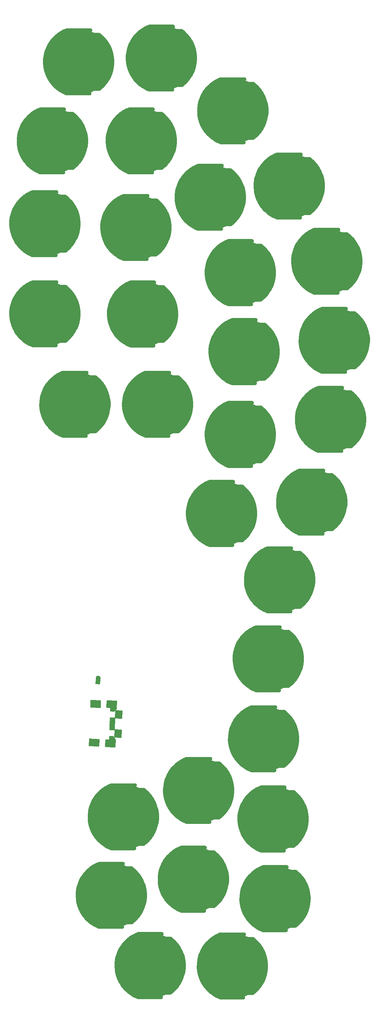
<source format=gts>
G04 #@! TF.GenerationSoftware,KiCad,Pcbnew,(5.0.0)*
G04 #@! TF.CreationDate,2020-01-29T13:44:41+01:00*
G04 #@! TF.ProjectId,Insole_PCB,496E736F6C655F5043422E6B69636164,rev?*
G04 #@! TF.SameCoordinates,Original*
G04 #@! TF.FileFunction,Soldermask,Top*
G04 #@! TF.FilePolarity,Negative*
%FSLAX46Y46*%
G04 Gerber Fmt 4.6, Leading zero omitted, Abs format (unit mm)*
G04 Created by KiCad (PCBNEW (5.0.0)) date 01/29/20 13:44:41*
%MOMM*%
%LPD*%
G01*
G04 APERTURE LIST*
%ADD10C,9.200000*%
%ADD11C,1.250000*%
%ADD12C,1.250000*%
%ADD13C,0.100000*%
%ADD14C,1.600000*%
%ADD15C,1.900000*%
%ADD16C,2.000000*%
%ADD17C,0.800000*%
%ADD18C,0.500000*%
G04 APERTURE END LIST*
D10*
G04 #@! TO.C,S0*
X184854328Y-119110707D02*
G75*
G03X184854328Y-119110707I-4104875J0D01*
G01*
G04 #@! TO.C,S1*
X176854328Y-95060707D02*
G75*
G03X176854328Y-95060707I-4104875J0D01*
G01*
G04 #@! TO.C,S2*
X176854328Y-71110707D02*
G75*
G03X176854328Y-71110707I-4104875J0D01*
G01*
G04 #@! TO.C,S3*
X178854328Y-49110707D02*
G75*
G03X178854328Y-49110707I-4104875J0D01*
G01*
G04 #@! TO.C,S4*
X185854328Y-28110707D02*
G75*
G03X185854328Y-28110707I-4104875J0D01*
G01*
G04 #@! TO.C,S5*
X202504328Y-49110707D02*
G75*
G03X202504328Y-49110707I-4104875J0D01*
G01*
G04 #@! TO.C,S6*
X201064328Y-72100707D02*
G75*
G03X201064328Y-72100707I-4104875J0D01*
G01*
G04 #@! TO.C,S7*
X202854328Y-95110707D02*
G75*
G03X202854328Y-95110707I-4104875J0D01*
G01*
G04 #@! TO.C,S8*
X207854328Y-27110707D02*
G75*
G03X207854328Y-27110707I-4104875J0D01*
G01*
G04 #@! TO.C,S9*
X226854328Y-41110707D02*
G75*
G03X226854328Y-41110707I-4104875J0D01*
G01*
G04 #@! TO.C,S10*
X220854328Y-64110707D02*
G75*
G03X220854328Y-64110707I-4104875J0D01*
G01*
G04 #@! TO.C,S11*
X241854328Y-61110707D02*
G75*
G03X241854328Y-61110707I-4104875J0D01*
G01*
G04 #@! TO.C,S12*
X228854328Y-84110707D02*
G75*
G03X228854328Y-84110707I-4104875J0D01*
G01*
G04 #@! TO.C,S13*
X251854328Y-81110707D02*
G75*
G03X251854328Y-81110707I-4104875J0D01*
G01*
G04 #@! TO.C,S14*
X206854328Y-119110707D02*
G75*
G03X206854328Y-119110707I-4104875J0D01*
G01*
G04 #@! TO.C,S15*
X229854328Y-105110707D02*
G75*
G03X229854328Y-105110707I-4104875J0D01*
G01*
G04 #@! TO.C,S16*
X253854328Y-102110707D02*
G75*
G03X253854328Y-102110707I-4104875J0D01*
G01*
G04 #@! TO.C,S17*
X252854328Y-123110707D02*
G75*
G03X252854328Y-123110707I-4104875J0D01*
G01*
G04 #@! TO.C,S18*
X228854328Y-127110707D02*
G75*
G03X228854328Y-127110707I-4104875J0D01*
G01*
G04 #@! TO.C,S19*
X223854328Y-148110707D02*
G75*
G03X223854328Y-148110707I-4104875J0D01*
G01*
G04 #@! TO.C,S20*
X247854328Y-145110707D02*
G75*
G03X247854328Y-145110707I-4104875J0D01*
G01*
G04 #@! TO.C,S21*
X239304328Y-165760707D02*
G75*
G03X239304328Y-165760707I-4104875J0D01*
G01*
G04 #@! TO.C,S22*
X236274328Y-186740707D02*
G75*
G03X236274328Y-186740707I-4104875J0D01*
G01*
G04 #@! TO.C,S23*
X235054328Y-207990707D02*
G75*
G03X235054328Y-207990707I-4104875J0D01*
G01*
G04 #@! TO.C,S24*
X197734328Y-228730707D02*
G75*
G03X197734328Y-228730707I-4104875J0D01*
G01*
G04 #@! TO.C,S25*
X194524328Y-249600707D02*
G75*
G03X194524328Y-249600707I-4104875J0D01*
G01*
G04 #@! TO.C,S26*
X204854328Y-268260707D02*
G75*
G03X204854328Y-268260707I-4104875J0D01*
G01*
G04 #@! TO.C,S27*
X226754328Y-268360707D02*
G75*
G03X226754328Y-268360707I-4104875J0D01*
G01*
G04 #@! TO.C,S28*
X238104328Y-250480707D02*
G75*
G03X238104328Y-250480707I-4104875J0D01*
G01*
G04 #@! TO.C,S29*
X216354328Y-245310707D02*
G75*
G03X216354328Y-245310707I-4104875J0D01*
G01*
G04 #@! TO.C,S30*
X237554328Y-229310707D02*
G75*
G03X237554328Y-229310707I-4104875J0D01*
G01*
G04 #@! TO.C,S31*
X217774328Y-221710707D02*
G75*
G03X217774328Y-221710707I-4104875J0D01*
G01*
G04 #@! TD*
D11*
G04 #@! TO.C,J2*
X186929209Y-191863143D03*
D12*
X186929209Y-191863143D02*
X186929209Y-191863143D01*
D11*
X186859453Y-192860707D03*
D13*
G36*
X187526528Y-192280827D02*
X187439333Y-193527782D01*
X186192378Y-193440587D01*
X186279573Y-192193632D01*
X187526528Y-192280827D01*
X187526528Y-192280827D01*
G37*
G04 #@! TD*
D14*
G04 #@! TO.C,J1*
X190549347Y-198824613D03*
D13*
G36*
X191907520Y-199936708D02*
X191894836Y-199973807D01*
X191875159Y-200007718D01*
X191862379Y-200023682D01*
X191237442Y-200727300D01*
X191208659Y-200753921D01*
X191175234Y-200774415D01*
X191138454Y-200787994D01*
X191080927Y-200794365D01*
X190281415Y-200766445D01*
X190242555Y-200761243D01*
X190205456Y-200748559D01*
X190171545Y-200728882D01*
X190142124Y-200702966D01*
X190118324Y-200671810D01*
X190101060Y-200636609D01*
X190090996Y-200598715D01*
X190088517Y-200559587D01*
X190114691Y-199810044D01*
X189315179Y-199782124D01*
X189276318Y-199776922D01*
X189239219Y-199764239D01*
X189205309Y-199744561D01*
X189175888Y-199718646D01*
X189152088Y-199687489D01*
X189134824Y-199652288D01*
X189124759Y-199614395D01*
X189122280Y-199575266D01*
X189178119Y-197976241D01*
X189183322Y-197937381D01*
X189196005Y-197900282D01*
X189215683Y-197866371D01*
X189241598Y-197836951D01*
X189272755Y-197813150D01*
X189307956Y-197795886D01*
X189345849Y-197785822D01*
X189384978Y-197783343D01*
X191783515Y-197867102D01*
X191822376Y-197872304D01*
X191859475Y-197884987D01*
X191893385Y-197904665D01*
X191922806Y-197930580D01*
X191946606Y-197961737D01*
X191963870Y-197996938D01*
X191973935Y-198034831D01*
X191976414Y-198073960D01*
X191912722Y-199897848D01*
X191907520Y-199936708D01*
X191907520Y-199936708D01*
G37*
D14*
X190186392Y-209218278D03*
D13*
G36*
X191552417Y-210105510D02*
X191539734Y-210142609D01*
X191520056Y-210176520D01*
X191494141Y-210205940D01*
X191462984Y-210229741D01*
X191427783Y-210247005D01*
X191389890Y-210257069D01*
X191350761Y-210259548D01*
X188952224Y-210175789D01*
X188913363Y-210170587D01*
X188876264Y-210157904D01*
X188842354Y-210138226D01*
X188812933Y-210112311D01*
X188789133Y-210081154D01*
X188771869Y-210045953D01*
X188761804Y-210008060D01*
X188759325Y-209968931D01*
X188815164Y-208369906D01*
X188820367Y-208331046D01*
X188833050Y-208293947D01*
X188852728Y-208260036D01*
X188878643Y-208230616D01*
X188909800Y-208206815D01*
X188945001Y-208189551D01*
X188982894Y-208179487D01*
X189022023Y-208177008D01*
X189821535Y-208204927D01*
X189847710Y-207455384D01*
X189852912Y-207416524D01*
X189865596Y-207379425D01*
X189885273Y-207345514D01*
X189911189Y-207316094D01*
X189942345Y-207292294D01*
X189977546Y-207275030D01*
X190015440Y-207264965D01*
X190054568Y-207262486D01*
X190854081Y-207290406D01*
X190892941Y-207295608D01*
X190930040Y-207308291D01*
X190963951Y-207327969D01*
X191005536Y-207368225D01*
X191579868Y-208113723D01*
X191600636Y-208146978D01*
X191614518Y-208183645D01*
X191620979Y-208222316D01*
X191621311Y-208242762D01*
X191557620Y-210066650D01*
X191552417Y-210105510D01*
X191552417Y-210105510D01*
G37*
D15*
X192227688Y-206637946D03*
D13*
G36*
X191316656Y-205505462D02*
X193215499Y-205571771D01*
X193138720Y-207770430D01*
X191239877Y-207704121D01*
X191316656Y-205505462D01*
X191316656Y-205505462D01*
G37*
D15*
X192405675Y-201541053D03*
D13*
G36*
X191494643Y-200408569D02*
X193393486Y-200474878D01*
X193316707Y-202673537D01*
X191417864Y-202607228D01*
X191494643Y-200408569D01*
X191494643Y-200408569D01*
G37*
D16*
X185890756Y-209018241D03*
D13*
G36*
X184526508Y-207969991D02*
X187324803Y-208067709D01*
X187255004Y-210066491D01*
X184456709Y-209968773D01*
X184526508Y-207969991D01*
X184526508Y-207969991D01*
G37*
D16*
X186250221Y-198724515D03*
D13*
G36*
X184885973Y-197676265D02*
X187684268Y-197773983D01*
X187614469Y-199772765D01*
X184816174Y-199675047D01*
X184885973Y-197676265D01*
X184885973Y-197676265D01*
G37*
D17*
X190647302Y-205331996D03*
D13*
G36*
X189936703Y-204906938D02*
X191385820Y-204957542D01*
X191357901Y-205757054D01*
X189908784Y-205706450D01*
X189936703Y-204906938D01*
X189936703Y-204906938D01*
G37*
D17*
X190669986Y-204682392D03*
D13*
G36*
X189959387Y-204257334D02*
X191408504Y-204307938D01*
X191380585Y-205107450D01*
X189931468Y-205056846D01*
X189959387Y-204257334D01*
X189959387Y-204257334D01*
G37*
D17*
X190692671Y-204032788D03*
D13*
G36*
X189982072Y-203607730D02*
X191431189Y-203658334D01*
X191403270Y-204457846D01*
X189954153Y-204407242D01*
X189982072Y-203607730D01*
X189982072Y-203607730D01*
G37*
D17*
X190715356Y-203383184D03*
D13*
G36*
X190004757Y-202958126D02*
X191453874Y-203008730D01*
X191425955Y-203808242D01*
X189976838Y-203757638D01*
X190004757Y-202958126D01*
X190004757Y-202958126D01*
G37*
D17*
X190738041Y-202733580D03*
D13*
G36*
X190027442Y-202308522D02*
X191476559Y-202359126D01*
X191448640Y-203158638D01*
X189999523Y-203108034D01*
X190027442Y-202308522D01*
X190027442Y-202308522D01*
G37*
G04 #@! TD*
D18*
G04 #@! TO.C,S0*
X189749453Y-119110707D03*
D13*
G36*
X186150838Y-111410712D02*
X186155027Y-111410741D01*
X186166204Y-111411131D01*
X186195456Y-111412972D01*
X186214869Y-111415150D01*
X186243802Y-111419836D01*
X186262916Y-111423898D01*
X186291253Y-111431385D01*
X186309874Y-111437292D01*
X186337346Y-111447508D01*
X186355314Y-111455209D01*
X186381657Y-111468058D01*
X186398776Y-111477470D01*
X186423740Y-111492828D01*
X186439869Y-111503872D01*
X186449628Y-111511280D01*
X186468936Y-111525793D01*
X186476601Y-111531853D01*
X187152837Y-112093874D01*
X187153907Y-112094769D01*
X187157110Y-112097469D01*
X187165440Y-112104899D01*
X187173594Y-112112590D01*
X187181801Y-112120119D01*
X187188836Y-112126896D01*
X187806999Y-112752224D01*
X187807989Y-112753232D01*
X187810913Y-112756232D01*
X187818467Y-112764428D01*
X187825829Y-112772876D01*
X187833262Y-112781169D01*
X187839603Y-112788600D01*
X188393786Y-113471255D01*
X188393634Y-113471378D01*
X188394518Y-113472453D01*
X188394660Y-113472339D01*
X188397269Y-113475598D01*
X188404022Y-113484536D01*
X188410494Y-113493619D01*
X188417109Y-113502635D01*
X188422694Y-113510650D01*
X188907625Y-114244137D01*
X188908395Y-114245310D01*
X188910681Y-114248821D01*
X188916511Y-114258348D01*
X188922034Y-114267966D01*
X188927764Y-114277627D01*
X188932543Y-114286155D01*
X189343582Y-115063462D01*
X189344220Y-115064678D01*
X189346153Y-115068395D01*
X189351037Y-115078466D01*
X189355621Y-115088632D01*
X189360358Y-115098759D01*
X189364282Y-115107710D01*
X189697509Y-115921418D01*
X189698043Y-115922736D01*
X189699603Y-115926624D01*
X189703464Y-115937081D01*
X189707041Y-115947667D01*
X189710757Y-115958178D01*
X189713791Y-115967475D01*
X189966023Y-116809817D01*
X189966412Y-116811135D01*
X189967586Y-116815156D01*
X189970423Y-116825991D01*
X189972944Y-116836853D01*
X189975622Y-116847698D01*
X189977733Y-116857242D01*
X190146564Y-117720178D01*
X190146824Y-117721534D01*
X190147600Y-117725651D01*
X190149363Y-117736693D01*
X190150810Y-117747728D01*
X190152422Y-117758820D01*
X190153590Y-117768519D01*
X190237407Y-118643810D01*
X190237536Y-118645211D01*
X190237906Y-118649384D01*
X190238582Y-118660531D01*
X190238945Y-118671669D01*
X190239466Y-118682834D01*
X190239682Y-118692608D01*
X190237685Y-119571901D01*
X190237678Y-119573261D01*
X190237640Y-119577450D01*
X190237224Y-119588648D01*
X190236497Y-119599802D01*
X190235926Y-119610947D01*
X190235189Y-119620686D01*
X190147398Y-120495589D01*
X190147255Y-120496963D01*
X190146808Y-120501128D01*
X190145303Y-120512219D01*
X190143486Y-120523278D01*
X190141836Y-120534275D01*
X190140151Y-120543899D01*
X189967403Y-121406059D01*
X189967129Y-121407403D01*
X189966278Y-121411504D01*
X189963697Y-121422402D01*
X189960799Y-121433271D01*
X189958095Y-121444011D01*
X189955478Y-121453430D01*
X189699423Y-122294618D01*
X189699023Y-122295915D01*
X189697776Y-122299914D01*
X189694141Y-122310519D01*
X189690197Y-122321049D01*
X189686453Y-122331489D01*
X189682932Y-122340601D01*
X189346013Y-123152788D01*
X189345492Y-123154032D01*
X189343861Y-123157890D01*
X189339206Y-123168093D01*
X189334259Y-123178177D01*
X189329510Y-123188211D01*
X189325114Y-123196941D01*
X188910548Y-123972373D01*
X188909877Y-123973618D01*
X188907876Y-123977298D01*
X188902274Y-123986948D01*
X188896422Y-123996412D01*
X188890669Y-124006013D01*
X188885440Y-124014275D01*
X188397183Y-124745553D01*
X188396418Y-124746690D01*
X188394068Y-124750158D01*
X188387525Y-124759254D01*
X188380784Y-124768092D01*
X188374117Y-124777093D01*
X188368105Y-124784807D01*
X187810818Y-125464949D01*
X187809949Y-125466002D01*
X187807272Y-125469224D01*
X187799871Y-125477641D01*
X187792240Y-125485844D01*
X187784785Y-125494086D01*
X187778050Y-125501177D01*
X187157053Y-126123691D01*
X187156066Y-126124673D01*
X187153087Y-126127618D01*
X187144917Y-126135255D01*
X187136868Y-126142367D01*
X187128962Y-126149580D01*
X187121577Y-126155994D01*
X186467962Y-126696132D01*
X186466878Y-126697021D01*
X186465486Y-126698155D01*
X186465320Y-126697951D01*
X186465170Y-126698073D01*
X186465336Y-126698276D01*
X186463700Y-126699610D01*
X186454786Y-126706471D01*
X186444379Y-126714024D01*
X186434144Y-126721569D01*
X186431997Y-126722995D01*
X186432003Y-126723004D01*
X186431087Y-126723669D01*
X186424446Y-126728011D01*
X186417845Y-126732395D01*
X186416880Y-126732970D01*
X186416874Y-126732960D01*
X186414703Y-126734380D01*
X186403700Y-126740827D01*
X186392703Y-126747383D01*
X186390304Y-126748659D01*
X186390312Y-126748673D01*
X186389340Y-126749242D01*
X186382442Y-126752842D01*
X186375530Y-126756519D01*
X186374509Y-126757000D01*
X186374502Y-126756985D01*
X186372098Y-126758240D01*
X186360455Y-126763612D01*
X186348932Y-126769035D01*
X186346536Y-126770022D01*
X186346540Y-126770032D01*
X186345522Y-126770502D01*
X186338222Y-126773448D01*
X186330818Y-126776499D01*
X186329750Y-126776879D01*
X186329746Y-126776869D01*
X186327362Y-126777831D01*
X186315380Y-126781996D01*
X186303259Y-126786313D01*
X186300699Y-126787086D01*
X186300704Y-126787099D01*
X186299639Y-126787469D01*
X186292130Y-126789674D01*
X186284587Y-126791952D01*
X186283493Y-126792225D01*
X186283490Y-126792211D01*
X186280926Y-126792964D01*
X186268507Y-126795961D01*
X186256112Y-126799052D01*
X186253520Y-126799565D01*
X186253523Y-126799578D01*
X186252429Y-126799842D01*
X186244720Y-126801308D01*
X186236949Y-126802847D01*
X186235832Y-126803012D01*
X186235830Y-126802999D01*
X186233236Y-126803492D01*
X186220624Y-126805257D01*
X186207941Y-126807130D01*
X186205358Y-126807383D01*
X186205360Y-126807394D01*
X186204247Y-126807550D01*
X186196368Y-126808264D01*
X186188460Y-126809038D01*
X186187331Y-126809093D01*
X186187330Y-126809082D01*
X186184756Y-126809315D01*
X186172024Y-126809842D01*
X186159225Y-126810468D01*
X186149453Y-126810707D01*
X177749453Y-126810707D01*
X177748068Y-126810702D01*
X177743879Y-126810673D01*
X177732702Y-126810283D01*
X177703450Y-126808442D01*
X177684037Y-126806264D01*
X177655104Y-126801578D01*
X177635990Y-126797516D01*
X177607653Y-126790029D01*
X177589032Y-126784122D01*
X177561560Y-126773906D01*
X177543592Y-126766205D01*
X177517249Y-126753356D01*
X177500130Y-126743944D01*
X177475166Y-126728586D01*
X177459041Y-126717546D01*
X177435695Y-126699825D01*
X177420732Y-126687269D01*
X177399226Y-126667355D01*
X177385549Y-126653389D01*
X177366090Y-126631471D01*
X177353849Y-126616246D01*
X177336621Y-126592534D01*
X177325922Y-126576184D01*
X177311090Y-126550904D01*
X177302036Y-126533586D01*
X177289742Y-126506979D01*
X177282422Y-126488861D01*
X177272783Y-126461181D01*
X177267267Y-126442438D01*
X177260375Y-126413950D01*
X177256713Y-126394755D01*
X177252634Y-126365731D01*
X177250864Y-126346276D01*
X177249636Y-126316992D01*
X177249772Y-126297450D01*
X177251408Y-126268185D01*
X177253450Y-126248750D01*
X177257934Y-126219786D01*
X177261863Y-126200646D01*
X177269152Y-126172257D01*
X177274931Y-126153590D01*
X177284956Y-126126047D01*
X177292527Y-126108035D01*
X177305191Y-126081603D01*
X177314487Y-126064412D01*
X177329671Y-126039341D01*
X177340596Y-126023145D01*
X177358153Y-125999676D01*
X177370609Y-125984618D01*
X177390373Y-125962974D01*
X177404236Y-125949208D01*
X177426017Y-125929596D01*
X177441163Y-125917244D01*
X177464755Y-125899851D01*
X177481027Y-125889039D01*
X177506203Y-125874031D01*
X177523453Y-125864859D01*
X177549973Y-125852379D01*
X177568041Y-125844932D01*
X177595652Y-125835100D01*
X177614358Y-125829452D01*
X177642798Y-125822361D01*
X177661970Y-125818565D01*
X177690965Y-125814284D01*
X177710407Y-125812378D01*
X177739682Y-125810946D01*
X177749453Y-125810707D01*
X185969589Y-125810707D01*
X186466049Y-125400439D01*
X187052810Y-124812246D01*
X187381818Y-124410707D01*
X175649453Y-124410707D01*
X175648068Y-124410702D01*
X175643879Y-124410673D01*
X175632702Y-124410283D01*
X175603450Y-124408442D01*
X175584037Y-124406264D01*
X175555104Y-124401578D01*
X175535990Y-124397516D01*
X175507653Y-124390029D01*
X175489032Y-124384122D01*
X175461560Y-124373906D01*
X175443592Y-124366205D01*
X175417249Y-124353356D01*
X175400130Y-124343944D01*
X175375166Y-124328586D01*
X175359041Y-124317546D01*
X175335695Y-124299825D01*
X175320732Y-124287269D01*
X175299226Y-124267355D01*
X175285549Y-124253389D01*
X175266090Y-124231471D01*
X175253849Y-124216246D01*
X175236621Y-124192534D01*
X175225922Y-124176184D01*
X175211090Y-124150904D01*
X175202036Y-124133586D01*
X175189742Y-124106979D01*
X175182422Y-124088861D01*
X175172783Y-124061181D01*
X175167267Y-124042438D01*
X175160375Y-124013950D01*
X175156713Y-123994755D01*
X175152634Y-123965731D01*
X175150864Y-123946276D01*
X175149636Y-123916992D01*
X175149772Y-123897450D01*
X175151408Y-123868185D01*
X175153450Y-123848750D01*
X175157934Y-123819786D01*
X175161863Y-123800646D01*
X175169152Y-123772257D01*
X175174931Y-123753590D01*
X175184956Y-123726047D01*
X175192527Y-123708035D01*
X175205191Y-123681603D01*
X175214487Y-123664412D01*
X175229671Y-123639341D01*
X175240596Y-123623145D01*
X175258153Y-123599676D01*
X175270609Y-123584618D01*
X175290373Y-123562974D01*
X175304236Y-123549208D01*
X175326017Y-123529596D01*
X175341163Y-123517244D01*
X175364755Y-123499851D01*
X175381027Y-123489039D01*
X175406203Y-123474031D01*
X175423453Y-123464859D01*
X175449973Y-123452379D01*
X175468041Y-123444932D01*
X175495652Y-123435100D01*
X175514358Y-123429452D01*
X175542798Y-123422361D01*
X175561970Y-123418565D01*
X175590965Y-123414284D01*
X175610407Y-123412378D01*
X175639682Y-123410946D01*
X175649453Y-123410707D01*
X188076886Y-123410707D01*
X188431707Y-122747027D01*
X188737153Y-122010707D01*
X174249453Y-122010707D01*
X174248068Y-122010702D01*
X174243879Y-122010673D01*
X174232702Y-122010283D01*
X174203450Y-122008442D01*
X174184037Y-122006264D01*
X174155104Y-122001578D01*
X174135990Y-121997516D01*
X174107653Y-121990029D01*
X174089032Y-121984122D01*
X174061560Y-121973906D01*
X174043592Y-121966205D01*
X174017249Y-121953356D01*
X174000130Y-121943944D01*
X173975166Y-121928586D01*
X173959041Y-121917546D01*
X173935695Y-121899825D01*
X173920732Y-121887269D01*
X173899226Y-121867355D01*
X173885549Y-121853389D01*
X173866090Y-121831471D01*
X173853849Y-121816246D01*
X173836621Y-121792534D01*
X173825922Y-121776184D01*
X173811090Y-121750904D01*
X173802036Y-121733586D01*
X173789742Y-121706979D01*
X173782422Y-121688861D01*
X173772783Y-121661181D01*
X173767267Y-121642438D01*
X173760375Y-121613950D01*
X173756713Y-121594755D01*
X173752634Y-121565731D01*
X173750864Y-121546276D01*
X173749636Y-121516992D01*
X173749772Y-121497450D01*
X173751408Y-121468185D01*
X173753450Y-121448750D01*
X173757934Y-121419786D01*
X173761863Y-121400646D01*
X173769152Y-121372257D01*
X173774931Y-121353590D01*
X173784956Y-121326047D01*
X173792527Y-121308035D01*
X173805191Y-121281603D01*
X173814487Y-121264412D01*
X173829671Y-121239341D01*
X173840596Y-121223145D01*
X173858153Y-121199676D01*
X173870609Y-121184618D01*
X173890373Y-121162974D01*
X173904236Y-121149208D01*
X173926017Y-121129596D01*
X173941163Y-121117244D01*
X173964755Y-121099851D01*
X173981027Y-121089039D01*
X174006203Y-121074031D01*
X174023453Y-121064859D01*
X174049973Y-121052379D01*
X174068041Y-121044932D01*
X174095652Y-121035100D01*
X174114358Y-121029452D01*
X174142798Y-121022361D01*
X174161970Y-121018565D01*
X174190965Y-121014284D01*
X174210407Y-121012378D01*
X174239682Y-121010946D01*
X174249453Y-121010707D01*
X189026744Y-121010707D01*
X189154834Y-120371427D01*
X189231168Y-119610707D01*
X172849453Y-119610707D01*
X172848068Y-119610702D01*
X172843879Y-119610673D01*
X172832702Y-119610283D01*
X172803450Y-119608442D01*
X172784037Y-119606264D01*
X172755104Y-119601578D01*
X172735990Y-119597516D01*
X172707653Y-119590029D01*
X172689032Y-119584122D01*
X172661560Y-119573906D01*
X172643592Y-119566205D01*
X172617249Y-119553356D01*
X172600130Y-119543944D01*
X172575166Y-119528586D01*
X172559041Y-119517546D01*
X172535695Y-119499825D01*
X172520732Y-119487269D01*
X172499226Y-119467355D01*
X172485549Y-119453389D01*
X172466090Y-119431471D01*
X172453849Y-119416246D01*
X172436621Y-119392534D01*
X172425922Y-119376184D01*
X172411090Y-119350904D01*
X172402036Y-119333586D01*
X172389742Y-119306979D01*
X172382422Y-119288861D01*
X172372783Y-119261181D01*
X172367267Y-119242438D01*
X172360375Y-119213950D01*
X172356713Y-119194755D01*
X172352634Y-119165731D01*
X172350864Y-119146276D01*
X172349636Y-119116992D01*
X172349772Y-119097450D01*
X172351408Y-119068185D01*
X172353450Y-119048750D01*
X172357934Y-119019786D01*
X172361863Y-119000646D01*
X172369152Y-118972257D01*
X172374931Y-118953590D01*
X172384956Y-118926047D01*
X172392527Y-118908035D01*
X172405191Y-118881603D01*
X172414487Y-118864412D01*
X172429671Y-118839341D01*
X172440596Y-118823145D01*
X172458153Y-118799676D01*
X172470609Y-118784618D01*
X172490373Y-118762974D01*
X172504236Y-118749208D01*
X172526017Y-118729596D01*
X172541163Y-118717244D01*
X172564755Y-118699851D01*
X172581027Y-118689039D01*
X172606203Y-118674031D01*
X172623453Y-118664859D01*
X172649973Y-118652379D01*
X172668041Y-118644932D01*
X172695652Y-118635100D01*
X172714358Y-118629452D01*
X172742798Y-118622361D01*
X172761970Y-118618565D01*
X172790965Y-118614284D01*
X172810407Y-118612378D01*
X172839682Y-118610946D01*
X172849453Y-118610707D01*
X189229663Y-118610707D01*
X189160475Y-117888188D01*
X189027928Y-117210707D01*
X174149453Y-117210707D01*
X174148068Y-117210702D01*
X174143879Y-117210673D01*
X174132702Y-117210283D01*
X174103450Y-117208442D01*
X174084037Y-117206264D01*
X174055104Y-117201578D01*
X174035990Y-117197516D01*
X174007653Y-117190029D01*
X173989032Y-117184122D01*
X173961560Y-117173906D01*
X173943592Y-117166205D01*
X173917249Y-117153356D01*
X173900130Y-117143944D01*
X173875166Y-117128586D01*
X173859041Y-117117546D01*
X173835695Y-117099825D01*
X173820732Y-117087269D01*
X173799226Y-117067355D01*
X173785549Y-117053389D01*
X173766090Y-117031471D01*
X173753849Y-117016246D01*
X173736621Y-116992534D01*
X173725922Y-116976184D01*
X173711090Y-116950904D01*
X173702036Y-116933586D01*
X173689742Y-116906979D01*
X173682422Y-116888861D01*
X173672783Y-116861181D01*
X173667267Y-116842438D01*
X173660375Y-116813950D01*
X173656713Y-116794755D01*
X173652634Y-116765731D01*
X173650864Y-116746276D01*
X173649636Y-116716992D01*
X173649772Y-116697450D01*
X173651408Y-116668185D01*
X173653450Y-116648750D01*
X173657934Y-116619786D01*
X173661863Y-116600646D01*
X173669152Y-116572257D01*
X173674931Y-116553590D01*
X173684956Y-116526047D01*
X173692527Y-116508035D01*
X173705191Y-116481603D01*
X173714487Y-116464412D01*
X173729671Y-116439341D01*
X173740596Y-116423145D01*
X173758153Y-116399676D01*
X173770609Y-116384618D01*
X173790373Y-116362974D01*
X173804236Y-116349208D01*
X173826017Y-116329596D01*
X173841163Y-116317244D01*
X173864755Y-116299851D01*
X173881027Y-116289039D01*
X173906203Y-116274031D01*
X173923453Y-116264859D01*
X173949973Y-116252379D01*
X173968041Y-116244932D01*
X173995652Y-116235100D01*
X174014358Y-116229452D01*
X174042798Y-116222361D01*
X174061970Y-116218565D01*
X174090965Y-116214284D01*
X174110407Y-116212378D01*
X174139682Y-116210946D01*
X174149453Y-116210707D01*
X188735373Y-116210707D01*
X188448137Y-115509306D01*
X188078719Y-114810707D01*
X175549453Y-114810707D01*
X175548068Y-114810702D01*
X175543879Y-114810673D01*
X175532702Y-114810283D01*
X175503450Y-114808442D01*
X175484037Y-114806264D01*
X175455104Y-114801578D01*
X175435990Y-114797516D01*
X175407653Y-114790029D01*
X175389032Y-114784122D01*
X175361560Y-114773906D01*
X175343592Y-114766205D01*
X175317249Y-114753356D01*
X175300130Y-114743944D01*
X175275166Y-114728586D01*
X175259041Y-114717546D01*
X175235695Y-114699825D01*
X175220732Y-114687269D01*
X175199226Y-114667355D01*
X175185549Y-114653389D01*
X175166090Y-114631471D01*
X175153849Y-114616246D01*
X175136621Y-114592534D01*
X175125922Y-114576184D01*
X175111090Y-114550904D01*
X175102036Y-114533586D01*
X175089742Y-114506979D01*
X175082422Y-114488861D01*
X175072783Y-114461181D01*
X175067267Y-114442438D01*
X175060375Y-114413950D01*
X175056713Y-114394755D01*
X175052634Y-114365731D01*
X175050864Y-114346276D01*
X175049636Y-114316992D01*
X175049772Y-114297450D01*
X175051408Y-114268185D01*
X175053450Y-114248750D01*
X175057934Y-114219786D01*
X175061863Y-114200646D01*
X175069152Y-114172257D01*
X175074931Y-114153590D01*
X175084956Y-114126047D01*
X175092527Y-114108035D01*
X175105191Y-114081603D01*
X175114487Y-114064412D01*
X175129671Y-114039341D01*
X175140596Y-114023145D01*
X175158153Y-113999676D01*
X175170609Y-113984618D01*
X175190373Y-113962974D01*
X175204236Y-113949208D01*
X175226017Y-113929596D01*
X175241163Y-113917244D01*
X175264755Y-113899851D01*
X175281027Y-113889039D01*
X175306203Y-113874031D01*
X175323453Y-113864859D01*
X175349973Y-113852379D01*
X175368041Y-113844932D01*
X175395652Y-113835100D01*
X175414358Y-113829452D01*
X175442798Y-113822361D01*
X175461970Y-113818565D01*
X175490965Y-113814284D01*
X175510407Y-113812378D01*
X175539682Y-113810946D01*
X175549453Y-113810707D01*
X187381323Y-113810707D01*
X187078642Y-113437858D01*
X186494854Y-112847303D01*
X185969532Y-112410707D01*
X177649453Y-112410707D01*
X177648068Y-112410702D01*
X177643879Y-112410673D01*
X177632702Y-112410283D01*
X177603450Y-112408442D01*
X177584037Y-112406264D01*
X177555104Y-112401578D01*
X177535990Y-112397516D01*
X177507653Y-112390029D01*
X177489032Y-112384122D01*
X177461560Y-112373906D01*
X177443592Y-112366205D01*
X177417249Y-112353356D01*
X177400130Y-112343944D01*
X177375166Y-112328586D01*
X177359041Y-112317546D01*
X177335695Y-112299825D01*
X177320732Y-112287269D01*
X177299226Y-112267355D01*
X177285549Y-112253389D01*
X177266090Y-112231471D01*
X177253849Y-112216246D01*
X177236621Y-112192534D01*
X177225922Y-112176184D01*
X177211090Y-112150904D01*
X177202036Y-112133586D01*
X177189742Y-112106979D01*
X177182422Y-112088861D01*
X177172783Y-112061181D01*
X177167267Y-112042438D01*
X177160375Y-112013950D01*
X177156713Y-111994755D01*
X177152634Y-111965731D01*
X177150864Y-111946276D01*
X177149636Y-111916992D01*
X177149772Y-111897450D01*
X177151408Y-111868185D01*
X177153450Y-111848750D01*
X177157934Y-111819786D01*
X177161863Y-111800646D01*
X177169152Y-111772257D01*
X177174931Y-111753590D01*
X177184956Y-111726047D01*
X177192527Y-111708035D01*
X177205191Y-111681603D01*
X177214487Y-111664412D01*
X177229671Y-111639341D01*
X177240596Y-111623145D01*
X177258153Y-111599676D01*
X177270609Y-111584618D01*
X177290373Y-111562974D01*
X177304236Y-111549208D01*
X177326017Y-111529596D01*
X177341163Y-111517244D01*
X177364755Y-111499851D01*
X177381027Y-111489039D01*
X177406203Y-111474031D01*
X177423453Y-111464859D01*
X177449973Y-111452379D01*
X177468041Y-111444932D01*
X177495652Y-111435100D01*
X177514358Y-111429452D01*
X177542798Y-111422361D01*
X177561970Y-111418565D01*
X177590965Y-111414284D01*
X177610407Y-111412378D01*
X177639682Y-111410946D01*
X177649453Y-111410707D01*
X186149453Y-111410707D01*
X186150838Y-111410712D01*
X186150838Y-111410712D01*
G37*
D18*
X171749453Y-119110707D03*
D13*
G36*
X183850838Y-110210712D02*
X183855027Y-110210741D01*
X183866204Y-110211131D01*
X183895456Y-110212972D01*
X183914869Y-110215150D01*
X183943802Y-110219836D01*
X183962916Y-110223898D01*
X183991253Y-110231385D01*
X184009874Y-110237292D01*
X184037346Y-110247508D01*
X184055314Y-110255209D01*
X184081657Y-110268058D01*
X184098776Y-110277470D01*
X184123740Y-110292828D01*
X184139865Y-110303868D01*
X184163211Y-110321589D01*
X184178174Y-110334145D01*
X184199680Y-110354059D01*
X184213357Y-110368025D01*
X184232816Y-110389943D01*
X184245057Y-110405168D01*
X184262285Y-110428880D01*
X184272984Y-110445230D01*
X184287816Y-110470510D01*
X184296870Y-110487828D01*
X184309164Y-110514435D01*
X184316484Y-110532553D01*
X184326123Y-110560233D01*
X184331639Y-110578976D01*
X184338531Y-110607464D01*
X184342193Y-110626659D01*
X184346272Y-110655683D01*
X184348042Y-110675138D01*
X184349270Y-110704422D01*
X184349134Y-110723964D01*
X184347498Y-110753229D01*
X184345456Y-110772664D01*
X184340972Y-110801628D01*
X184337043Y-110820768D01*
X184329754Y-110849157D01*
X184323975Y-110867824D01*
X184313950Y-110895367D01*
X184306379Y-110913379D01*
X184293715Y-110939811D01*
X184284419Y-110957002D01*
X184269235Y-110982073D01*
X184258310Y-110998269D01*
X184240753Y-111021738D01*
X184228297Y-111036796D01*
X184208533Y-111058440D01*
X184194670Y-111072206D01*
X184172889Y-111091818D01*
X184157743Y-111104170D01*
X184134151Y-111121563D01*
X184117879Y-111132375D01*
X184092703Y-111147383D01*
X184075453Y-111156555D01*
X184048933Y-111169035D01*
X184030865Y-111176482D01*
X184003254Y-111186314D01*
X183984548Y-111191962D01*
X183956108Y-111199053D01*
X183936936Y-111202849D01*
X183907941Y-111207130D01*
X183888499Y-111209036D01*
X183859224Y-111210468D01*
X183849453Y-111210707D01*
X177649838Y-111210707D01*
X177225773Y-111388136D01*
X176485516Y-111771101D01*
X175789632Y-112222228D01*
X175302199Y-112610707D01*
X185749453Y-112610707D01*
X185750838Y-112610712D01*
X185755027Y-112610741D01*
X185766204Y-112611131D01*
X185795456Y-112612972D01*
X185814869Y-112615150D01*
X185843802Y-112619836D01*
X185862916Y-112623898D01*
X185891253Y-112631385D01*
X185909874Y-112637292D01*
X185937346Y-112647508D01*
X185955314Y-112655209D01*
X185981657Y-112668058D01*
X185998776Y-112677470D01*
X186023740Y-112692828D01*
X186039865Y-112703868D01*
X186063211Y-112721589D01*
X186078174Y-112734145D01*
X186099680Y-112754059D01*
X186113357Y-112768025D01*
X186132816Y-112789943D01*
X186145057Y-112805168D01*
X186162285Y-112828880D01*
X186172984Y-112845230D01*
X186187816Y-112870510D01*
X186196870Y-112887828D01*
X186209164Y-112914435D01*
X186216484Y-112932553D01*
X186226123Y-112960233D01*
X186231639Y-112978976D01*
X186238531Y-113007464D01*
X186242193Y-113026659D01*
X186246272Y-113055683D01*
X186248042Y-113075138D01*
X186249270Y-113104422D01*
X186249134Y-113123964D01*
X186247498Y-113153229D01*
X186245456Y-113172664D01*
X186240972Y-113201628D01*
X186237043Y-113220768D01*
X186229754Y-113249157D01*
X186223975Y-113267824D01*
X186213950Y-113295367D01*
X186206379Y-113313379D01*
X186193715Y-113339811D01*
X186184419Y-113357002D01*
X186169235Y-113382073D01*
X186158310Y-113398269D01*
X186140753Y-113421738D01*
X186128297Y-113436796D01*
X186108533Y-113458440D01*
X186094670Y-113472206D01*
X186072889Y-113491818D01*
X186057743Y-113504170D01*
X186034151Y-113521563D01*
X186017879Y-113532375D01*
X185992703Y-113547383D01*
X185975453Y-113556555D01*
X185948933Y-113569035D01*
X185930865Y-113576482D01*
X185903254Y-113586314D01*
X185884548Y-113591962D01*
X185856108Y-113599053D01*
X185836936Y-113602849D01*
X185807941Y-113607130D01*
X185788499Y-113609036D01*
X185759224Y-113610468D01*
X185749453Y-113610707D01*
X174297329Y-113610707D01*
X174010333Y-113949774D01*
X173538881Y-114632022D01*
X173328579Y-115010707D01*
X187649453Y-115010707D01*
X187650838Y-115010712D01*
X187655027Y-115010741D01*
X187666204Y-115011131D01*
X187695456Y-115012972D01*
X187714869Y-115015150D01*
X187743802Y-115019836D01*
X187762916Y-115023898D01*
X187791253Y-115031385D01*
X187809874Y-115037292D01*
X187837346Y-115047508D01*
X187855314Y-115055209D01*
X187881657Y-115068058D01*
X187898776Y-115077470D01*
X187923740Y-115092828D01*
X187939865Y-115103868D01*
X187963211Y-115121589D01*
X187978174Y-115134145D01*
X187999680Y-115154059D01*
X188013357Y-115168025D01*
X188032816Y-115189943D01*
X188045057Y-115205168D01*
X188062285Y-115228880D01*
X188072984Y-115245230D01*
X188087816Y-115270510D01*
X188096870Y-115287828D01*
X188109164Y-115314435D01*
X188116484Y-115332553D01*
X188126123Y-115360233D01*
X188131639Y-115378976D01*
X188138531Y-115407464D01*
X188142193Y-115426659D01*
X188146272Y-115455683D01*
X188148042Y-115475138D01*
X188149270Y-115504422D01*
X188149134Y-115523964D01*
X188147498Y-115553229D01*
X188145456Y-115572664D01*
X188140972Y-115601628D01*
X188137043Y-115620768D01*
X188129754Y-115649157D01*
X188123975Y-115667824D01*
X188113950Y-115695367D01*
X188106379Y-115713379D01*
X188093715Y-115739811D01*
X188084419Y-115757002D01*
X188069235Y-115782073D01*
X188058310Y-115798269D01*
X188040753Y-115821738D01*
X188028297Y-115836796D01*
X188008533Y-115858440D01*
X187994670Y-115872206D01*
X187972889Y-115891818D01*
X187957743Y-115904170D01*
X187934151Y-115921563D01*
X187917879Y-115932375D01*
X187892703Y-115947383D01*
X187875453Y-115956555D01*
X187848933Y-115969035D01*
X187830865Y-115976482D01*
X187803254Y-115986314D01*
X187784548Y-115991962D01*
X187756108Y-115999053D01*
X187736936Y-116002849D01*
X187707941Y-116007130D01*
X187688499Y-116009036D01*
X187659224Y-116010468D01*
X187649453Y-116010707D01*
X172852761Y-116010707D01*
X172806289Y-116117863D01*
X172552147Y-116907268D01*
X172442880Y-117410707D01*
X188449453Y-117410707D01*
X188450838Y-117410712D01*
X188455027Y-117410741D01*
X188466204Y-117411131D01*
X188495456Y-117412972D01*
X188514869Y-117415150D01*
X188543802Y-117419836D01*
X188562916Y-117423898D01*
X188591253Y-117431385D01*
X188609874Y-117437292D01*
X188637346Y-117447508D01*
X188655314Y-117455209D01*
X188681657Y-117468058D01*
X188698776Y-117477470D01*
X188723740Y-117492828D01*
X188739865Y-117503868D01*
X188763211Y-117521589D01*
X188778174Y-117534145D01*
X188799680Y-117554059D01*
X188813357Y-117568025D01*
X188832816Y-117589943D01*
X188845057Y-117605168D01*
X188862285Y-117628880D01*
X188872984Y-117645230D01*
X188887816Y-117670510D01*
X188896870Y-117687828D01*
X188909164Y-117714435D01*
X188916484Y-117732553D01*
X188926123Y-117760233D01*
X188931639Y-117778976D01*
X188938531Y-117807464D01*
X188942193Y-117826659D01*
X188946272Y-117855683D01*
X188948042Y-117875138D01*
X188949270Y-117904422D01*
X188949134Y-117923964D01*
X188947498Y-117953229D01*
X188945456Y-117972664D01*
X188940972Y-118001628D01*
X188937043Y-118020768D01*
X188929754Y-118049157D01*
X188923975Y-118067824D01*
X188913950Y-118095367D01*
X188906379Y-118113379D01*
X188893715Y-118139811D01*
X188884419Y-118157002D01*
X188869235Y-118182073D01*
X188858310Y-118198269D01*
X188840753Y-118221738D01*
X188828297Y-118236796D01*
X188808533Y-118258440D01*
X188794670Y-118272206D01*
X188772889Y-118291818D01*
X188757743Y-118304170D01*
X188734151Y-118321563D01*
X188717879Y-118332375D01*
X188692703Y-118347383D01*
X188675453Y-118356555D01*
X188648933Y-118369035D01*
X188630865Y-118376482D01*
X188603254Y-118386314D01*
X188584548Y-118391962D01*
X188556108Y-118399053D01*
X188536936Y-118402849D01*
X188507941Y-118407130D01*
X188488499Y-118409036D01*
X188459224Y-118410468D01*
X188449453Y-118410707D01*
X172295510Y-118410707D01*
X172280281Y-118541415D01*
X172265148Y-119370591D01*
X172300207Y-119810707D01*
X188449453Y-119810707D01*
X188450838Y-119810712D01*
X188455027Y-119810741D01*
X188466204Y-119811131D01*
X188495456Y-119812972D01*
X188514869Y-119815150D01*
X188543802Y-119819836D01*
X188562916Y-119823898D01*
X188591253Y-119831385D01*
X188609874Y-119837292D01*
X188637346Y-119847508D01*
X188655314Y-119855209D01*
X188681657Y-119868058D01*
X188698776Y-119877470D01*
X188723740Y-119892828D01*
X188739865Y-119903868D01*
X188763211Y-119921589D01*
X188778174Y-119934145D01*
X188799680Y-119954059D01*
X188813357Y-119968025D01*
X188832816Y-119989943D01*
X188845057Y-120005168D01*
X188862285Y-120028880D01*
X188872984Y-120045230D01*
X188887816Y-120070510D01*
X188896870Y-120087828D01*
X188909164Y-120114435D01*
X188916484Y-120132553D01*
X188926123Y-120160233D01*
X188931639Y-120178976D01*
X188938531Y-120207464D01*
X188942193Y-120226659D01*
X188946272Y-120255683D01*
X188948042Y-120275138D01*
X188949270Y-120304422D01*
X188949134Y-120323964D01*
X188947498Y-120353229D01*
X188945456Y-120372664D01*
X188940972Y-120401628D01*
X188937043Y-120420768D01*
X188929754Y-120449157D01*
X188923975Y-120467824D01*
X188913950Y-120495367D01*
X188906379Y-120513379D01*
X188893715Y-120539811D01*
X188884419Y-120557002D01*
X188869235Y-120582073D01*
X188858310Y-120598269D01*
X188840753Y-120621738D01*
X188828297Y-120636796D01*
X188808533Y-120658440D01*
X188794670Y-120672206D01*
X188772889Y-120691818D01*
X188757743Y-120704170D01*
X188734151Y-120721563D01*
X188717879Y-120732375D01*
X188692703Y-120747383D01*
X188675453Y-120756555D01*
X188648933Y-120769035D01*
X188630865Y-120776482D01*
X188603254Y-120786314D01*
X188584548Y-120791962D01*
X188556108Y-120799053D01*
X188536936Y-120802849D01*
X188507941Y-120807130D01*
X188488499Y-120809036D01*
X188459224Y-120810468D01*
X188449453Y-120810707D01*
X172440871Y-120810707D01*
X172477208Y-121013583D01*
X172702374Y-121811725D01*
X172858368Y-122210707D01*
X187649453Y-122210707D01*
X187650838Y-122210712D01*
X187655027Y-122210741D01*
X187666204Y-122211131D01*
X187695456Y-122212972D01*
X187714869Y-122215150D01*
X187743802Y-122219836D01*
X187762916Y-122223898D01*
X187791253Y-122231385D01*
X187809874Y-122237292D01*
X187837346Y-122247508D01*
X187855314Y-122255209D01*
X187881657Y-122268058D01*
X187898776Y-122277470D01*
X187923740Y-122292828D01*
X187939865Y-122303868D01*
X187963211Y-122321589D01*
X187978174Y-122334145D01*
X187999680Y-122354059D01*
X188013357Y-122368025D01*
X188032816Y-122389943D01*
X188045057Y-122405168D01*
X188062285Y-122428880D01*
X188072984Y-122445230D01*
X188087816Y-122470510D01*
X188096870Y-122487828D01*
X188109164Y-122514435D01*
X188116484Y-122532553D01*
X188126123Y-122560233D01*
X188131639Y-122578976D01*
X188138531Y-122607464D01*
X188142193Y-122626659D01*
X188146272Y-122655683D01*
X188148042Y-122675138D01*
X188149270Y-122704422D01*
X188149134Y-122723964D01*
X188147498Y-122753229D01*
X188145456Y-122772664D01*
X188140972Y-122801628D01*
X188137043Y-122820768D01*
X188129754Y-122849157D01*
X188123975Y-122867824D01*
X188113950Y-122895367D01*
X188106379Y-122913379D01*
X188093715Y-122939811D01*
X188084419Y-122957002D01*
X188069235Y-122982073D01*
X188058310Y-122998269D01*
X188040753Y-123021738D01*
X188028297Y-123036796D01*
X188008533Y-123058440D01*
X187994670Y-123072206D01*
X187972889Y-123091818D01*
X187957743Y-123104170D01*
X187934151Y-123121563D01*
X187917879Y-123132375D01*
X187892703Y-123147383D01*
X187875453Y-123156555D01*
X187848933Y-123169035D01*
X187830865Y-123176482D01*
X187803254Y-123186314D01*
X187784548Y-123191962D01*
X187756108Y-123199053D01*
X187736936Y-123202849D01*
X187707941Y-123207130D01*
X187688499Y-123209036D01*
X187659224Y-123210468D01*
X187649453Y-123210707D01*
X173323002Y-123210707D01*
X173380263Y-123323310D01*
X173826506Y-124022303D01*
X174288778Y-124610707D01*
X185649453Y-124610707D01*
X185650838Y-124610712D01*
X185655027Y-124610741D01*
X185666204Y-124611131D01*
X185695456Y-124612972D01*
X185714869Y-124615150D01*
X185743802Y-124619836D01*
X185762916Y-124623898D01*
X185791253Y-124631385D01*
X185809874Y-124637292D01*
X185837346Y-124647508D01*
X185855314Y-124655209D01*
X185881657Y-124668058D01*
X185898776Y-124677470D01*
X185923740Y-124692828D01*
X185939865Y-124703868D01*
X185963211Y-124721589D01*
X185978174Y-124734145D01*
X185999680Y-124754059D01*
X186013357Y-124768025D01*
X186032816Y-124789943D01*
X186045057Y-124805168D01*
X186062285Y-124828880D01*
X186072984Y-124845230D01*
X186087816Y-124870510D01*
X186096870Y-124887828D01*
X186109164Y-124914435D01*
X186116484Y-124932553D01*
X186126123Y-124960233D01*
X186131639Y-124978976D01*
X186138531Y-125007464D01*
X186142193Y-125026659D01*
X186146272Y-125055683D01*
X186148042Y-125075138D01*
X186149270Y-125104422D01*
X186149134Y-125123964D01*
X186147498Y-125153229D01*
X186145456Y-125172664D01*
X186140972Y-125201628D01*
X186137043Y-125220768D01*
X186129754Y-125249157D01*
X186123975Y-125267824D01*
X186113950Y-125295367D01*
X186106379Y-125313379D01*
X186093715Y-125339811D01*
X186084419Y-125357002D01*
X186069235Y-125382073D01*
X186058310Y-125398269D01*
X186040753Y-125421738D01*
X186028297Y-125436796D01*
X186008533Y-125458440D01*
X185994670Y-125472206D01*
X185972889Y-125491818D01*
X185957743Y-125504170D01*
X185934151Y-125521563D01*
X185917879Y-125532375D01*
X185892703Y-125547383D01*
X185875453Y-125556555D01*
X185848933Y-125569035D01*
X185830865Y-125576482D01*
X185803254Y-125586314D01*
X185784548Y-125591962D01*
X185756108Y-125599053D01*
X185736936Y-125602849D01*
X185707941Y-125607130D01*
X185688499Y-125609036D01*
X185659224Y-125610468D01*
X185649453Y-125610707D01*
X175305221Y-125610707D01*
X175541590Y-125813626D01*
X176220537Y-126289837D01*
X176942712Y-126697517D01*
X177651283Y-127010707D01*
X183649453Y-127010707D01*
X183650838Y-127010712D01*
X183655027Y-127010741D01*
X183666204Y-127011131D01*
X183695456Y-127012972D01*
X183714869Y-127015150D01*
X183743802Y-127019836D01*
X183762916Y-127023898D01*
X183791253Y-127031385D01*
X183809874Y-127037292D01*
X183837346Y-127047508D01*
X183855314Y-127055209D01*
X183881657Y-127068058D01*
X183898776Y-127077470D01*
X183923740Y-127092828D01*
X183939865Y-127103868D01*
X183963211Y-127121589D01*
X183978174Y-127134145D01*
X183999680Y-127154059D01*
X184013357Y-127168025D01*
X184032816Y-127189943D01*
X184045057Y-127205168D01*
X184062285Y-127228880D01*
X184072984Y-127245230D01*
X184087816Y-127270510D01*
X184096870Y-127287828D01*
X184109164Y-127314435D01*
X184116484Y-127332553D01*
X184126123Y-127360233D01*
X184131639Y-127378976D01*
X184138531Y-127407464D01*
X184142193Y-127426659D01*
X184146272Y-127455683D01*
X184148042Y-127475138D01*
X184149270Y-127504422D01*
X184149134Y-127523964D01*
X184147498Y-127553229D01*
X184145456Y-127572664D01*
X184140972Y-127601628D01*
X184137043Y-127620768D01*
X184129754Y-127649157D01*
X184123975Y-127667824D01*
X184113950Y-127695367D01*
X184106379Y-127713379D01*
X184093715Y-127739811D01*
X184084419Y-127757002D01*
X184069235Y-127782073D01*
X184058310Y-127798269D01*
X184040753Y-127821738D01*
X184028297Y-127836796D01*
X184008533Y-127858440D01*
X183994670Y-127872206D01*
X183972889Y-127891818D01*
X183957743Y-127904170D01*
X183934151Y-127921563D01*
X183917879Y-127932375D01*
X183892703Y-127947383D01*
X183875453Y-127956555D01*
X183848933Y-127969035D01*
X183830865Y-127976482D01*
X183803254Y-127986314D01*
X183784548Y-127991962D01*
X183756108Y-127999053D01*
X183736936Y-128002849D01*
X183707941Y-128007130D01*
X183688499Y-128009036D01*
X183659224Y-128010468D01*
X183649453Y-128010707D01*
X177549453Y-128010707D01*
X177548068Y-128010702D01*
X177543879Y-128010673D01*
X177532702Y-128010283D01*
X177503450Y-128008442D01*
X177484037Y-128006264D01*
X177455104Y-128001578D01*
X177435990Y-127997516D01*
X177407653Y-127990029D01*
X177389032Y-127984122D01*
X177361560Y-127973906D01*
X177357391Y-127972119D01*
X177355704Y-127971563D01*
X177328349Y-127961037D01*
X177319320Y-127957307D01*
X176516076Y-127602272D01*
X176514799Y-127601702D01*
X176510980Y-127599982D01*
X176500922Y-127595110D01*
X176490996Y-127589954D01*
X176481042Y-127584960D01*
X176472414Y-127580364D01*
X175707648Y-127148640D01*
X175706451Y-127147959D01*
X175702818Y-127145875D01*
X175693270Y-127140037D01*
X175683915Y-127133951D01*
X175674466Y-127127990D01*
X175666332Y-127122576D01*
X174947345Y-126618283D01*
X174946169Y-126617452D01*
X174942757Y-126615022D01*
X174933879Y-126608319D01*
X174925169Y-126601355D01*
X174916339Y-126594494D01*
X174908772Y-126588312D01*
X174242427Y-126016266D01*
X174241407Y-126015385D01*
X174238247Y-126012635D01*
X174229990Y-126005031D01*
X174221965Y-125997214D01*
X174213894Y-125989570D01*
X174206960Y-125982674D01*
X173599617Y-125348335D01*
X173598658Y-125347326D01*
X173595782Y-125344280D01*
X173588336Y-125335939D01*
X173581123Y-125327389D01*
X173573823Y-125318978D01*
X173567598Y-125311442D01*
X173025054Y-124620863D01*
X173024199Y-124619767D01*
X173021634Y-124616455D01*
X173015033Y-124607420D01*
X173008668Y-124598177D01*
X173002251Y-124589132D01*
X172996789Y-124581021D01*
X172524229Y-123840805D01*
X172524344Y-123840732D01*
X172523634Y-123839558D01*
X172523495Y-123839646D01*
X172521271Y-123836110D01*
X172515565Y-123826447D01*
X172510149Y-123816656D01*
X172504621Y-123806987D01*
X172499980Y-123798386D01*
X172101903Y-123015579D01*
X172101281Y-123014347D01*
X172099408Y-123010600D01*
X172094688Y-123000458D01*
X172090269Y-122990223D01*
X172085691Y-122980015D01*
X172081913Y-122971006D01*
X171762125Y-122153090D01*
X171761619Y-122151784D01*
X171760121Y-122147872D01*
X171756419Y-122137332D01*
X171752994Y-122126633D01*
X171749466Y-122116124D01*
X171746581Y-122106780D01*
X171508134Y-121261560D01*
X171507771Y-121260256D01*
X171506661Y-121256217D01*
X171503992Y-121245318D01*
X171501642Y-121234405D01*
X171499141Y-121223533D01*
X171497183Y-121213955D01*
X171342352Y-120349501D01*
X171342112Y-120348133D01*
X171341402Y-120344004D01*
X171339816Y-120332937D01*
X171338547Y-120321893D01*
X171337112Y-120310773D01*
X171336099Y-120301052D01*
X171266364Y-119425616D01*
X171266256Y-119424202D01*
X171265953Y-119420024D01*
X171265457Y-119408883D01*
X171265272Y-119397746D01*
X171264929Y-119386571D01*
X171264868Y-119376790D01*
X171280893Y-118498726D01*
X171280923Y-118497362D01*
X171281028Y-118493174D01*
X171281623Y-118481980D01*
X171282526Y-118470877D01*
X171283276Y-118459716D01*
X171284170Y-118449986D01*
X171385802Y-117577677D01*
X171385963Y-117576332D01*
X171386476Y-117572174D01*
X171388161Y-117561087D01*
X171390153Y-117550066D01*
X171391980Y-117539086D01*
X171393819Y-117529489D01*
X171580089Y-116671262D01*
X171580377Y-116669952D01*
X171581293Y-116665864D01*
X171584054Y-116654984D01*
X171587101Y-116644248D01*
X171590002Y-116633457D01*
X171592769Y-116624086D01*
X171861898Y-115788131D01*
X171862320Y-115786835D01*
X171863631Y-115782856D01*
X171867435Y-115772313D01*
X171871508Y-115761945D01*
X171875453Y-115751475D01*
X171879121Y-115742417D01*
X172228541Y-114936714D01*
X172229106Y-114935426D01*
X172230800Y-114931594D01*
X172235596Y-114921514D01*
X172240685Y-114911547D01*
X172245607Y-114901563D01*
X172250144Y-114892901D01*
X172676519Y-114125139D01*
X172677194Y-114123934D01*
X172679253Y-114120286D01*
X172685021Y-114110703D01*
X172691057Y-114101281D01*
X172696937Y-114091815D01*
X172702294Y-114083643D01*
X173201554Y-113361154D01*
X173202334Y-113360033D01*
X173204739Y-113356603D01*
X173211419Y-113347622D01*
X173218374Y-113338798D01*
X173225127Y-113329980D01*
X173231254Y-113322371D01*
X173798634Y-112652048D01*
X173799514Y-112651016D01*
X173802242Y-112647837D01*
X173809781Y-112639534D01*
X173817548Y-112631448D01*
X173825137Y-112623323D01*
X173831979Y-112616348D01*
X174462062Y-112004592D01*
X174463048Y-112003642D01*
X174466074Y-112000744D01*
X174474381Y-111993222D01*
X174482922Y-111985914D01*
X174491238Y-111978594D01*
X174498731Y-111972316D01*
X175185504Y-111424965D01*
X175186596Y-111424101D01*
X175189890Y-111421513D01*
X175198869Y-111414856D01*
X175208014Y-111408464D01*
X175217077Y-111401938D01*
X175225148Y-111396421D01*
X175962057Y-110918699D01*
X175963238Y-110917939D01*
X175966769Y-110915685D01*
X175976336Y-110909947D01*
X175986089Y-110904461D01*
X175995737Y-110898857D01*
X176004296Y-110894161D01*
X176784305Y-110490629D01*
X176785503Y-110490014D01*
X176789237Y-110488114D01*
X176799389Y-110483303D01*
X176805817Y-110480475D01*
X176812140Y-110477458D01*
X176821063Y-110473465D01*
X177356463Y-110249453D01*
X177357724Y-110248931D01*
X177359069Y-110248379D01*
X177359153Y-110248585D01*
X177359460Y-110248458D01*
X177359376Y-110248253D01*
X177361636Y-110247326D01*
X177372072Y-110243382D01*
X177383800Y-110239319D01*
X177395656Y-110235098D01*
X177398499Y-110234240D01*
X177398496Y-110234230D01*
X177399719Y-110233806D01*
X177406975Y-110231682D01*
X177414416Y-110229437D01*
X177415681Y-110229122D01*
X177415684Y-110229134D01*
X177418532Y-110228300D01*
X177430678Y-110225383D01*
X177442795Y-110222362D01*
X177445764Y-110221774D01*
X177445761Y-110221761D01*
X177447014Y-110221460D01*
X177454510Y-110220043D01*
X177461979Y-110218564D01*
X177463273Y-110218373D01*
X177463275Y-110218385D01*
X177466218Y-110217829D01*
X177478577Y-110216113D01*
X177490971Y-110214283D01*
X177493904Y-110213996D01*
X177493903Y-110213986D01*
X177495189Y-110213807D01*
X177502832Y-110213123D01*
X177510475Y-110212375D01*
X177511772Y-110212312D01*
X177511772Y-110212322D01*
X177514712Y-110212059D01*
X177527257Y-110211554D01*
X177539686Y-110210946D01*
X177549453Y-110210707D01*
X183849453Y-110210707D01*
X183850838Y-110210712D01*
X183850838Y-110210712D01*
G37*
G04 #@! TD*
D18*
G04 #@! TO.C,S1*
X163749453Y-95060707D03*
D13*
G36*
X175850838Y-86160712D02*
X175855027Y-86160741D01*
X175866204Y-86161131D01*
X175895456Y-86162972D01*
X175914869Y-86165150D01*
X175943802Y-86169836D01*
X175962916Y-86173898D01*
X175991253Y-86181385D01*
X176009874Y-86187292D01*
X176037346Y-86197508D01*
X176055314Y-86205209D01*
X176081657Y-86218058D01*
X176098776Y-86227470D01*
X176123740Y-86242828D01*
X176139865Y-86253868D01*
X176163211Y-86271589D01*
X176178174Y-86284145D01*
X176199680Y-86304059D01*
X176213357Y-86318025D01*
X176232816Y-86339943D01*
X176245057Y-86355168D01*
X176262285Y-86378880D01*
X176272984Y-86395230D01*
X176287816Y-86420510D01*
X176296870Y-86437828D01*
X176309164Y-86464435D01*
X176316484Y-86482553D01*
X176326123Y-86510233D01*
X176331639Y-86528976D01*
X176338531Y-86557464D01*
X176342193Y-86576659D01*
X176346272Y-86605683D01*
X176348042Y-86625138D01*
X176349270Y-86654422D01*
X176349134Y-86673964D01*
X176347498Y-86703229D01*
X176345456Y-86722664D01*
X176340972Y-86751628D01*
X176337043Y-86770768D01*
X176329754Y-86799157D01*
X176323975Y-86817824D01*
X176313950Y-86845367D01*
X176306379Y-86863379D01*
X176293715Y-86889811D01*
X176284419Y-86907002D01*
X176269235Y-86932073D01*
X176258310Y-86948269D01*
X176240753Y-86971738D01*
X176228297Y-86986796D01*
X176208533Y-87008440D01*
X176194670Y-87022206D01*
X176172889Y-87041818D01*
X176157743Y-87054170D01*
X176134151Y-87071563D01*
X176117879Y-87082375D01*
X176092703Y-87097383D01*
X176075453Y-87106555D01*
X176048933Y-87119035D01*
X176030865Y-87126482D01*
X176003254Y-87136314D01*
X175984548Y-87141962D01*
X175956108Y-87149053D01*
X175936936Y-87152849D01*
X175907941Y-87157130D01*
X175888499Y-87159036D01*
X175859224Y-87160468D01*
X175849453Y-87160707D01*
X169649838Y-87160707D01*
X169225773Y-87338136D01*
X168485516Y-87721101D01*
X167789632Y-88172228D01*
X167302199Y-88560707D01*
X177749453Y-88560707D01*
X177750838Y-88560712D01*
X177755027Y-88560741D01*
X177766204Y-88561131D01*
X177795456Y-88562972D01*
X177814869Y-88565150D01*
X177843802Y-88569836D01*
X177862916Y-88573898D01*
X177891253Y-88581385D01*
X177909874Y-88587292D01*
X177937346Y-88597508D01*
X177955314Y-88605209D01*
X177981657Y-88618058D01*
X177998776Y-88627470D01*
X178023740Y-88642828D01*
X178039865Y-88653868D01*
X178063211Y-88671589D01*
X178078174Y-88684145D01*
X178099680Y-88704059D01*
X178113357Y-88718025D01*
X178132816Y-88739943D01*
X178145057Y-88755168D01*
X178162285Y-88778880D01*
X178172984Y-88795230D01*
X178187816Y-88820510D01*
X178196870Y-88837828D01*
X178209164Y-88864435D01*
X178216484Y-88882553D01*
X178226123Y-88910233D01*
X178231639Y-88928976D01*
X178238531Y-88957464D01*
X178242193Y-88976659D01*
X178246272Y-89005683D01*
X178248042Y-89025138D01*
X178249270Y-89054422D01*
X178249134Y-89073964D01*
X178247498Y-89103229D01*
X178245456Y-89122664D01*
X178240972Y-89151628D01*
X178237043Y-89170768D01*
X178229754Y-89199157D01*
X178223975Y-89217824D01*
X178213950Y-89245367D01*
X178206379Y-89263379D01*
X178193715Y-89289811D01*
X178184419Y-89307002D01*
X178169235Y-89332073D01*
X178158310Y-89348269D01*
X178140753Y-89371738D01*
X178128297Y-89386796D01*
X178108533Y-89408440D01*
X178094670Y-89422206D01*
X178072889Y-89441818D01*
X178057743Y-89454170D01*
X178034151Y-89471563D01*
X178017879Y-89482375D01*
X177992703Y-89497383D01*
X177975453Y-89506555D01*
X177948933Y-89519035D01*
X177930865Y-89526482D01*
X177903254Y-89536314D01*
X177884548Y-89541962D01*
X177856108Y-89549053D01*
X177836936Y-89552849D01*
X177807941Y-89557130D01*
X177788499Y-89559036D01*
X177759224Y-89560468D01*
X177749453Y-89560707D01*
X166297329Y-89560707D01*
X166010333Y-89899774D01*
X165538881Y-90582022D01*
X165328579Y-90960707D01*
X179649453Y-90960707D01*
X179650838Y-90960712D01*
X179655027Y-90960741D01*
X179666204Y-90961131D01*
X179695456Y-90962972D01*
X179714869Y-90965150D01*
X179743802Y-90969836D01*
X179762916Y-90973898D01*
X179791253Y-90981385D01*
X179809874Y-90987292D01*
X179837346Y-90997508D01*
X179855314Y-91005209D01*
X179881657Y-91018058D01*
X179898776Y-91027470D01*
X179923740Y-91042828D01*
X179939865Y-91053868D01*
X179963211Y-91071589D01*
X179978174Y-91084145D01*
X179999680Y-91104059D01*
X180013357Y-91118025D01*
X180032816Y-91139943D01*
X180045057Y-91155168D01*
X180062285Y-91178880D01*
X180072984Y-91195230D01*
X180087816Y-91220510D01*
X180096870Y-91237828D01*
X180109164Y-91264435D01*
X180116484Y-91282553D01*
X180126123Y-91310233D01*
X180131639Y-91328976D01*
X180138531Y-91357464D01*
X180142193Y-91376659D01*
X180146272Y-91405683D01*
X180148042Y-91425138D01*
X180149270Y-91454422D01*
X180149134Y-91473964D01*
X180147498Y-91503229D01*
X180145456Y-91522664D01*
X180140972Y-91551628D01*
X180137043Y-91570768D01*
X180129754Y-91599157D01*
X180123975Y-91617824D01*
X180113950Y-91645367D01*
X180106379Y-91663379D01*
X180093715Y-91689811D01*
X180084419Y-91707002D01*
X180069235Y-91732073D01*
X180058310Y-91748269D01*
X180040753Y-91771738D01*
X180028297Y-91786796D01*
X180008533Y-91808440D01*
X179994670Y-91822206D01*
X179972889Y-91841818D01*
X179957743Y-91854170D01*
X179934151Y-91871563D01*
X179917879Y-91882375D01*
X179892703Y-91897383D01*
X179875453Y-91906555D01*
X179848933Y-91919035D01*
X179830865Y-91926482D01*
X179803254Y-91936314D01*
X179784548Y-91941962D01*
X179756108Y-91949053D01*
X179736936Y-91952849D01*
X179707941Y-91957130D01*
X179688499Y-91959036D01*
X179659224Y-91960468D01*
X179649453Y-91960707D01*
X164852761Y-91960707D01*
X164806289Y-92067863D01*
X164552147Y-92857268D01*
X164442880Y-93360707D01*
X180449453Y-93360707D01*
X180450838Y-93360712D01*
X180455027Y-93360741D01*
X180466204Y-93361131D01*
X180495456Y-93362972D01*
X180514869Y-93365150D01*
X180543802Y-93369836D01*
X180562916Y-93373898D01*
X180591253Y-93381385D01*
X180609874Y-93387292D01*
X180637346Y-93397508D01*
X180655314Y-93405209D01*
X180681657Y-93418058D01*
X180698776Y-93427470D01*
X180723740Y-93442828D01*
X180739865Y-93453868D01*
X180763211Y-93471589D01*
X180778174Y-93484145D01*
X180799680Y-93504059D01*
X180813357Y-93518025D01*
X180832816Y-93539943D01*
X180845057Y-93555168D01*
X180862285Y-93578880D01*
X180872984Y-93595230D01*
X180887816Y-93620510D01*
X180896870Y-93637828D01*
X180909164Y-93664435D01*
X180916484Y-93682553D01*
X180926123Y-93710233D01*
X180931639Y-93728976D01*
X180938531Y-93757464D01*
X180942193Y-93776659D01*
X180946272Y-93805683D01*
X180948042Y-93825138D01*
X180949270Y-93854422D01*
X180949134Y-93873964D01*
X180947498Y-93903229D01*
X180945456Y-93922664D01*
X180940972Y-93951628D01*
X180937043Y-93970768D01*
X180929754Y-93999157D01*
X180923975Y-94017824D01*
X180913950Y-94045367D01*
X180906379Y-94063379D01*
X180893715Y-94089811D01*
X180884419Y-94107002D01*
X180869235Y-94132073D01*
X180858310Y-94148269D01*
X180840753Y-94171738D01*
X180828297Y-94186796D01*
X180808533Y-94208440D01*
X180794670Y-94222206D01*
X180772889Y-94241818D01*
X180757743Y-94254170D01*
X180734151Y-94271563D01*
X180717879Y-94282375D01*
X180692703Y-94297383D01*
X180675453Y-94306555D01*
X180648933Y-94319035D01*
X180630865Y-94326482D01*
X180603254Y-94336314D01*
X180584548Y-94341962D01*
X180556108Y-94349053D01*
X180536936Y-94352849D01*
X180507941Y-94357130D01*
X180488499Y-94359036D01*
X180459224Y-94360468D01*
X180449453Y-94360707D01*
X164295510Y-94360707D01*
X164280281Y-94491415D01*
X164265148Y-95320591D01*
X164300207Y-95760707D01*
X180449453Y-95760707D01*
X180450838Y-95760712D01*
X180455027Y-95760741D01*
X180466204Y-95761131D01*
X180495456Y-95762972D01*
X180514869Y-95765150D01*
X180543802Y-95769836D01*
X180562916Y-95773898D01*
X180591253Y-95781385D01*
X180609874Y-95787292D01*
X180637346Y-95797508D01*
X180655314Y-95805209D01*
X180681657Y-95818058D01*
X180698776Y-95827470D01*
X180723740Y-95842828D01*
X180739865Y-95853868D01*
X180763211Y-95871589D01*
X180778174Y-95884145D01*
X180799680Y-95904059D01*
X180813357Y-95918025D01*
X180832816Y-95939943D01*
X180845057Y-95955168D01*
X180862285Y-95978880D01*
X180872984Y-95995230D01*
X180887816Y-96020510D01*
X180896870Y-96037828D01*
X180909164Y-96064435D01*
X180916484Y-96082553D01*
X180926123Y-96110233D01*
X180931639Y-96128976D01*
X180938531Y-96157464D01*
X180942193Y-96176659D01*
X180946272Y-96205683D01*
X180948042Y-96225138D01*
X180949270Y-96254422D01*
X180949134Y-96273964D01*
X180947498Y-96303229D01*
X180945456Y-96322664D01*
X180940972Y-96351628D01*
X180937043Y-96370768D01*
X180929754Y-96399157D01*
X180923975Y-96417824D01*
X180913950Y-96445367D01*
X180906379Y-96463379D01*
X180893715Y-96489811D01*
X180884419Y-96507002D01*
X180869235Y-96532073D01*
X180858310Y-96548269D01*
X180840753Y-96571738D01*
X180828297Y-96586796D01*
X180808533Y-96608440D01*
X180794670Y-96622206D01*
X180772889Y-96641818D01*
X180757743Y-96654170D01*
X180734151Y-96671563D01*
X180717879Y-96682375D01*
X180692703Y-96697383D01*
X180675453Y-96706555D01*
X180648933Y-96719035D01*
X180630865Y-96726482D01*
X180603254Y-96736314D01*
X180584548Y-96741962D01*
X180556108Y-96749053D01*
X180536936Y-96752849D01*
X180507941Y-96757130D01*
X180488499Y-96759036D01*
X180459224Y-96760468D01*
X180449453Y-96760707D01*
X164440871Y-96760707D01*
X164477208Y-96963583D01*
X164702374Y-97761725D01*
X164858368Y-98160707D01*
X179649453Y-98160707D01*
X179650838Y-98160712D01*
X179655027Y-98160741D01*
X179666204Y-98161131D01*
X179695456Y-98162972D01*
X179714869Y-98165150D01*
X179743802Y-98169836D01*
X179762916Y-98173898D01*
X179791253Y-98181385D01*
X179809874Y-98187292D01*
X179837346Y-98197508D01*
X179855314Y-98205209D01*
X179881657Y-98218058D01*
X179898776Y-98227470D01*
X179923740Y-98242828D01*
X179939865Y-98253868D01*
X179963211Y-98271589D01*
X179978174Y-98284145D01*
X179999680Y-98304059D01*
X180013357Y-98318025D01*
X180032816Y-98339943D01*
X180045057Y-98355168D01*
X180062285Y-98378880D01*
X180072984Y-98395230D01*
X180087816Y-98420510D01*
X180096870Y-98437828D01*
X180109164Y-98464435D01*
X180116484Y-98482553D01*
X180126123Y-98510233D01*
X180131639Y-98528976D01*
X180138531Y-98557464D01*
X180142193Y-98576659D01*
X180146272Y-98605683D01*
X180148042Y-98625138D01*
X180149270Y-98654422D01*
X180149134Y-98673964D01*
X180147498Y-98703229D01*
X180145456Y-98722664D01*
X180140972Y-98751628D01*
X180137043Y-98770768D01*
X180129754Y-98799157D01*
X180123975Y-98817824D01*
X180113950Y-98845367D01*
X180106379Y-98863379D01*
X180093715Y-98889811D01*
X180084419Y-98907002D01*
X180069235Y-98932073D01*
X180058310Y-98948269D01*
X180040753Y-98971738D01*
X180028297Y-98986796D01*
X180008533Y-99008440D01*
X179994670Y-99022206D01*
X179972889Y-99041818D01*
X179957743Y-99054170D01*
X179934151Y-99071563D01*
X179917879Y-99082375D01*
X179892703Y-99097383D01*
X179875453Y-99106555D01*
X179848933Y-99119035D01*
X179830865Y-99126482D01*
X179803254Y-99136314D01*
X179784548Y-99141962D01*
X179756108Y-99149053D01*
X179736936Y-99152849D01*
X179707941Y-99157130D01*
X179688499Y-99159036D01*
X179659224Y-99160468D01*
X179649453Y-99160707D01*
X165323002Y-99160707D01*
X165380263Y-99273310D01*
X165826506Y-99972303D01*
X166288778Y-100560707D01*
X177649453Y-100560707D01*
X177650838Y-100560712D01*
X177655027Y-100560741D01*
X177666204Y-100561131D01*
X177695456Y-100562972D01*
X177714869Y-100565150D01*
X177743802Y-100569836D01*
X177762916Y-100573898D01*
X177791253Y-100581385D01*
X177809874Y-100587292D01*
X177837346Y-100597508D01*
X177855314Y-100605209D01*
X177881657Y-100618058D01*
X177898776Y-100627470D01*
X177923740Y-100642828D01*
X177939865Y-100653868D01*
X177963211Y-100671589D01*
X177978174Y-100684145D01*
X177999680Y-100704059D01*
X178013357Y-100718025D01*
X178032816Y-100739943D01*
X178045057Y-100755168D01*
X178062285Y-100778880D01*
X178072984Y-100795230D01*
X178087816Y-100820510D01*
X178096870Y-100837828D01*
X178109164Y-100864435D01*
X178116484Y-100882553D01*
X178126123Y-100910233D01*
X178131639Y-100928976D01*
X178138531Y-100957464D01*
X178142193Y-100976659D01*
X178146272Y-101005683D01*
X178148042Y-101025138D01*
X178149270Y-101054422D01*
X178149134Y-101073964D01*
X178147498Y-101103229D01*
X178145456Y-101122664D01*
X178140972Y-101151628D01*
X178137043Y-101170768D01*
X178129754Y-101199157D01*
X178123975Y-101217824D01*
X178113950Y-101245367D01*
X178106379Y-101263379D01*
X178093715Y-101289811D01*
X178084419Y-101307002D01*
X178069235Y-101332073D01*
X178058310Y-101348269D01*
X178040753Y-101371738D01*
X178028297Y-101386796D01*
X178008533Y-101408440D01*
X177994670Y-101422206D01*
X177972889Y-101441818D01*
X177957743Y-101454170D01*
X177934151Y-101471563D01*
X177917879Y-101482375D01*
X177892703Y-101497383D01*
X177875453Y-101506555D01*
X177848933Y-101519035D01*
X177830865Y-101526482D01*
X177803254Y-101536314D01*
X177784548Y-101541962D01*
X177756108Y-101549053D01*
X177736936Y-101552849D01*
X177707941Y-101557130D01*
X177688499Y-101559036D01*
X177659224Y-101560468D01*
X177649453Y-101560707D01*
X167305221Y-101560707D01*
X167541590Y-101763626D01*
X168220537Y-102239837D01*
X168942712Y-102647517D01*
X169651283Y-102960707D01*
X175649453Y-102960707D01*
X175650838Y-102960712D01*
X175655027Y-102960741D01*
X175666204Y-102961131D01*
X175695456Y-102962972D01*
X175714869Y-102965150D01*
X175743802Y-102969836D01*
X175762916Y-102973898D01*
X175791253Y-102981385D01*
X175809874Y-102987292D01*
X175837346Y-102997508D01*
X175855314Y-103005209D01*
X175881657Y-103018058D01*
X175898776Y-103027470D01*
X175923740Y-103042828D01*
X175939865Y-103053868D01*
X175963211Y-103071589D01*
X175978174Y-103084145D01*
X175999680Y-103104059D01*
X176013357Y-103118025D01*
X176032816Y-103139943D01*
X176045057Y-103155168D01*
X176062285Y-103178880D01*
X176072984Y-103195230D01*
X176087816Y-103220510D01*
X176096870Y-103237828D01*
X176109164Y-103264435D01*
X176116484Y-103282553D01*
X176126123Y-103310233D01*
X176131639Y-103328976D01*
X176138531Y-103357464D01*
X176142193Y-103376659D01*
X176146272Y-103405683D01*
X176148042Y-103425138D01*
X176149270Y-103454422D01*
X176149134Y-103473964D01*
X176147498Y-103503229D01*
X176145456Y-103522664D01*
X176140972Y-103551628D01*
X176137043Y-103570768D01*
X176129754Y-103599157D01*
X176123975Y-103617824D01*
X176113950Y-103645367D01*
X176106379Y-103663379D01*
X176093715Y-103689811D01*
X176084419Y-103707002D01*
X176069235Y-103732073D01*
X176058310Y-103748269D01*
X176040753Y-103771738D01*
X176028297Y-103786796D01*
X176008533Y-103808440D01*
X175994670Y-103822206D01*
X175972889Y-103841818D01*
X175957743Y-103854170D01*
X175934151Y-103871563D01*
X175917879Y-103882375D01*
X175892703Y-103897383D01*
X175875453Y-103906555D01*
X175848933Y-103919035D01*
X175830865Y-103926482D01*
X175803254Y-103936314D01*
X175784548Y-103941962D01*
X175756108Y-103949053D01*
X175736936Y-103952849D01*
X175707941Y-103957130D01*
X175688499Y-103959036D01*
X175659224Y-103960468D01*
X175649453Y-103960707D01*
X169549453Y-103960707D01*
X169548068Y-103960702D01*
X169543879Y-103960673D01*
X169532702Y-103960283D01*
X169503450Y-103958442D01*
X169484037Y-103956264D01*
X169455104Y-103951578D01*
X169435990Y-103947516D01*
X169407653Y-103940029D01*
X169389032Y-103934122D01*
X169361560Y-103923906D01*
X169357391Y-103922119D01*
X169355704Y-103921563D01*
X169328349Y-103911037D01*
X169319320Y-103907307D01*
X168516076Y-103552272D01*
X168514799Y-103551702D01*
X168510980Y-103549982D01*
X168500922Y-103545110D01*
X168490996Y-103539954D01*
X168481042Y-103534960D01*
X168472414Y-103530364D01*
X167707648Y-103098640D01*
X167706451Y-103097959D01*
X167702818Y-103095875D01*
X167693270Y-103090037D01*
X167683915Y-103083951D01*
X167674466Y-103077990D01*
X167666332Y-103072576D01*
X166947345Y-102568283D01*
X166946169Y-102567452D01*
X166942757Y-102565022D01*
X166933879Y-102558319D01*
X166925169Y-102551355D01*
X166916339Y-102544494D01*
X166908772Y-102538312D01*
X166242427Y-101966266D01*
X166241407Y-101965385D01*
X166238247Y-101962635D01*
X166229990Y-101955031D01*
X166221965Y-101947214D01*
X166213894Y-101939570D01*
X166206960Y-101932674D01*
X165599617Y-101298335D01*
X165598658Y-101297326D01*
X165595782Y-101294280D01*
X165588336Y-101285939D01*
X165581123Y-101277389D01*
X165573823Y-101268978D01*
X165567598Y-101261442D01*
X165025054Y-100570863D01*
X165024199Y-100569767D01*
X165021634Y-100566455D01*
X165015033Y-100557420D01*
X165008668Y-100548177D01*
X165002251Y-100539132D01*
X164996789Y-100531021D01*
X164524229Y-99790805D01*
X164524344Y-99790732D01*
X164523634Y-99789558D01*
X164523495Y-99789646D01*
X164521271Y-99786110D01*
X164515565Y-99776447D01*
X164510149Y-99766656D01*
X164504621Y-99756987D01*
X164499980Y-99748386D01*
X164101903Y-98965579D01*
X164101281Y-98964347D01*
X164099408Y-98960600D01*
X164094688Y-98950458D01*
X164090269Y-98940223D01*
X164085691Y-98930015D01*
X164081913Y-98921006D01*
X163762125Y-98103090D01*
X163761619Y-98101784D01*
X163760121Y-98097872D01*
X163756419Y-98087332D01*
X163752994Y-98076633D01*
X163749466Y-98066124D01*
X163746581Y-98056780D01*
X163508134Y-97211560D01*
X163507771Y-97210256D01*
X163506661Y-97206217D01*
X163503992Y-97195318D01*
X163501642Y-97184405D01*
X163499141Y-97173533D01*
X163497183Y-97163955D01*
X163342352Y-96299501D01*
X163342112Y-96298133D01*
X163341402Y-96294004D01*
X163339816Y-96282937D01*
X163338547Y-96271893D01*
X163337112Y-96260773D01*
X163336099Y-96251052D01*
X163266364Y-95375616D01*
X163266256Y-95374202D01*
X163265953Y-95370024D01*
X163265457Y-95358883D01*
X163265272Y-95347746D01*
X163264929Y-95336571D01*
X163264868Y-95326790D01*
X163280893Y-94448726D01*
X163280923Y-94447362D01*
X163281028Y-94443174D01*
X163281623Y-94431980D01*
X163282526Y-94420877D01*
X163283276Y-94409716D01*
X163284170Y-94399986D01*
X163385802Y-93527677D01*
X163385963Y-93526332D01*
X163386476Y-93522174D01*
X163388161Y-93511087D01*
X163390153Y-93500066D01*
X163391980Y-93489086D01*
X163393819Y-93479489D01*
X163580089Y-92621262D01*
X163580377Y-92619952D01*
X163581293Y-92615864D01*
X163584054Y-92604984D01*
X163587101Y-92594248D01*
X163590002Y-92583457D01*
X163592769Y-92574086D01*
X163861898Y-91738131D01*
X163862320Y-91736835D01*
X163863631Y-91732856D01*
X163867435Y-91722313D01*
X163871508Y-91711945D01*
X163875453Y-91701475D01*
X163879121Y-91692417D01*
X164228541Y-90886714D01*
X164229106Y-90885426D01*
X164230800Y-90881594D01*
X164235596Y-90871514D01*
X164240685Y-90861547D01*
X164245607Y-90851563D01*
X164250144Y-90842901D01*
X164676519Y-90075139D01*
X164677194Y-90073934D01*
X164679253Y-90070286D01*
X164685021Y-90060703D01*
X164691057Y-90051281D01*
X164696937Y-90041815D01*
X164702294Y-90033643D01*
X165201554Y-89311154D01*
X165202334Y-89310033D01*
X165204739Y-89306603D01*
X165211419Y-89297622D01*
X165218374Y-89288798D01*
X165225127Y-89279980D01*
X165231254Y-89272371D01*
X165798634Y-88602048D01*
X165799514Y-88601016D01*
X165802242Y-88597837D01*
X165809781Y-88589534D01*
X165817548Y-88581448D01*
X165825137Y-88573323D01*
X165831979Y-88566348D01*
X166462062Y-87954592D01*
X166463048Y-87953642D01*
X166466074Y-87950744D01*
X166474381Y-87943222D01*
X166482922Y-87935914D01*
X166491238Y-87928594D01*
X166498731Y-87922316D01*
X167185504Y-87374965D01*
X167186596Y-87374101D01*
X167189890Y-87371513D01*
X167198869Y-87364856D01*
X167208014Y-87358464D01*
X167217077Y-87351938D01*
X167225148Y-87346421D01*
X167962057Y-86868699D01*
X167963238Y-86867939D01*
X167966769Y-86865685D01*
X167976336Y-86859947D01*
X167986089Y-86854461D01*
X167995737Y-86848857D01*
X168004296Y-86844161D01*
X168784305Y-86440629D01*
X168785503Y-86440014D01*
X168789237Y-86438114D01*
X168799389Y-86433303D01*
X168805817Y-86430475D01*
X168812140Y-86427458D01*
X168821063Y-86423465D01*
X169356463Y-86199453D01*
X169357724Y-86198931D01*
X169359069Y-86198379D01*
X169359153Y-86198585D01*
X169359460Y-86198458D01*
X169359376Y-86198253D01*
X169361636Y-86197326D01*
X169372072Y-86193382D01*
X169383800Y-86189319D01*
X169395656Y-86185098D01*
X169398499Y-86184240D01*
X169398496Y-86184230D01*
X169399719Y-86183806D01*
X169406975Y-86181682D01*
X169414416Y-86179437D01*
X169415681Y-86179122D01*
X169415684Y-86179134D01*
X169418532Y-86178300D01*
X169430678Y-86175383D01*
X169442795Y-86172362D01*
X169445764Y-86171774D01*
X169445761Y-86171761D01*
X169447014Y-86171460D01*
X169454510Y-86170043D01*
X169461979Y-86168564D01*
X169463273Y-86168373D01*
X169463275Y-86168385D01*
X169466218Y-86167829D01*
X169478577Y-86166113D01*
X169490971Y-86164283D01*
X169493904Y-86163996D01*
X169493903Y-86163986D01*
X169495189Y-86163807D01*
X169502832Y-86163123D01*
X169510475Y-86162375D01*
X169511772Y-86162312D01*
X169511772Y-86162322D01*
X169514712Y-86162059D01*
X169527257Y-86161554D01*
X169539686Y-86160946D01*
X169549453Y-86160707D01*
X175849453Y-86160707D01*
X175850838Y-86160712D01*
X175850838Y-86160712D01*
G37*
D18*
X181749453Y-95060707D03*
D13*
G36*
X178150838Y-87360712D02*
X178155027Y-87360741D01*
X178166204Y-87361131D01*
X178195456Y-87362972D01*
X178214869Y-87365150D01*
X178243802Y-87369836D01*
X178262916Y-87373898D01*
X178291253Y-87381385D01*
X178309874Y-87387292D01*
X178337346Y-87397508D01*
X178355314Y-87405209D01*
X178381657Y-87418058D01*
X178398776Y-87427470D01*
X178423740Y-87442828D01*
X178439869Y-87453872D01*
X178449628Y-87461280D01*
X178468936Y-87475793D01*
X178476601Y-87481853D01*
X179152837Y-88043874D01*
X179153907Y-88044769D01*
X179157110Y-88047469D01*
X179165440Y-88054899D01*
X179173594Y-88062590D01*
X179181801Y-88070119D01*
X179188836Y-88076896D01*
X179806999Y-88702224D01*
X179807989Y-88703232D01*
X179810913Y-88706232D01*
X179818467Y-88714428D01*
X179825829Y-88722876D01*
X179833262Y-88731169D01*
X179839603Y-88738600D01*
X180393786Y-89421255D01*
X180393634Y-89421378D01*
X180394518Y-89422453D01*
X180394660Y-89422339D01*
X180397269Y-89425598D01*
X180404022Y-89434536D01*
X180410494Y-89443619D01*
X180417109Y-89452635D01*
X180422694Y-89460650D01*
X180907625Y-90194137D01*
X180908395Y-90195310D01*
X180910681Y-90198821D01*
X180916511Y-90208348D01*
X180922034Y-90217966D01*
X180927764Y-90227627D01*
X180932543Y-90236155D01*
X181343582Y-91013462D01*
X181344220Y-91014678D01*
X181346153Y-91018395D01*
X181351037Y-91028466D01*
X181355621Y-91038632D01*
X181360358Y-91048759D01*
X181364282Y-91057710D01*
X181697509Y-91871418D01*
X181698043Y-91872736D01*
X181699603Y-91876624D01*
X181703464Y-91887081D01*
X181707041Y-91897667D01*
X181710757Y-91908178D01*
X181713791Y-91917475D01*
X181966023Y-92759817D01*
X181966412Y-92761135D01*
X181967586Y-92765156D01*
X181970423Y-92775991D01*
X181972944Y-92786853D01*
X181975622Y-92797698D01*
X181977733Y-92807242D01*
X182146564Y-93670178D01*
X182146824Y-93671534D01*
X182147600Y-93675651D01*
X182149363Y-93686693D01*
X182150810Y-93697728D01*
X182152422Y-93708820D01*
X182153590Y-93718519D01*
X182237407Y-94593810D01*
X182237536Y-94595211D01*
X182237906Y-94599384D01*
X182238582Y-94610531D01*
X182238945Y-94621669D01*
X182239466Y-94632834D01*
X182239682Y-94642608D01*
X182237685Y-95521901D01*
X182237678Y-95523261D01*
X182237640Y-95527450D01*
X182237224Y-95538648D01*
X182236497Y-95549802D01*
X182235926Y-95560947D01*
X182235189Y-95570686D01*
X182147398Y-96445589D01*
X182147255Y-96446963D01*
X182146808Y-96451128D01*
X182145303Y-96462219D01*
X182143486Y-96473278D01*
X182141836Y-96484275D01*
X182140151Y-96493899D01*
X181967403Y-97356059D01*
X181967129Y-97357403D01*
X181966278Y-97361504D01*
X181963697Y-97372402D01*
X181960799Y-97383271D01*
X181958095Y-97394011D01*
X181955478Y-97403430D01*
X181699423Y-98244618D01*
X181699023Y-98245915D01*
X181697776Y-98249914D01*
X181694141Y-98260519D01*
X181690197Y-98271049D01*
X181686453Y-98281489D01*
X181682932Y-98290601D01*
X181346013Y-99102788D01*
X181345492Y-99104032D01*
X181343861Y-99107890D01*
X181339206Y-99118093D01*
X181334259Y-99128177D01*
X181329510Y-99138211D01*
X181325114Y-99146941D01*
X180910548Y-99922373D01*
X180909877Y-99923618D01*
X180907876Y-99927298D01*
X180902274Y-99936948D01*
X180896422Y-99946412D01*
X180890669Y-99956013D01*
X180885440Y-99964275D01*
X180397183Y-100695553D01*
X180396418Y-100696690D01*
X180394068Y-100700158D01*
X180387525Y-100709254D01*
X180380784Y-100718092D01*
X180374117Y-100727093D01*
X180368105Y-100734807D01*
X179810818Y-101414949D01*
X179809949Y-101416002D01*
X179807272Y-101419224D01*
X179799871Y-101427641D01*
X179792240Y-101435844D01*
X179784785Y-101444086D01*
X179778050Y-101451177D01*
X179157053Y-102073691D01*
X179156066Y-102074673D01*
X179153087Y-102077618D01*
X179144917Y-102085255D01*
X179136868Y-102092367D01*
X179128962Y-102099580D01*
X179121577Y-102105994D01*
X178467962Y-102646132D01*
X178466878Y-102647021D01*
X178465486Y-102648155D01*
X178465320Y-102647951D01*
X178465170Y-102648073D01*
X178465336Y-102648276D01*
X178463700Y-102649610D01*
X178454786Y-102656471D01*
X178444379Y-102664024D01*
X178434144Y-102671569D01*
X178431997Y-102672995D01*
X178432003Y-102673004D01*
X178431087Y-102673669D01*
X178424446Y-102678011D01*
X178417845Y-102682395D01*
X178416880Y-102682970D01*
X178416874Y-102682960D01*
X178414703Y-102684380D01*
X178403700Y-102690827D01*
X178392703Y-102697383D01*
X178390304Y-102698659D01*
X178390312Y-102698673D01*
X178389340Y-102699242D01*
X178382442Y-102702842D01*
X178375530Y-102706519D01*
X178374509Y-102707000D01*
X178374502Y-102706985D01*
X178372098Y-102708240D01*
X178360455Y-102713612D01*
X178348932Y-102719035D01*
X178346536Y-102720022D01*
X178346540Y-102720032D01*
X178345522Y-102720502D01*
X178338222Y-102723448D01*
X178330818Y-102726499D01*
X178329750Y-102726879D01*
X178329746Y-102726869D01*
X178327362Y-102727831D01*
X178315380Y-102731996D01*
X178303259Y-102736313D01*
X178300699Y-102737086D01*
X178300704Y-102737099D01*
X178299639Y-102737469D01*
X178292130Y-102739674D01*
X178284587Y-102741952D01*
X178283493Y-102742225D01*
X178283490Y-102742211D01*
X178280926Y-102742964D01*
X178268507Y-102745961D01*
X178256112Y-102749052D01*
X178253520Y-102749565D01*
X178253523Y-102749578D01*
X178252429Y-102749842D01*
X178244720Y-102751308D01*
X178236949Y-102752847D01*
X178235832Y-102753012D01*
X178235830Y-102752999D01*
X178233236Y-102753492D01*
X178220624Y-102755257D01*
X178207941Y-102757130D01*
X178205358Y-102757383D01*
X178205360Y-102757394D01*
X178204247Y-102757550D01*
X178196368Y-102758264D01*
X178188460Y-102759038D01*
X178187331Y-102759093D01*
X178187330Y-102759082D01*
X178184756Y-102759315D01*
X178172024Y-102759842D01*
X178159225Y-102760468D01*
X178149453Y-102760707D01*
X169749453Y-102760707D01*
X169748068Y-102760702D01*
X169743879Y-102760673D01*
X169732702Y-102760283D01*
X169703450Y-102758442D01*
X169684037Y-102756264D01*
X169655104Y-102751578D01*
X169635990Y-102747516D01*
X169607653Y-102740029D01*
X169589032Y-102734122D01*
X169561560Y-102723906D01*
X169543592Y-102716205D01*
X169517249Y-102703356D01*
X169500130Y-102693944D01*
X169475166Y-102678586D01*
X169459041Y-102667546D01*
X169435695Y-102649825D01*
X169420732Y-102637269D01*
X169399226Y-102617355D01*
X169385549Y-102603389D01*
X169366090Y-102581471D01*
X169353849Y-102566246D01*
X169336621Y-102542534D01*
X169325922Y-102526184D01*
X169311090Y-102500904D01*
X169302036Y-102483586D01*
X169289742Y-102456979D01*
X169282422Y-102438861D01*
X169272783Y-102411181D01*
X169267267Y-102392438D01*
X169260375Y-102363950D01*
X169256713Y-102344755D01*
X169252634Y-102315731D01*
X169250864Y-102296276D01*
X169249636Y-102266992D01*
X169249772Y-102247450D01*
X169251408Y-102218185D01*
X169253450Y-102198750D01*
X169257934Y-102169786D01*
X169261863Y-102150646D01*
X169269152Y-102122257D01*
X169274931Y-102103590D01*
X169284956Y-102076047D01*
X169292527Y-102058035D01*
X169305191Y-102031603D01*
X169314487Y-102014412D01*
X169329671Y-101989341D01*
X169340596Y-101973145D01*
X169358153Y-101949676D01*
X169370609Y-101934618D01*
X169390373Y-101912974D01*
X169404236Y-101899208D01*
X169426017Y-101879596D01*
X169441163Y-101867244D01*
X169464755Y-101849851D01*
X169481027Y-101839039D01*
X169506203Y-101824031D01*
X169523453Y-101814859D01*
X169549973Y-101802379D01*
X169568041Y-101794932D01*
X169595652Y-101785100D01*
X169614358Y-101779452D01*
X169642798Y-101772361D01*
X169661970Y-101768565D01*
X169690965Y-101764284D01*
X169710407Y-101762378D01*
X169739682Y-101760946D01*
X169749453Y-101760707D01*
X177969589Y-101760707D01*
X178466049Y-101350439D01*
X179052810Y-100762246D01*
X179381818Y-100360707D01*
X167649453Y-100360707D01*
X167648068Y-100360702D01*
X167643879Y-100360673D01*
X167632702Y-100360283D01*
X167603450Y-100358442D01*
X167584037Y-100356264D01*
X167555104Y-100351578D01*
X167535990Y-100347516D01*
X167507653Y-100340029D01*
X167489032Y-100334122D01*
X167461560Y-100323906D01*
X167443592Y-100316205D01*
X167417249Y-100303356D01*
X167400130Y-100293944D01*
X167375166Y-100278586D01*
X167359041Y-100267546D01*
X167335695Y-100249825D01*
X167320732Y-100237269D01*
X167299226Y-100217355D01*
X167285549Y-100203389D01*
X167266090Y-100181471D01*
X167253849Y-100166246D01*
X167236621Y-100142534D01*
X167225922Y-100126184D01*
X167211090Y-100100904D01*
X167202036Y-100083586D01*
X167189742Y-100056979D01*
X167182422Y-100038861D01*
X167172783Y-100011181D01*
X167167267Y-99992438D01*
X167160375Y-99963950D01*
X167156713Y-99944755D01*
X167152634Y-99915731D01*
X167150864Y-99896276D01*
X167149636Y-99866992D01*
X167149772Y-99847450D01*
X167151408Y-99818185D01*
X167153450Y-99798750D01*
X167157934Y-99769786D01*
X167161863Y-99750646D01*
X167169152Y-99722257D01*
X167174931Y-99703590D01*
X167184956Y-99676047D01*
X167192527Y-99658035D01*
X167205191Y-99631603D01*
X167214487Y-99614412D01*
X167229671Y-99589341D01*
X167240596Y-99573145D01*
X167258153Y-99549676D01*
X167270609Y-99534618D01*
X167290373Y-99512974D01*
X167304236Y-99499208D01*
X167326017Y-99479596D01*
X167341163Y-99467244D01*
X167364755Y-99449851D01*
X167381027Y-99439039D01*
X167406203Y-99424031D01*
X167423453Y-99414859D01*
X167449973Y-99402379D01*
X167468041Y-99394932D01*
X167495652Y-99385100D01*
X167514358Y-99379452D01*
X167542798Y-99372361D01*
X167561970Y-99368565D01*
X167590965Y-99364284D01*
X167610407Y-99362378D01*
X167639682Y-99360946D01*
X167649453Y-99360707D01*
X180076886Y-99360707D01*
X180431707Y-98697027D01*
X180737153Y-97960707D01*
X166249453Y-97960707D01*
X166248068Y-97960702D01*
X166243879Y-97960673D01*
X166232702Y-97960283D01*
X166203450Y-97958442D01*
X166184037Y-97956264D01*
X166155104Y-97951578D01*
X166135990Y-97947516D01*
X166107653Y-97940029D01*
X166089032Y-97934122D01*
X166061560Y-97923906D01*
X166043592Y-97916205D01*
X166017249Y-97903356D01*
X166000130Y-97893944D01*
X165975166Y-97878586D01*
X165959041Y-97867546D01*
X165935695Y-97849825D01*
X165920732Y-97837269D01*
X165899226Y-97817355D01*
X165885549Y-97803389D01*
X165866090Y-97781471D01*
X165853849Y-97766246D01*
X165836621Y-97742534D01*
X165825922Y-97726184D01*
X165811090Y-97700904D01*
X165802036Y-97683586D01*
X165789742Y-97656979D01*
X165782422Y-97638861D01*
X165772783Y-97611181D01*
X165767267Y-97592438D01*
X165760375Y-97563950D01*
X165756713Y-97544755D01*
X165752634Y-97515731D01*
X165750864Y-97496276D01*
X165749636Y-97466992D01*
X165749772Y-97447450D01*
X165751408Y-97418185D01*
X165753450Y-97398750D01*
X165757934Y-97369786D01*
X165761863Y-97350646D01*
X165769152Y-97322257D01*
X165774931Y-97303590D01*
X165784956Y-97276047D01*
X165792527Y-97258035D01*
X165805191Y-97231603D01*
X165814487Y-97214412D01*
X165829671Y-97189341D01*
X165840596Y-97173145D01*
X165858153Y-97149676D01*
X165870609Y-97134618D01*
X165890373Y-97112974D01*
X165904236Y-97099208D01*
X165926017Y-97079596D01*
X165941163Y-97067244D01*
X165964755Y-97049851D01*
X165981027Y-97039039D01*
X166006203Y-97024031D01*
X166023453Y-97014859D01*
X166049973Y-97002379D01*
X166068041Y-96994932D01*
X166095652Y-96985100D01*
X166114358Y-96979452D01*
X166142798Y-96972361D01*
X166161970Y-96968565D01*
X166190965Y-96964284D01*
X166210407Y-96962378D01*
X166239682Y-96960946D01*
X166249453Y-96960707D01*
X181026744Y-96960707D01*
X181154834Y-96321427D01*
X181231168Y-95560707D01*
X164849453Y-95560707D01*
X164848068Y-95560702D01*
X164843879Y-95560673D01*
X164832702Y-95560283D01*
X164803450Y-95558442D01*
X164784037Y-95556264D01*
X164755104Y-95551578D01*
X164735990Y-95547516D01*
X164707653Y-95540029D01*
X164689032Y-95534122D01*
X164661560Y-95523906D01*
X164643592Y-95516205D01*
X164617249Y-95503356D01*
X164600130Y-95493944D01*
X164575166Y-95478586D01*
X164559041Y-95467546D01*
X164535695Y-95449825D01*
X164520732Y-95437269D01*
X164499226Y-95417355D01*
X164485549Y-95403389D01*
X164466090Y-95381471D01*
X164453849Y-95366246D01*
X164436621Y-95342534D01*
X164425922Y-95326184D01*
X164411090Y-95300904D01*
X164402036Y-95283586D01*
X164389742Y-95256979D01*
X164382422Y-95238861D01*
X164372783Y-95211181D01*
X164367267Y-95192438D01*
X164360375Y-95163950D01*
X164356713Y-95144755D01*
X164352634Y-95115731D01*
X164350864Y-95096276D01*
X164349636Y-95066992D01*
X164349772Y-95047450D01*
X164351408Y-95018185D01*
X164353450Y-94998750D01*
X164357934Y-94969786D01*
X164361863Y-94950646D01*
X164369152Y-94922257D01*
X164374931Y-94903590D01*
X164384956Y-94876047D01*
X164392527Y-94858035D01*
X164405191Y-94831603D01*
X164414487Y-94814412D01*
X164429671Y-94789341D01*
X164440596Y-94773145D01*
X164458153Y-94749676D01*
X164470609Y-94734618D01*
X164490373Y-94712974D01*
X164504236Y-94699208D01*
X164526017Y-94679596D01*
X164541163Y-94667244D01*
X164564755Y-94649851D01*
X164581027Y-94639039D01*
X164606203Y-94624031D01*
X164623453Y-94614859D01*
X164649973Y-94602379D01*
X164668041Y-94594932D01*
X164695652Y-94585100D01*
X164714358Y-94579452D01*
X164742798Y-94572361D01*
X164761970Y-94568565D01*
X164790965Y-94564284D01*
X164810407Y-94562378D01*
X164839682Y-94560946D01*
X164849453Y-94560707D01*
X181229663Y-94560707D01*
X181160475Y-93838188D01*
X181027928Y-93160707D01*
X166149453Y-93160707D01*
X166148068Y-93160702D01*
X166143879Y-93160673D01*
X166132702Y-93160283D01*
X166103450Y-93158442D01*
X166084037Y-93156264D01*
X166055104Y-93151578D01*
X166035990Y-93147516D01*
X166007653Y-93140029D01*
X165989032Y-93134122D01*
X165961560Y-93123906D01*
X165943592Y-93116205D01*
X165917249Y-93103356D01*
X165900130Y-93093944D01*
X165875166Y-93078586D01*
X165859041Y-93067546D01*
X165835695Y-93049825D01*
X165820732Y-93037269D01*
X165799226Y-93017355D01*
X165785549Y-93003389D01*
X165766090Y-92981471D01*
X165753849Y-92966246D01*
X165736621Y-92942534D01*
X165725922Y-92926184D01*
X165711090Y-92900904D01*
X165702036Y-92883586D01*
X165689742Y-92856979D01*
X165682422Y-92838861D01*
X165672783Y-92811181D01*
X165667267Y-92792438D01*
X165660375Y-92763950D01*
X165656713Y-92744755D01*
X165652634Y-92715731D01*
X165650864Y-92696276D01*
X165649636Y-92666992D01*
X165649772Y-92647450D01*
X165651408Y-92618185D01*
X165653450Y-92598750D01*
X165657934Y-92569786D01*
X165661863Y-92550646D01*
X165669152Y-92522257D01*
X165674931Y-92503590D01*
X165684956Y-92476047D01*
X165692527Y-92458035D01*
X165705191Y-92431603D01*
X165714487Y-92414412D01*
X165729671Y-92389341D01*
X165740596Y-92373145D01*
X165758153Y-92349676D01*
X165770609Y-92334618D01*
X165790373Y-92312974D01*
X165804236Y-92299208D01*
X165826017Y-92279596D01*
X165841163Y-92267244D01*
X165864755Y-92249851D01*
X165881027Y-92239039D01*
X165906203Y-92224031D01*
X165923453Y-92214859D01*
X165949973Y-92202379D01*
X165968041Y-92194932D01*
X165995652Y-92185100D01*
X166014358Y-92179452D01*
X166042798Y-92172361D01*
X166061970Y-92168565D01*
X166090965Y-92164284D01*
X166110407Y-92162378D01*
X166139682Y-92160946D01*
X166149453Y-92160707D01*
X180735373Y-92160707D01*
X180448137Y-91459306D01*
X180078719Y-90760707D01*
X167549453Y-90760707D01*
X167548068Y-90760702D01*
X167543879Y-90760673D01*
X167532702Y-90760283D01*
X167503450Y-90758442D01*
X167484037Y-90756264D01*
X167455104Y-90751578D01*
X167435990Y-90747516D01*
X167407653Y-90740029D01*
X167389032Y-90734122D01*
X167361560Y-90723906D01*
X167343592Y-90716205D01*
X167317249Y-90703356D01*
X167300130Y-90693944D01*
X167275166Y-90678586D01*
X167259041Y-90667546D01*
X167235695Y-90649825D01*
X167220732Y-90637269D01*
X167199226Y-90617355D01*
X167185549Y-90603389D01*
X167166090Y-90581471D01*
X167153849Y-90566246D01*
X167136621Y-90542534D01*
X167125922Y-90526184D01*
X167111090Y-90500904D01*
X167102036Y-90483586D01*
X167089742Y-90456979D01*
X167082422Y-90438861D01*
X167072783Y-90411181D01*
X167067267Y-90392438D01*
X167060375Y-90363950D01*
X167056713Y-90344755D01*
X167052634Y-90315731D01*
X167050864Y-90296276D01*
X167049636Y-90266992D01*
X167049772Y-90247450D01*
X167051408Y-90218185D01*
X167053450Y-90198750D01*
X167057934Y-90169786D01*
X167061863Y-90150646D01*
X167069152Y-90122257D01*
X167074931Y-90103590D01*
X167084956Y-90076047D01*
X167092527Y-90058035D01*
X167105191Y-90031603D01*
X167114487Y-90014412D01*
X167129671Y-89989341D01*
X167140596Y-89973145D01*
X167158153Y-89949676D01*
X167170609Y-89934618D01*
X167190373Y-89912974D01*
X167204236Y-89899208D01*
X167226017Y-89879596D01*
X167241163Y-89867244D01*
X167264755Y-89849851D01*
X167281027Y-89839039D01*
X167306203Y-89824031D01*
X167323453Y-89814859D01*
X167349973Y-89802379D01*
X167368041Y-89794932D01*
X167395652Y-89785100D01*
X167414358Y-89779452D01*
X167442798Y-89772361D01*
X167461970Y-89768565D01*
X167490965Y-89764284D01*
X167510407Y-89762378D01*
X167539682Y-89760946D01*
X167549453Y-89760707D01*
X179381323Y-89760707D01*
X179078642Y-89387858D01*
X178494854Y-88797303D01*
X177969532Y-88360707D01*
X169649453Y-88360707D01*
X169648068Y-88360702D01*
X169643879Y-88360673D01*
X169632702Y-88360283D01*
X169603450Y-88358442D01*
X169584037Y-88356264D01*
X169555104Y-88351578D01*
X169535990Y-88347516D01*
X169507653Y-88340029D01*
X169489032Y-88334122D01*
X169461560Y-88323906D01*
X169443592Y-88316205D01*
X169417249Y-88303356D01*
X169400130Y-88293944D01*
X169375166Y-88278586D01*
X169359041Y-88267546D01*
X169335695Y-88249825D01*
X169320732Y-88237269D01*
X169299226Y-88217355D01*
X169285549Y-88203389D01*
X169266090Y-88181471D01*
X169253849Y-88166246D01*
X169236621Y-88142534D01*
X169225922Y-88126184D01*
X169211090Y-88100904D01*
X169202036Y-88083586D01*
X169189742Y-88056979D01*
X169182422Y-88038861D01*
X169172783Y-88011181D01*
X169167267Y-87992438D01*
X169160375Y-87963950D01*
X169156713Y-87944755D01*
X169152634Y-87915731D01*
X169150864Y-87896276D01*
X169149636Y-87866992D01*
X169149772Y-87847450D01*
X169151408Y-87818185D01*
X169153450Y-87798750D01*
X169157934Y-87769786D01*
X169161863Y-87750646D01*
X169169152Y-87722257D01*
X169174931Y-87703590D01*
X169184956Y-87676047D01*
X169192527Y-87658035D01*
X169205191Y-87631603D01*
X169214487Y-87614412D01*
X169229671Y-87589341D01*
X169240596Y-87573145D01*
X169258153Y-87549676D01*
X169270609Y-87534618D01*
X169290373Y-87512974D01*
X169304236Y-87499208D01*
X169326017Y-87479596D01*
X169341163Y-87467244D01*
X169364755Y-87449851D01*
X169381027Y-87439039D01*
X169406203Y-87424031D01*
X169423453Y-87414859D01*
X169449973Y-87402379D01*
X169468041Y-87394932D01*
X169495652Y-87385100D01*
X169514358Y-87379452D01*
X169542798Y-87372361D01*
X169561970Y-87368565D01*
X169590965Y-87364284D01*
X169610407Y-87362378D01*
X169639682Y-87360946D01*
X169649453Y-87360707D01*
X178149453Y-87360707D01*
X178150838Y-87360712D01*
X178150838Y-87360712D01*
G37*
G04 #@! TD*
D18*
G04 #@! TO.C,S2*
X181749453Y-71110707D03*
D13*
G36*
X178150838Y-63410712D02*
X178155027Y-63410741D01*
X178166204Y-63411131D01*
X178195456Y-63412972D01*
X178214869Y-63415150D01*
X178243802Y-63419836D01*
X178262916Y-63423898D01*
X178291253Y-63431385D01*
X178309874Y-63437292D01*
X178337346Y-63447508D01*
X178355314Y-63455209D01*
X178381657Y-63468058D01*
X178398776Y-63477470D01*
X178423740Y-63492828D01*
X178439869Y-63503872D01*
X178449628Y-63511280D01*
X178468936Y-63525793D01*
X178476601Y-63531853D01*
X179152837Y-64093874D01*
X179153907Y-64094769D01*
X179157110Y-64097469D01*
X179165440Y-64104899D01*
X179173594Y-64112590D01*
X179181801Y-64120119D01*
X179188836Y-64126896D01*
X179806999Y-64752224D01*
X179807989Y-64753232D01*
X179810913Y-64756232D01*
X179818467Y-64764428D01*
X179825829Y-64772876D01*
X179833262Y-64781169D01*
X179839603Y-64788600D01*
X180393786Y-65471255D01*
X180393634Y-65471378D01*
X180394518Y-65472453D01*
X180394660Y-65472339D01*
X180397269Y-65475598D01*
X180404022Y-65484536D01*
X180410494Y-65493619D01*
X180417109Y-65502635D01*
X180422694Y-65510650D01*
X180907625Y-66244137D01*
X180908395Y-66245310D01*
X180910681Y-66248821D01*
X180916511Y-66258348D01*
X180922034Y-66267966D01*
X180927764Y-66277627D01*
X180932543Y-66286155D01*
X181343582Y-67063462D01*
X181344220Y-67064678D01*
X181346153Y-67068395D01*
X181351037Y-67078466D01*
X181355621Y-67088632D01*
X181360358Y-67098759D01*
X181364282Y-67107710D01*
X181697509Y-67921418D01*
X181698043Y-67922736D01*
X181699603Y-67926624D01*
X181703464Y-67937081D01*
X181707041Y-67947667D01*
X181710757Y-67958178D01*
X181713791Y-67967475D01*
X181966023Y-68809817D01*
X181966412Y-68811135D01*
X181967586Y-68815156D01*
X181970423Y-68825991D01*
X181972944Y-68836853D01*
X181975622Y-68847698D01*
X181977733Y-68857242D01*
X182146564Y-69720178D01*
X182146824Y-69721534D01*
X182147600Y-69725651D01*
X182149363Y-69736693D01*
X182150810Y-69747728D01*
X182152422Y-69758820D01*
X182153590Y-69768519D01*
X182237407Y-70643810D01*
X182237536Y-70645211D01*
X182237906Y-70649384D01*
X182238582Y-70660531D01*
X182238945Y-70671669D01*
X182239466Y-70682834D01*
X182239682Y-70692608D01*
X182237685Y-71571901D01*
X182237678Y-71573261D01*
X182237640Y-71577450D01*
X182237224Y-71588648D01*
X182236497Y-71599802D01*
X182235926Y-71610947D01*
X182235189Y-71620686D01*
X182147398Y-72495589D01*
X182147255Y-72496963D01*
X182146808Y-72501128D01*
X182145303Y-72512219D01*
X182143486Y-72523278D01*
X182141836Y-72534275D01*
X182140151Y-72543899D01*
X181967403Y-73406059D01*
X181967129Y-73407403D01*
X181966278Y-73411504D01*
X181963697Y-73422402D01*
X181960799Y-73433271D01*
X181958095Y-73444011D01*
X181955478Y-73453430D01*
X181699423Y-74294618D01*
X181699023Y-74295915D01*
X181697776Y-74299914D01*
X181694141Y-74310519D01*
X181690197Y-74321049D01*
X181686453Y-74331489D01*
X181682932Y-74340601D01*
X181346013Y-75152788D01*
X181345492Y-75154032D01*
X181343861Y-75157890D01*
X181339206Y-75168093D01*
X181334259Y-75178177D01*
X181329510Y-75188211D01*
X181325114Y-75196941D01*
X180910548Y-75972373D01*
X180909877Y-75973618D01*
X180907876Y-75977298D01*
X180902274Y-75986948D01*
X180896422Y-75996412D01*
X180890669Y-76006013D01*
X180885440Y-76014275D01*
X180397183Y-76745553D01*
X180396418Y-76746690D01*
X180394068Y-76750158D01*
X180387525Y-76759254D01*
X180380784Y-76768092D01*
X180374117Y-76777093D01*
X180368105Y-76784807D01*
X179810818Y-77464949D01*
X179809949Y-77466002D01*
X179807272Y-77469224D01*
X179799871Y-77477641D01*
X179792240Y-77485844D01*
X179784785Y-77494086D01*
X179778050Y-77501177D01*
X179157053Y-78123691D01*
X179156066Y-78124673D01*
X179153087Y-78127618D01*
X179144917Y-78135255D01*
X179136868Y-78142367D01*
X179128962Y-78149580D01*
X179121577Y-78155994D01*
X178467962Y-78696132D01*
X178466878Y-78697021D01*
X178465486Y-78698155D01*
X178465320Y-78697951D01*
X178465170Y-78698073D01*
X178465336Y-78698276D01*
X178463700Y-78699610D01*
X178454786Y-78706471D01*
X178444379Y-78714024D01*
X178434144Y-78721569D01*
X178431997Y-78722995D01*
X178432003Y-78723004D01*
X178431087Y-78723669D01*
X178424446Y-78728011D01*
X178417845Y-78732395D01*
X178416880Y-78732970D01*
X178416874Y-78732960D01*
X178414703Y-78734380D01*
X178403700Y-78740827D01*
X178392703Y-78747383D01*
X178390304Y-78748659D01*
X178390312Y-78748673D01*
X178389340Y-78749242D01*
X178382442Y-78752842D01*
X178375530Y-78756519D01*
X178374509Y-78757000D01*
X178374502Y-78756985D01*
X178372098Y-78758240D01*
X178360455Y-78763612D01*
X178348932Y-78769035D01*
X178346536Y-78770022D01*
X178346540Y-78770032D01*
X178345522Y-78770502D01*
X178338222Y-78773448D01*
X178330818Y-78776499D01*
X178329750Y-78776879D01*
X178329746Y-78776869D01*
X178327362Y-78777831D01*
X178315380Y-78781996D01*
X178303259Y-78786313D01*
X178300699Y-78787086D01*
X178300704Y-78787099D01*
X178299639Y-78787469D01*
X178292130Y-78789674D01*
X178284587Y-78791952D01*
X178283493Y-78792225D01*
X178283490Y-78792211D01*
X178280926Y-78792964D01*
X178268507Y-78795961D01*
X178256112Y-78799052D01*
X178253520Y-78799565D01*
X178253523Y-78799578D01*
X178252429Y-78799842D01*
X178244720Y-78801308D01*
X178236949Y-78802847D01*
X178235832Y-78803012D01*
X178235830Y-78802999D01*
X178233236Y-78803492D01*
X178220624Y-78805257D01*
X178207941Y-78807130D01*
X178205358Y-78807383D01*
X178205360Y-78807394D01*
X178204247Y-78807550D01*
X178196368Y-78808264D01*
X178188460Y-78809038D01*
X178187331Y-78809093D01*
X178187330Y-78809082D01*
X178184756Y-78809315D01*
X178172024Y-78809842D01*
X178159225Y-78810468D01*
X178149453Y-78810707D01*
X169749453Y-78810707D01*
X169748068Y-78810702D01*
X169743879Y-78810673D01*
X169732702Y-78810283D01*
X169703450Y-78808442D01*
X169684037Y-78806264D01*
X169655104Y-78801578D01*
X169635990Y-78797516D01*
X169607653Y-78790029D01*
X169589032Y-78784122D01*
X169561560Y-78773906D01*
X169543592Y-78766205D01*
X169517249Y-78753356D01*
X169500130Y-78743944D01*
X169475166Y-78728586D01*
X169459041Y-78717546D01*
X169435695Y-78699825D01*
X169420732Y-78687269D01*
X169399226Y-78667355D01*
X169385549Y-78653389D01*
X169366090Y-78631471D01*
X169353849Y-78616246D01*
X169336621Y-78592534D01*
X169325922Y-78576184D01*
X169311090Y-78550904D01*
X169302036Y-78533586D01*
X169289742Y-78506979D01*
X169282422Y-78488861D01*
X169272783Y-78461181D01*
X169267267Y-78442438D01*
X169260375Y-78413950D01*
X169256713Y-78394755D01*
X169252634Y-78365731D01*
X169250864Y-78346276D01*
X169249636Y-78316992D01*
X169249772Y-78297450D01*
X169251408Y-78268185D01*
X169253450Y-78248750D01*
X169257934Y-78219786D01*
X169261863Y-78200646D01*
X169269152Y-78172257D01*
X169274931Y-78153590D01*
X169284956Y-78126047D01*
X169292527Y-78108035D01*
X169305191Y-78081603D01*
X169314487Y-78064412D01*
X169329671Y-78039341D01*
X169340596Y-78023145D01*
X169358153Y-77999676D01*
X169370609Y-77984618D01*
X169390373Y-77962974D01*
X169404236Y-77949208D01*
X169426017Y-77929596D01*
X169441163Y-77917244D01*
X169464755Y-77899851D01*
X169481027Y-77889039D01*
X169506203Y-77874031D01*
X169523453Y-77864859D01*
X169549973Y-77852379D01*
X169568041Y-77844932D01*
X169595652Y-77835100D01*
X169614358Y-77829452D01*
X169642798Y-77822361D01*
X169661970Y-77818565D01*
X169690965Y-77814284D01*
X169710407Y-77812378D01*
X169739682Y-77810946D01*
X169749453Y-77810707D01*
X177969589Y-77810707D01*
X178466049Y-77400439D01*
X179052810Y-76812246D01*
X179381818Y-76410707D01*
X167649453Y-76410707D01*
X167648068Y-76410702D01*
X167643879Y-76410673D01*
X167632702Y-76410283D01*
X167603450Y-76408442D01*
X167584037Y-76406264D01*
X167555104Y-76401578D01*
X167535990Y-76397516D01*
X167507653Y-76390029D01*
X167489032Y-76384122D01*
X167461560Y-76373906D01*
X167443592Y-76366205D01*
X167417249Y-76353356D01*
X167400130Y-76343944D01*
X167375166Y-76328586D01*
X167359041Y-76317546D01*
X167335695Y-76299825D01*
X167320732Y-76287269D01*
X167299226Y-76267355D01*
X167285549Y-76253389D01*
X167266090Y-76231471D01*
X167253849Y-76216246D01*
X167236621Y-76192534D01*
X167225922Y-76176184D01*
X167211090Y-76150904D01*
X167202036Y-76133586D01*
X167189742Y-76106979D01*
X167182422Y-76088861D01*
X167172783Y-76061181D01*
X167167267Y-76042438D01*
X167160375Y-76013950D01*
X167156713Y-75994755D01*
X167152634Y-75965731D01*
X167150864Y-75946276D01*
X167149636Y-75916992D01*
X167149772Y-75897450D01*
X167151408Y-75868185D01*
X167153450Y-75848750D01*
X167157934Y-75819786D01*
X167161863Y-75800646D01*
X167169152Y-75772257D01*
X167174931Y-75753590D01*
X167184956Y-75726047D01*
X167192527Y-75708035D01*
X167205191Y-75681603D01*
X167214487Y-75664412D01*
X167229671Y-75639341D01*
X167240596Y-75623145D01*
X167258153Y-75599676D01*
X167270609Y-75584618D01*
X167290373Y-75562974D01*
X167304236Y-75549208D01*
X167326017Y-75529596D01*
X167341163Y-75517244D01*
X167364755Y-75499851D01*
X167381027Y-75489039D01*
X167406203Y-75474031D01*
X167423453Y-75464859D01*
X167449973Y-75452379D01*
X167468041Y-75444932D01*
X167495652Y-75435100D01*
X167514358Y-75429452D01*
X167542798Y-75422361D01*
X167561970Y-75418565D01*
X167590965Y-75414284D01*
X167610407Y-75412378D01*
X167639682Y-75410946D01*
X167649453Y-75410707D01*
X180076886Y-75410707D01*
X180431707Y-74747027D01*
X180737153Y-74010707D01*
X166249453Y-74010707D01*
X166248068Y-74010702D01*
X166243879Y-74010673D01*
X166232702Y-74010283D01*
X166203450Y-74008442D01*
X166184037Y-74006264D01*
X166155104Y-74001578D01*
X166135990Y-73997516D01*
X166107653Y-73990029D01*
X166089032Y-73984122D01*
X166061560Y-73973906D01*
X166043592Y-73966205D01*
X166017249Y-73953356D01*
X166000130Y-73943944D01*
X165975166Y-73928586D01*
X165959041Y-73917546D01*
X165935695Y-73899825D01*
X165920732Y-73887269D01*
X165899226Y-73867355D01*
X165885549Y-73853389D01*
X165866090Y-73831471D01*
X165853849Y-73816246D01*
X165836621Y-73792534D01*
X165825922Y-73776184D01*
X165811090Y-73750904D01*
X165802036Y-73733586D01*
X165789742Y-73706979D01*
X165782422Y-73688861D01*
X165772783Y-73661181D01*
X165767267Y-73642438D01*
X165760375Y-73613950D01*
X165756713Y-73594755D01*
X165752634Y-73565731D01*
X165750864Y-73546276D01*
X165749636Y-73516992D01*
X165749772Y-73497450D01*
X165751408Y-73468185D01*
X165753450Y-73448750D01*
X165757934Y-73419786D01*
X165761863Y-73400646D01*
X165769152Y-73372257D01*
X165774931Y-73353590D01*
X165784956Y-73326047D01*
X165792527Y-73308035D01*
X165805191Y-73281603D01*
X165814487Y-73264412D01*
X165829671Y-73239341D01*
X165840596Y-73223145D01*
X165858153Y-73199676D01*
X165870609Y-73184618D01*
X165890373Y-73162974D01*
X165904236Y-73149208D01*
X165926017Y-73129596D01*
X165941163Y-73117244D01*
X165964755Y-73099851D01*
X165981027Y-73089039D01*
X166006203Y-73074031D01*
X166023453Y-73064859D01*
X166049973Y-73052379D01*
X166068041Y-73044932D01*
X166095652Y-73035100D01*
X166114358Y-73029452D01*
X166142798Y-73022361D01*
X166161970Y-73018565D01*
X166190965Y-73014284D01*
X166210407Y-73012378D01*
X166239682Y-73010946D01*
X166249453Y-73010707D01*
X181026744Y-73010707D01*
X181154834Y-72371427D01*
X181231168Y-71610707D01*
X164849453Y-71610707D01*
X164848068Y-71610702D01*
X164843879Y-71610673D01*
X164832702Y-71610283D01*
X164803450Y-71608442D01*
X164784037Y-71606264D01*
X164755104Y-71601578D01*
X164735990Y-71597516D01*
X164707653Y-71590029D01*
X164689032Y-71584122D01*
X164661560Y-71573906D01*
X164643592Y-71566205D01*
X164617249Y-71553356D01*
X164600130Y-71543944D01*
X164575166Y-71528586D01*
X164559041Y-71517546D01*
X164535695Y-71499825D01*
X164520732Y-71487269D01*
X164499226Y-71467355D01*
X164485549Y-71453389D01*
X164466090Y-71431471D01*
X164453849Y-71416246D01*
X164436621Y-71392534D01*
X164425922Y-71376184D01*
X164411090Y-71350904D01*
X164402036Y-71333586D01*
X164389742Y-71306979D01*
X164382422Y-71288861D01*
X164372783Y-71261181D01*
X164367267Y-71242438D01*
X164360375Y-71213950D01*
X164356713Y-71194755D01*
X164352634Y-71165731D01*
X164350864Y-71146276D01*
X164349636Y-71116992D01*
X164349772Y-71097450D01*
X164351408Y-71068185D01*
X164353450Y-71048750D01*
X164357934Y-71019786D01*
X164361863Y-71000646D01*
X164369152Y-70972257D01*
X164374931Y-70953590D01*
X164384956Y-70926047D01*
X164392527Y-70908035D01*
X164405191Y-70881603D01*
X164414487Y-70864412D01*
X164429671Y-70839341D01*
X164440596Y-70823145D01*
X164458153Y-70799676D01*
X164470609Y-70784618D01*
X164490373Y-70762974D01*
X164504236Y-70749208D01*
X164526017Y-70729596D01*
X164541163Y-70717244D01*
X164564755Y-70699851D01*
X164581027Y-70689039D01*
X164606203Y-70674031D01*
X164623453Y-70664859D01*
X164649973Y-70652379D01*
X164668041Y-70644932D01*
X164695652Y-70635100D01*
X164714358Y-70629452D01*
X164742798Y-70622361D01*
X164761970Y-70618565D01*
X164790965Y-70614284D01*
X164810407Y-70612378D01*
X164839682Y-70610946D01*
X164849453Y-70610707D01*
X181229663Y-70610707D01*
X181160475Y-69888188D01*
X181027928Y-69210707D01*
X166149453Y-69210707D01*
X166148068Y-69210702D01*
X166143879Y-69210673D01*
X166132702Y-69210283D01*
X166103450Y-69208442D01*
X166084037Y-69206264D01*
X166055104Y-69201578D01*
X166035990Y-69197516D01*
X166007653Y-69190029D01*
X165989032Y-69184122D01*
X165961560Y-69173906D01*
X165943592Y-69166205D01*
X165917249Y-69153356D01*
X165900130Y-69143944D01*
X165875166Y-69128586D01*
X165859041Y-69117546D01*
X165835695Y-69099825D01*
X165820732Y-69087269D01*
X165799226Y-69067355D01*
X165785549Y-69053389D01*
X165766090Y-69031471D01*
X165753849Y-69016246D01*
X165736621Y-68992534D01*
X165725922Y-68976184D01*
X165711090Y-68950904D01*
X165702036Y-68933586D01*
X165689742Y-68906979D01*
X165682422Y-68888861D01*
X165672783Y-68861181D01*
X165667267Y-68842438D01*
X165660375Y-68813950D01*
X165656713Y-68794755D01*
X165652634Y-68765731D01*
X165650864Y-68746276D01*
X165649636Y-68716992D01*
X165649772Y-68697450D01*
X165651408Y-68668185D01*
X165653450Y-68648750D01*
X165657934Y-68619786D01*
X165661863Y-68600646D01*
X165669152Y-68572257D01*
X165674931Y-68553590D01*
X165684956Y-68526047D01*
X165692527Y-68508035D01*
X165705191Y-68481603D01*
X165714487Y-68464412D01*
X165729671Y-68439341D01*
X165740596Y-68423145D01*
X165758153Y-68399676D01*
X165770609Y-68384618D01*
X165790373Y-68362974D01*
X165804236Y-68349208D01*
X165826017Y-68329596D01*
X165841163Y-68317244D01*
X165864755Y-68299851D01*
X165881027Y-68289039D01*
X165906203Y-68274031D01*
X165923453Y-68264859D01*
X165949973Y-68252379D01*
X165968041Y-68244932D01*
X165995652Y-68235100D01*
X166014358Y-68229452D01*
X166042798Y-68222361D01*
X166061970Y-68218565D01*
X166090965Y-68214284D01*
X166110407Y-68212378D01*
X166139682Y-68210946D01*
X166149453Y-68210707D01*
X180735373Y-68210707D01*
X180448137Y-67509306D01*
X180078719Y-66810707D01*
X167549453Y-66810707D01*
X167548068Y-66810702D01*
X167543879Y-66810673D01*
X167532702Y-66810283D01*
X167503450Y-66808442D01*
X167484037Y-66806264D01*
X167455104Y-66801578D01*
X167435990Y-66797516D01*
X167407653Y-66790029D01*
X167389032Y-66784122D01*
X167361560Y-66773906D01*
X167343592Y-66766205D01*
X167317249Y-66753356D01*
X167300130Y-66743944D01*
X167275166Y-66728586D01*
X167259041Y-66717546D01*
X167235695Y-66699825D01*
X167220732Y-66687269D01*
X167199226Y-66667355D01*
X167185549Y-66653389D01*
X167166090Y-66631471D01*
X167153849Y-66616246D01*
X167136621Y-66592534D01*
X167125922Y-66576184D01*
X167111090Y-66550904D01*
X167102036Y-66533586D01*
X167089742Y-66506979D01*
X167082422Y-66488861D01*
X167072783Y-66461181D01*
X167067267Y-66442438D01*
X167060375Y-66413950D01*
X167056713Y-66394755D01*
X167052634Y-66365731D01*
X167050864Y-66346276D01*
X167049636Y-66316992D01*
X167049772Y-66297450D01*
X167051408Y-66268185D01*
X167053450Y-66248750D01*
X167057934Y-66219786D01*
X167061863Y-66200646D01*
X167069152Y-66172257D01*
X167074931Y-66153590D01*
X167084956Y-66126047D01*
X167092527Y-66108035D01*
X167105191Y-66081603D01*
X167114487Y-66064412D01*
X167129671Y-66039341D01*
X167140596Y-66023145D01*
X167158153Y-65999676D01*
X167170609Y-65984618D01*
X167190373Y-65962974D01*
X167204236Y-65949208D01*
X167226017Y-65929596D01*
X167241163Y-65917244D01*
X167264755Y-65899851D01*
X167281027Y-65889039D01*
X167306203Y-65874031D01*
X167323453Y-65864859D01*
X167349973Y-65852379D01*
X167368041Y-65844932D01*
X167395652Y-65835100D01*
X167414358Y-65829452D01*
X167442798Y-65822361D01*
X167461970Y-65818565D01*
X167490965Y-65814284D01*
X167510407Y-65812378D01*
X167539682Y-65810946D01*
X167549453Y-65810707D01*
X179381323Y-65810707D01*
X179078642Y-65437858D01*
X178494854Y-64847303D01*
X177969532Y-64410707D01*
X169649453Y-64410707D01*
X169648068Y-64410702D01*
X169643879Y-64410673D01*
X169632702Y-64410283D01*
X169603450Y-64408442D01*
X169584037Y-64406264D01*
X169555104Y-64401578D01*
X169535990Y-64397516D01*
X169507653Y-64390029D01*
X169489032Y-64384122D01*
X169461560Y-64373906D01*
X169443592Y-64366205D01*
X169417249Y-64353356D01*
X169400130Y-64343944D01*
X169375166Y-64328586D01*
X169359041Y-64317546D01*
X169335695Y-64299825D01*
X169320732Y-64287269D01*
X169299226Y-64267355D01*
X169285549Y-64253389D01*
X169266090Y-64231471D01*
X169253849Y-64216246D01*
X169236621Y-64192534D01*
X169225922Y-64176184D01*
X169211090Y-64150904D01*
X169202036Y-64133586D01*
X169189742Y-64106979D01*
X169182422Y-64088861D01*
X169172783Y-64061181D01*
X169167267Y-64042438D01*
X169160375Y-64013950D01*
X169156713Y-63994755D01*
X169152634Y-63965731D01*
X169150864Y-63946276D01*
X169149636Y-63916992D01*
X169149772Y-63897450D01*
X169151408Y-63868185D01*
X169153450Y-63848750D01*
X169157934Y-63819786D01*
X169161863Y-63800646D01*
X169169152Y-63772257D01*
X169174931Y-63753590D01*
X169184956Y-63726047D01*
X169192527Y-63708035D01*
X169205191Y-63681603D01*
X169214487Y-63664412D01*
X169229671Y-63639341D01*
X169240596Y-63623145D01*
X169258153Y-63599676D01*
X169270609Y-63584618D01*
X169290373Y-63562974D01*
X169304236Y-63549208D01*
X169326017Y-63529596D01*
X169341163Y-63517244D01*
X169364755Y-63499851D01*
X169381027Y-63489039D01*
X169406203Y-63474031D01*
X169423453Y-63464859D01*
X169449973Y-63452379D01*
X169468041Y-63444932D01*
X169495652Y-63435100D01*
X169514358Y-63429452D01*
X169542798Y-63422361D01*
X169561970Y-63418565D01*
X169590965Y-63414284D01*
X169610407Y-63412378D01*
X169639682Y-63410946D01*
X169649453Y-63410707D01*
X178149453Y-63410707D01*
X178150838Y-63410712D01*
X178150838Y-63410712D01*
G37*
D18*
X163749453Y-71110707D03*
D13*
G36*
X175850838Y-62210712D02*
X175855027Y-62210741D01*
X175866204Y-62211131D01*
X175895456Y-62212972D01*
X175914869Y-62215150D01*
X175943802Y-62219836D01*
X175962916Y-62223898D01*
X175991253Y-62231385D01*
X176009874Y-62237292D01*
X176037346Y-62247508D01*
X176055314Y-62255209D01*
X176081657Y-62268058D01*
X176098776Y-62277470D01*
X176123740Y-62292828D01*
X176139865Y-62303868D01*
X176163211Y-62321589D01*
X176178174Y-62334145D01*
X176199680Y-62354059D01*
X176213357Y-62368025D01*
X176232816Y-62389943D01*
X176245057Y-62405168D01*
X176262285Y-62428880D01*
X176272984Y-62445230D01*
X176287816Y-62470510D01*
X176296870Y-62487828D01*
X176309164Y-62514435D01*
X176316484Y-62532553D01*
X176326123Y-62560233D01*
X176331639Y-62578976D01*
X176338531Y-62607464D01*
X176342193Y-62626659D01*
X176346272Y-62655683D01*
X176348042Y-62675138D01*
X176349270Y-62704422D01*
X176349134Y-62723964D01*
X176347498Y-62753229D01*
X176345456Y-62772664D01*
X176340972Y-62801628D01*
X176337043Y-62820768D01*
X176329754Y-62849157D01*
X176323975Y-62867824D01*
X176313950Y-62895367D01*
X176306379Y-62913379D01*
X176293715Y-62939811D01*
X176284419Y-62957002D01*
X176269235Y-62982073D01*
X176258310Y-62998269D01*
X176240753Y-63021738D01*
X176228297Y-63036796D01*
X176208533Y-63058440D01*
X176194670Y-63072206D01*
X176172889Y-63091818D01*
X176157743Y-63104170D01*
X176134151Y-63121563D01*
X176117879Y-63132375D01*
X176092703Y-63147383D01*
X176075453Y-63156555D01*
X176048933Y-63169035D01*
X176030865Y-63176482D01*
X176003254Y-63186314D01*
X175984548Y-63191962D01*
X175956108Y-63199053D01*
X175936936Y-63202849D01*
X175907941Y-63207130D01*
X175888499Y-63209036D01*
X175859224Y-63210468D01*
X175849453Y-63210707D01*
X169649838Y-63210707D01*
X169225773Y-63388136D01*
X168485516Y-63771101D01*
X167789632Y-64222228D01*
X167302199Y-64610707D01*
X177749453Y-64610707D01*
X177750838Y-64610712D01*
X177755027Y-64610741D01*
X177766204Y-64611131D01*
X177795456Y-64612972D01*
X177814869Y-64615150D01*
X177843802Y-64619836D01*
X177862916Y-64623898D01*
X177891253Y-64631385D01*
X177909874Y-64637292D01*
X177937346Y-64647508D01*
X177955314Y-64655209D01*
X177981657Y-64668058D01*
X177998776Y-64677470D01*
X178023740Y-64692828D01*
X178039865Y-64703868D01*
X178063211Y-64721589D01*
X178078174Y-64734145D01*
X178099680Y-64754059D01*
X178113357Y-64768025D01*
X178132816Y-64789943D01*
X178145057Y-64805168D01*
X178162285Y-64828880D01*
X178172984Y-64845230D01*
X178187816Y-64870510D01*
X178196870Y-64887828D01*
X178209164Y-64914435D01*
X178216484Y-64932553D01*
X178226123Y-64960233D01*
X178231639Y-64978976D01*
X178238531Y-65007464D01*
X178242193Y-65026659D01*
X178246272Y-65055683D01*
X178248042Y-65075138D01*
X178249270Y-65104422D01*
X178249134Y-65123964D01*
X178247498Y-65153229D01*
X178245456Y-65172664D01*
X178240972Y-65201628D01*
X178237043Y-65220768D01*
X178229754Y-65249157D01*
X178223975Y-65267824D01*
X178213950Y-65295367D01*
X178206379Y-65313379D01*
X178193715Y-65339811D01*
X178184419Y-65357002D01*
X178169235Y-65382073D01*
X178158310Y-65398269D01*
X178140753Y-65421738D01*
X178128297Y-65436796D01*
X178108533Y-65458440D01*
X178094670Y-65472206D01*
X178072889Y-65491818D01*
X178057743Y-65504170D01*
X178034151Y-65521563D01*
X178017879Y-65532375D01*
X177992703Y-65547383D01*
X177975453Y-65556555D01*
X177948933Y-65569035D01*
X177930865Y-65576482D01*
X177903254Y-65586314D01*
X177884548Y-65591962D01*
X177856108Y-65599053D01*
X177836936Y-65602849D01*
X177807941Y-65607130D01*
X177788499Y-65609036D01*
X177759224Y-65610468D01*
X177749453Y-65610707D01*
X166297329Y-65610707D01*
X166010333Y-65949774D01*
X165538881Y-66632022D01*
X165328579Y-67010707D01*
X179649453Y-67010707D01*
X179650838Y-67010712D01*
X179655027Y-67010741D01*
X179666204Y-67011131D01*
X179695456Y-67012972D01*
X179714869Y-67015150D01*
X179743802Y-67019836D01*
X179762916Y-67023898D01*
X179791253Y-67031385D01*
X179809874Y-67037292D01*
X179837346Y-67047508D01*
X179855314Y-67055209D01*
X179881657Y-67068058D01*
X179898776Y-67077470D01*
X179923740Y-67092828D01*
X179939865Y-67103868D01*
X179963211Y-67121589D01*
X179978174Y-67134145D01*
X179999680Y-67154059D01*
X180013357Y-67168025D01*
X180032816Y-67189943D01*
X180045057Y-67205168D01*
X180062285Y-67228880D01*
X180072984Y-67245230D01*
X180087816Y-67270510D01*
X180096870Y-67287828D01*
X180109164Y-67314435D01*
X180116484Y-67332553D01*
X180126123Y-67360233D01*
X180131639Y-67378976D01*
X180138531Y-67407464D01*
X180142193Y-67426659D01*
X180146272Y-67455683D01*
X180148042Y-67475138D01*
X180149270Y-67504422D01*
X180149134Y-67523964D01*
X180147498Y-67553229D01*
X180145456Y-67572664D01*
X180140972Y-67601628D01*
X180137043Y-67620768D01*
X180129754Y-67649157D01*
X180123975Y-67667824D01*
X180113950Y-67695367D01*
X180106379Y-67713379D01*
X180093715Y-67739811D01*
X180084419Y-67757002D01*
X180069235Y-67782073D01*
X180058310Y-67798269D01*
X180040753Y-67821738D01*
X180028297Y-67836796D01*
X180008533Y-67858440D01*
X179994670Y-67872206D01*
X179972889Y-67891818D01*
X179957743Y-67904170D01*
X179934151Y-67921563D01*
X179917879Y-67932375D01*
X179892703Y-67947383D01*
X179875453Y-67956555D01*
X179848933Y-67969035D01*
X179830865Y-67976482D01*
X179803254Y-67986314D01*
X179784548Y-67991962D01*
X179756108Y-67999053D01*
X179736936Y-68002849D01*
X179707941Y-68007130D01*
X179688499Y-68009036D01*
X179659224Y-68010468D01*
X179649453Y-68010707D01*
X164852761Y-68010707D01*
X164806289Y-68117863D01*
X164552147Y-68907268D01*
X164442880Y-69410707D01*
X180449453Y-69410707D01*
X180450838Y-69410712D01*
X180455027Y-69410741D01*
X180466204Y-69411131D01*
X180495456Y-69412972D01*
X180514869Y-69415150D01*
X180543802Y-69419836D01*
X180562916Y-69423898D01*
X180591253Y-69431385D01*
X180609874Y-69437292D01*
X180637346Y-69447508D01*
X180655314Y-69455209D01*
X180681657Y-69468058D01*
X180698776Y-69477470D01*
X180723740Y-69492828D01*
X180739865Y-69503868D01*
X180763211Y-69521589D01*
X180778174Y-69534145D01*
X180799680Y-69554059D01*
X180813357Y-69568025D01*
X180832816Y-69589943D01*
X180845057Y-69605168D01*
X180862285Y-69628880D01*
X180872984Y-69645230D01*
X180887816Y-69670510D01*
X180896870Y-69687828D01*
X180909164Y-69714435D01*
X180916484Y-69732553D01*
X180926123Y-69760233D01*
X180931639Y-69778976D01*
X180938531Y-69807464D01*
X180942193Y-69826659D01*
X180946272Y-69855683D01*
X180948042Y-69875138D01*
X180949270Y-69904422D01*
X180949134Y-69923964D01*
X180947498Y-69953229D01*
X180945456Y-69972664D01*
X180940972Y-70001628D01*
X180937043Y-70020768D01*
X180929754Y-70049157D01*
X180923975Y-70067824D01*
X180913950Y-70095367D01*
X180906379Y-70113379D01*
X180893715Y-70139811D01*
X180884419Y-70157002D01*
X180869235Y-70182073D01*
X180858310Y-70198269D01*
X180840753Y-70221738D01*
X180828297Y-70236796D01*
X180808533Y-70258440D01*
X180794670Y-70272206D01*
X180772889Y-70291818D01*
X180757743Y-70304170D01*
X180734151Y-70321563D01*
X180717879Y-70332375D01*
X180692703Y-70347383D01*
X180675453Y-70356555D01*
X180648933Y-70369035D01*
X180630865Y-70376482D01*
X180603254Y-70386314D01*
X180584548Y-70391962D01*
X180556108Y-70399053D01*
X180536936Y-70402849D01*
X180507941Y-70407130D01*
X180488499Y-70409036D01*
X180459224Y-70410468D01*
X180449453Y-70410707D01*
X164295510Y-70410707D01*
X164280281Y-70541415D01*
X164265148Y-71370591D01*
X164300207Y-71810707D01*
X180449453Y-71810707D01*
X180450838Y-71810712D01*
X180455027Y-71810741D01*
X180466204Y-71811131D01*
X180495456Y-71812972D01*
X180514869Y-71815150D01*
X180543802Y-71819836D01*
X180562916Y-71823898D01*
X180591253Y-71831385D01*
X180609874Y-71837292D01*
X180637346Y-71847508D01*
X180655314Y-71855209D01*
X180681657Y-71868058D01*
X180698776Y-71877470D01*
X180723740Y-71892828D01*
X180739865Y-71903868D01*
X180763211Y-71921589D01*
X180778174Y-71934145D01*
X180799680Y-71954059D01*
X180813357Y-71968025D01*
X180832816Y-71989943D01*
X180845057Y-72005168D01*
X180862285Y-72028880D01*
X180872984Y-72045230D01*
X180887816Y-72070510D01*
X180896870Y-72087828D01*
X180909164Y-72114435D01*
X180916484Y-72132553D01*
X180926123Y-72160233D01*
X180931639Y-72178976D01*
X180938531Y-72207464D01*
X180942193Y-72226659D01*
X180946272Y-72255683D01*
X180948042Y-72275138D01*
X180949270Y-72304422D01*
X180949134Y-72323964D01*
X180947498Y-72353229D01*
X180945456Y-72372664D01*
X180940972Y-72401628D01*
X180937043Y-72420768D01*
X180929754Y-72449157D01*
X180923975Y-72467824D01*
X180913950Y-72495367D01*
X180906379Y-72513379D01*
X180893715Y-72539811D01*
X180884419Y-72557002D01*
X180869235Y-72582073D01*
X180858310Y-72598269D01*
X180840753Y-72621738D01*
X180828297Y-72636796D01*
X180808533Y-72658440D01*
X180794670Y-72672206D01*
X180772889Y-72691818D01*
X180757743Y-72704170D01*
X180734151Y-72721563D01*
X180717879Y-72732375D01*
X180692703Y-72747383D01*
X180675453Y-72756555D01*
X180648933Y-72769035D01*
X180630865Y-72776482D01*
X180603254Y-72786314D01*
X180584548Y-72791962D01*
X180556108Y-72799053D01*
X180536936Y-72802849D01*
X180507941Y-72807130D01*
X180488499Y-72809036D01*
X180459224Y-72810468D01*
X180449453Y-72810707D01*
X164440871Y-72810707D01*
X164477208Y-73013583D01*
X164702374Y-73811725D01*
X164858368Y-74210707D01*
X179649453Y-74210707D01*
X179650838Y-74210712D01*
X179655027Y-74210741D01*
X179666204Y-74211131D01*
X179695456Y-74212972D01*
X179714869Y-74215150D01*
X179743802Y-74219836D01*
X179762916Y-74223898D01*
X179791253Y-74231385D01*
X179809874Y-74237292D01*
X179837346Y-74247508D01*
X179855314Y-74255209D01*
X179881657Y-74268058D01*
X179898776Y-74277470D01*
X179923740Y-74292828D01*
X179939865Y-74303868D01*
X179963211Y-74321589D01*
X179978174Y-74334145D01*
X179999680Y-74354059D01*
X180013357Y-74368025D01*
X180032816Y-74389943D01*
X180045057Y-74405168D01*
X180062285Y-74428880D01*
X180072984Y-74445230D01*
X180087816Y-74470510D01*
X180096870Y-74487828D01*
X180109164Y-74514435D01*
X180116484Y-74532553D01*
X180126123Y-74560233D01*
X180131639Y-74578976D01*
X180138531Y-74607464D01*
X180142193Y-74626659D01*
X180146272Y-74655683D01*
X180148042Y-74675138D01*
X180149270Y-74704422D01*
X180149134Y-74723964D01*
X180147498Y-74753229D01*
X180145456Y-74772664D01*
X180140972Y-74801628D01*
X180137043Y-74820768D01*
X180129754Y-74849157D01*
X180123975Y-74867824D01*
X180113950Y-74895367D01*
X180106379Y-74913379D01*
X180093715Y-74939811D01*
X180084419Y-74957002D01*
X180069235Y-74982073D01*
X180058310Y-74998269D01*
X180040753Y-75021738D01*
X180028297Y-75036796D01*
X180008533Y-75058440D01*
X179994670Y-75072206D01*
X179972889Y-75091818D01*
X179957743Y-75104170D01*
X179934151Y-75121563D01*
X179917879Y-75132375D01*
X179892703Y-75147383D01*
X179875453Y-75156555D01*
X179848933Y-75169035D01*
X179830865Y-75176482D01*
X179803254Y-75186314D01*
X179784548Y-75191962D01*
X179756108Y-75199053D01*
X179736936Y-75202849D01*
X179707941Y-75207130D01*
X179688499Y-75209036D01*
X179659224Y-75210468D01*
X179649453Y-75210707D01*
X165323002Y-75210707D01*
X165380263Y-75323310D01*
X165826506Y-76022303D01*
X166288778Y-76610707D01*
X177649453Y-76610707D01*
X177650838Y-76610712D01*
X177655027Y-76610741D01*
X177666204Y-76611131D01*
X177695456Y-76612972D01*
X177714869Y-76615150D01*
X177743802Y-76619836D01*
X177762916Y-76623898D01*
X177791253Y-76631385D01*
X177809874Y-76637292D01*
X177837346Y-76647508D01*
X177855314Y-76655209D01*
X177881657Y-76668058D01*
X177898776Y-76677470D01*
X177923740Y-76692828D01*
X177939865Y-76703868D01*
X177963211Y-76721589D01*
X177978174Y-76734145D01*
X177999680Y-76754059D01*
X178013357Y-76768025D01*
X178032816Y-76789943D01*
X178045057Y-76805168D01*
X178062285Y-76828880D01*
X178072984Y-76845230D01*
X178087816Y-76870510D01*
X178096870Y-76887828D01*
X178109164Y-76914435D01*
X178116484Y-76932553D01*
X178126123Y-76960233D01*
X178131639Y-76978976D01*
X178138531Y-77007464D01*
X178142193Y-77026659D01*
X178146272Y-77055683D01*
X178148042Y-77075138D01*
X178149270Y-77104422D01*
X178149134Y-77123964D01*
X178147498Y-77153229D01*
X178145456Y-77172664D01*
X178140972Y-77201628D01*
X178137043Y-77220768D01*
X178129754Y-77249157D01*
X178123975Y-77267824D01*
X178113950Y-77295367D01*
X178106379Y-77313379D01*
X178093715Y-77339811D01*
X178084419Y-77357002D01*
X178069235Y-77382073D01*
X178058310Y-77398269D01*
X178040753Y-77421738D01*
X178028297Y-77436796D01*
X178008533Y-77458440D01*
X177994670Y-77472206D01*
X177972889Y-77491818D01*
X177957743Y-77504170D01*
X177934151Y-77521563D01*
X177917879Y-77532375D01*
X177892703Y-77547383D01*
X177875453Y-77556555D01*
X177848933Y-77569035D01*
X177830865Y-77576482D01*
X177803254Y-77586314D01*
X177784548Y-77591962D01*
X177756108Y-77599053D01*
X177736936Y-77602849D01*
X177707941Y-77607130D01*
X177688499Y-77609036D01*
X177659224Y-77610468D01*
X177649453Y-77610707D01*
X167305221Y-77610707D01*
X167541590Y-77813626D01*
X168220537Y-78289837D01*
X168942712Y-78697517D01*
X169651283Y-79010707D01*
X175649453Y-79010707D01*
X175650838Y-79010712D01*
X175655027Y-79010741D01*
X175666204Y-79011131D01*
X175695456Y-79012972D01*
X175714869Y-79015150D01*
X175743802Y-79019836D01*
X175762916Y-79023898D01*
X175791253Y-79031385D01*
X175809874Y-79037292D01*
X175837346Y-79047508D01*
X175855314Y-79055209D01*
X175881657Y-79068058D01*
X175898776Y-79077470D01*
X175923740Y-79092828D01*
X175939865Y-79103868D01*
X175963211Y-79121589D01*
X175978174Y-79134145D01*
X175999680Y-79154059D01*
X176013357Y-79168025D01*
X176032816Y-79189943D01*
X176045057Y-79205168D01*
X176062285Y-79228880D01*
X176072984Y-79245230D01*
X176087816Y-79270510D01*
X176096870Y-79287828D01*
X176109164Y-79314435D01*
X176116484Y-79332553D01*
X176126123Y-79360233D01*
X176131639Y-79378976D01*
X176138531Y-79407464D01*
X176142193Y-79426659D01*
X176146272Y-79455683D01*
X176148042Y-79475138D01*
X176149270Y-79504422D01*
X176149134Y-79523964D01*
X176147498Y-79553229D01*
X176145456Y-79572664D01*
X176140972Y-79601628D01*
X176137043Y-79620768D01*
X176129754Y-79649157D01*
X176123975Y-79667824D01*
X176113950Y-79695367D01*
X176106379Y-79713379D01*
X176093715Y-79739811D01*
X176084419Y-79757002D01*
X176069235Y-79782073D01*
X176058310Y-79798269D01*
X176040753Y-79821738D01*
X176028297Y-79836796D01*
X176008533Y-79858440D01*
X175994670Y-79872206D01*
X175972889Y-79891818D01*
X175957743Y-79904170D01*
X175934151Y-79921563D01*
X175917879Y-79932375D01*
X175892703Y-79947383D01*
X175875453Y-79956555D01*
X175848933Y-79969035D01*
X175830865Y-79976482D01*
X175803254Y-79986314D01*
X175784548Y-79991962D01*
X175756108Y-79999053D01*
X175736936Y-80002849D01*
X175707941Y-80007130D01*
X175688499Y-80009036D01*
X175659224Y-80010468D01*
X175649453Y-80010707D01*
X169549453Y-80010707D01*
X169548068Y-80010702D01*
X169543879Y-80010673D01*
X169532702Y-80010283D01*
X169503450Y-80008442D01*
X169484037Y-80006264D01*
X169455104Y-80001578D01*
X169435990Y-79997516D01*
X169407653Y-79990029D01*
X169389032Y-79984122D01*
X169361560Y-79973906D01*
X169357391Y-79972119D01*
X169355704Y-79971563D01*
X169328349Y-79961037D01*
X169319320Y-79957307D01*
X168516076Y-79602272D01*
X168514799Y-79601702D01*
X168510980Y-79599982D01*
X168500922Y-79595110D01*
X168490996Y-79589954D01*
X168481042Y-79584960D01*
X168472414Y-79580364D01*
X167707648Y-79148640D01*
X167706451Y-79147959D01*
X167702818Y-79145875D01*
X167693270Y-79140037D01*
X167683915Y-79133951D01*
X167674466Y-79127990D01*
X167666332Y-79122576D01*
X166947345Y-78618283D01*
X166946169Y-78617452D01*
X166942757Y-78615022D01*
X166933879Y-78608319D01*
X166925169Y-78601355D01*
X166916339Y-78594494D01*
X166908772Y-78588312D01*
X166242427Y-78016266D01*
X166241407Y-78015385D01*
X166238247Y-78012635D01*
X166229990Y-78005031D01*
X166221965Y-77997214D01*
X166213894Y-77989570D01*
X166206960Y-77982674D01*
X165599617Y-77348335D01*
X165598658Y-77347326D01*
X165595782Y-77344280D01*
X165588336Y-77335939D01*
X165581123Y-77327389D01*
X165573823Y-77318978D01*
X165567598Y-77311442D01*
X165025054Y-76620863D01*
X165024199Y-76619767D01*
X165021634Y-76616455D01*
X165015033Y-76607420D01*
X165008668Y-76598177D01*
X165002251Y-76589132D01*
X164996789Y-76581021D01*
X164524229Y-75840805D01*
X164524344Y-75840732D01*
X164523634Y-75839558D01*
X164523495Y-75839646D01*
X164521271Y-75836110D01*
X164515565Y-75826447D01*
X164510149Y-75816656D01*
X164504621Y-75806987D01*
X164499980Y-75798386D01*
X164101903Y-75015579D01*
X164101281Y-75014347D01*
X164099408Y-75010600D01*
X164094688Y-75000458D01*
X164090269Y-74990223D01*
X164085691Y-74980015D01*
X164081913Y-74971006D01*
X163762125Y-74153090D01*
X163761619Y-74151784D01*
X163760121Y-74147872D01*
X163756419Y-74137332D01*
X163752994Y-74126633D01*
X163749466Y-74116124D01*
X163746581Y-74106780D01*
X163508134Y-73261560D01*
X163507771Y-73260256D01*
X163506661Y-73256217D01*
X163503992Y-73245318D01*
X163501642Y-73234405D01*
X163499141Y-73223533D01*
X163497183Y-73213955D01*
X163342352Y-72349501D01*
X163342112Y-72348133D01*
X163341402Y-72344004D01*
X163339816Y-72332937D01*
X163338547Y-72321893D01*
X163337112Y-72310773D01*
X163336099Y-72301052D01*
X163266364Y-71425616D01*
X163266256Y-71424202D01*
X163265953Y-71420024D01*
X163265457Y-71408883D01*
X163265272Y-71397746D01*
X163264929Y-71386571D01*
X163264868Y-71376790D01*
X163280893Y-70498726D01*
X163280923Y-70497362D01*
X163281028Y-70493174D01*
X163281623Y-70481980D01*
X163282526Y-70470877D01*
X163283276Y-70459716D01*
X163284170Y-70449986D01*
X163385802Y-69577677D01*
X163385963Y-69576332D01*
X163386476Y-69572174D01*
X163388161Y-69561087D01*
X163390153Y-69550066D01*
X163391980Y-69539086D01*
X163393819Y-69529489D01*
X163580089Y-68671262D01*
X163580377Y-68669952D01*
X163581293Y-68665864D01*
X163584054Y-68654984D01*
X163587101Y-68644248D01*
X163590002Y-68633457D01*
X163592769Y-68624086D01*
X163861898Y-67788131D01*
X163862320Y-67786835D01*
X163863631Y-67782856D01*
X163867435Y-67772313D01*
X163871508Y-67761945D01*
X163875453Y-67751475D01*
X163879121Y-67742417D01*
X164228541Y-66936714D01*
X164229106Y-66935426D01*
X164230800Y-66931594D01*
X164235596Y-66921514D01*
X164240685Y-66911547D01*
X164245607Y-66901563D01*
X164250144Y-66892901D01*
X164676519Y-66125139D01*
X164677194Y-66123934D01*
X164679253Y-66120286D01*
X164685021Y-66110703D01*
X164691057Y-66101281D01*
X164696937Y-66091815D01*
X164702294Y-66083643D01*
X165201554Y-65361154D01*
X165202334Y-65360033D01*
X165204739Y-65356603D01*
X165211419Y-65347622D01*
X165218374Y-65338798D01*
X165225127Y-65329980D01*
X165231254Y-65322371D01*
X165798634Y-64652048D01*
X165799514Y-64651016D01*
X165802242Y-64647837D01*
X165809781Y-64639534D01*
X165817548Y-64631448D01*
X165825137Y-64623323D01*
X165831979Y-64616348D01*
X166462062Y-64004592D01*
X166463048Y-64003642D01*
X166466074Y-64000744D01*
X166474381Y-63993222D01*
X166482922Y-63985914D01*
X166491238Y-63978594D01*
X166498731Y-63972316D01*
X167185504Y-63424965D01*
X167186596Y-63424101D01*
X167189890Y-63421513D01*
X167198869Y-63414856D01*
X167208014Y-63408464D01*
X167217077Y-63401938D01*
X167225148Y-63396421D01*
X167962057Y-62918699D01*
X167963238Y-62917939D01*
X167966769Y-62915685D01*
X167976336Y-62909947D01*
X167986089Y-62904461D01*
X167995737Y-62898857D01*
X168004296Y-62894161D01*
X168784305Y-62490629D01*
X168785503Y-62490014D01*
X168789237Y-62488114D01*
X168799389Y-62483303D01*
X168805817Y-62480475D01*
X168812140Y-62477458D01*
X168821063Y-62473465D01*
X169356463Y-62249453D01*
X169357724Y-62248931D01*
X169359069Y-62248379D01*
X169359153Y-62248585D01*
X169359460Y-62248458D01*
X169359376Y-62248253D01*
X169361636Y-62247326D01*
X169372072Y-62243382D01*
X169383800Y-62239319D01*
X169395656Y-62235098D01*
X169398499Y-62234240D01*
X169398496Y-62234230D01*
X169399719Y-62233806D01*
X169406975Y-62231682D01*
X169414416Y-62229437D01*
X169415681Y-62229122D01*
X169415684Y-62229134D01*
X169418532Y-62228300D01*
X169430678Y-62225383D01*
X169442795Y-62222362D01*
X169445764Y-62221774D01*
X169445761Y-62221761D01*
X169447014Y-62221460D01*
X169454510Y-62220043D01*
X169461979Y-62218564D01*
X169463273Y-62218373D01*
X169463275Y-62218385D01*
X169466218Y-62217829D01*
X169478577Y-62216113D01*
X169490971Y-62214283D01*
X169493904Y-62213996D01*
X169493903Y-62213986D01*
X169495189Y-62213807D01*
X169502832Y-62213123D01*
X169510475Y-62212375D01*
X169511772Y-62212312D01*
X169511772Y-62212322D01*
X169514712Y-62212059D01*
X169527257Y-62211554D01*
X169539686Y-62210946D01*
X169549453Y-62210707D01*
X175849453Y-62210707D01*
X175850838Y-62210712D01*
X175850838Y-62210712D01*
G37*
G04 #@! TD*
D18*
G04 #@! TO.C,S3*
X165749453Y-49110707D03*
D13*
G36*
X177850838Y-40210712D02*
X177855027Y-40210741D01*
X177866204Y-40211131D01*
X177895456Y-40212972D01*
X177914869Y-40215150D01*
X177943802Y-40219836D01*
X177962916Y-40223898D01*
X177991253Y-40231385D01*
X178009874Y-40237292D01*
X178037346Y-40247508D01*
X178055314Y-40255209D01*
X178081657Y-40268058D01*
X178098776Y-40277470D01*
X178123740Y-40292828D01*
X178139865Y-40303868D01*
X178163211Y-40321589D01*
X178178174Y-40334145D01*
X178199680Y-40354059D01*
X178213357Y-40368025D01*
X178232816Y-40389943D01*
X178245057Y-40405168D01*
X178262285Y-40428880D01*
X178272984Y-40445230D01*
X178287816Y-40470510D01*
X178296870Y-40487828D01*
X178309164Y-40514435D01*
X178316484Y-40532553D01*
X178326123Y-40560233D01*
X178331639Y-40578976D01*
X178338531Y-40607464D01*
X178342193Y-40626659D01*
X178346272Y-40655683D01*
X178348042Y-40675138D01*
X178349270Y-40704422D01*
X178349134Y-40723964D01*
X178347498Y-40753229D01*
X178345456Y-40772664D01*
X178340972Y-40801628D01*
X178337043Y-40820768D01*
X178329754Y-40849157D01*
X178323975Y-40867824D01*
X178313950Y-40895367D01*
X178306379Y-40913379D01*
X178293715Y-40939811D01*
X178284419Y-40957002D01*
X178269235Y-40982073D01*
X178258310Y-40998269D01*
X178240753Y-41021738D01*
X178228297Y-41036796D01*
X178208533Y-41058440D01*
X178194670Y-41072206D01*
X178172889Y-41091818D01*
X178157743Y-41104170D01*
X178134151Y-41121563D01*
X178117879Y-41132375D01*
X178092703Y-41147383D01*
X178075453Y-41156555D01*
X178048933Y-41169035D01*
X178030865Y-41176482D01*
X178003254Y-41186314D01*
X177984548Y-41191962D01*
X177956108Y-41199053D01*
X177936936Y-41202849D01*
X177907941Y-41207130D01*
X177888499Y-41209036D01*
X177859224Y-41210468D01*
X177849453Y-41210707D01*
X171649838Y-41210707D01*
X171225773Y-41388136D01*
X170485516Y-41771101D01*
X169789632Y-42222228D01*
X169302199Y-42610707D01*
X179749453Y-42610707D01*
X179750838Y-42610712D01*
X179755027Y-42610741D01*
X179766204Y-42611131D01*
X179795456Y-42612972D01*
X179814869Y-42615150D01*
X179843802Y-42619836D01*
X179862916Y-42623898D01*
X179891253Y-42631385D01*
X179909874Y-42637292D01*
X179937346Y-42647508D01*
X179955314Y-42655209D01*
X179981657Y-42668058D01*
X179998776Y-42677470D01*
X180023740Y-42692828D01*
X180039865Y-42703868D01*
X180063211Y-42721589D01*
X180078174Y-42734145D01*
X180099680Y-42754059D01*
X180113357Y-42768025D01*
X180132816Y-42789943D01*
X180145057Y-42805168D01*
X180162285Y-42828880D01*
X180172984Y-42845230D01*
X180187816Y-42870510D01*
X180196870Y-42887828D01*
X180209164Y-42914435D01*
X180216484Y-42932553D01*
X180226123Y-42960233D01*
X180231639Y-42978976D01*
X180238531Y-43007464D01*
X180242193Y-43026659D01*
X180246272Y-43055683D01*
X180248042Y-43075138D01*
X180249270Y-43104422D01*
X180249134Y-43123964D01*
X180247498Y-43153229D01*
X180245456Y-43172664D01*
X180240972Y-43201628D01*
X180237043Y-43220768D01*
X180229754Y-43249157D01*
X180223975Y-43267824D01*
X180213950Y-43295367D01*
X180206379Y-43313379D01*
X180193715Y-43339811D01*
X180184419Y-43357002D01*
X180169235Y-43382073D01*
X180158310Y-43398269D01*
X180140753Y-43421738D01*
X180128297Y-43436796D01*
X180108533Y-43458440D01*
X180094670Y-43472206D01*
X180072889Y-43491818D01*
X180057743Y-43504170D01*
X180034151Y-43521563D01*
X180017879Y-43532375D01*
X179992703Y-43547383D01*
X179975453Y-43556555D01*
X179948933Y-43569035D01*
X179930865Y-43576482D01*
X179903254Y-43586314D01*
X179884548Y-43591962D01*
X179856108Y-43599053D01*
X179836936Y-43602849D01*
X179807941Y-43607130D01*
X179788499Y-43609036D01*
X179759224Y-43610468D01*
X179749453Y-43610707D01*
X168297329Y-43610707D01*
X168010333Y-43949774D01*
X167538881Y-44632022D01*
X167328579Y-45010707D01*
X181649453Y-45010707D01*
X181650838Y-45010712D01*
X181655027Y-45010741D01*
X181666204Y-45011131D01*
X181695456Y-45012972D01*
X181714869Y-45015150D01*
X181743802Y-45019836D01*
X181762916Y-45023898D01*
X181791253Y-45031385D01*
X181809874Y-45037292D01*
X181837346Y-45047508D01*
X181855314Y-45055209D01*
X181881657Y-45068058D01*
X181898776Y-45077470D01*
X181923740Y-45092828D01*
X181939865Y-45103868D01*
X181963211Y-45121589D01*
X181978174Y-45134145D01*
X181999680Y-45154059D01*
X182013357Y-45168025D01*
X182032816Y-45189943D01*
X182045057Y-45205168D01*
X182062285Y-45228880D01*
X182072984Y-45245230D01*
X182087816Y-45270510D01*
X182096870Y-45287828D01*
X182109164Y-45314435D01*
X182116484Y-45332553D01*
X182126123Y-45360233D01*
X182131639Y-45378976D01*
X182138531Y-45407464D01*
X182142193Y-45426659D01*
X182146272Y-45455683D01*
X182148042Y-45475138D01*
X182149270Y-45504422D01*
X182149134Y-45523964D01*
X182147498Y-45553229D01*
X182145456Y-45572664D01*
X182140972Y-45601628D01*
X182137043Y-45620768D01*
X182129754Y-45649157D01*
X182123975Y-45667824D01*
X182113950Y-45695367D01*
X182106379Y-45713379D01*
X182093715Y-45739811D01*
X182084419Y-45757002D01*
X182069235Y-45782073D01*
X182058310Y-45798269D01*
X182040753Y-45821738D01*
X182028297Y-45836796D01*
X182008533Y-45858440D01*
X181994670Y-45872206D01*
X181972889Y-45891818D01*
X181957743Y-45904170D01*
X181934151Y-45921563D01*
X181917879Y-45932375D01*
X181892703Y-45947383D01*
X181875453Y-45956555D01*
X181848933Y-45969035D01*
X181830865Y-45976482D01*
X181803254Y-45986314D01*
X181784548Y-45991962D01*
X181756108Y-45999053D01*
X181736936Y-46002849D01*
X181707941Y-46007130D01*
X181688499Y-46009036D01*
X181659224Y-46010468D01*
X181649453Y-46010707D01*
X166852761Y-46010707D01*
X166806289Y-46117863D01*
X166552147Y-46907268D01*
X166442880Y-47410707D01*
X182449453Y-47410707D01*
X182450838Y-47410712D01*
X182455027Y-47410741D01*
X182466204Y-47411131D01*
X182495456Y-47412972D01*
X182514869Y-47415150D01*
X182543802Y-47419836D01*
X182562916Y-47423898D01*
X182591253Y-47431385D01*
X182609874Y-47437292D01*
X182637346Y-47447508D01*
X182655314Y-47455209D01*
X182681657Y-47468058D01*
X182698776Y-47477470D01*
X182723740Y-47492828D01*
X182739865Y-47503868D01*
X182763211Y-47521589D01*
X182778174Y-47534145D01*
X182799680Y-47554059D01*
X182813357Y-47568025D01*
X182832816Y-47589943D01*
X182845057Y-47605168D01*
X182862285Y-47628880D01*
X182872984Y-47645230D01*
X182887816Y-47670510D01*
X182896870Y-47687828D01*
X182909164Y-47714435D01*
X182916484Y-47732553D01*
X182926123Y-47760233D01*
X182931639Y-47778976D01*
X182938531Y-47807464D01*
X182942193Y-47826659D01*
X182946272Y-47855683D01*
X182948042Y-47875138D01*
X182949270Y-47904422D01*
X182949134Y-47923964D01*
X182947498Y-47953229D01*
X182945456Y-47972664D01*
X182940972Y-48001628D01*
X182937043Y-48020768D01*
X182929754Y-48049157D01*
X182923975Y-48067824D01*
X182913950Y-48095367D01*
X182906379Y-48113379D01*
X182893715Y-48139811D01*
X182884419Y-48157002D01*
X182869235Y-48182073D01*
X182858310Y-48198269D01*
X182840753Y-48221738D01*
X182828297Y-48236796D01*
X182808533Y-48258440D01*
X182794670Y-48272206D01*
X182772889Y-48291818D01*
X182757743Y-48304170D01*
X182734151Y-48321563D01*
X182717879Y-48332375D01*
X182692703Y-48347383D01*
X182675453Y-48356555D01*
X182648933Y-48369035D01*
X182630865Y-48376482D01*
X182603254Y-48386314D01*
X182584548Y-48391962D01*
X182556108Y-48399053D01*
X182536936Y-48402849D01*
X182507941Y-48407130D01*
X182488499Y-48409036D01*
X182459224Y-48410468D01*
X182449453Y-48410707D01*
X166295510Y-48410707D01*
X166280281Y-48541415D01*
X166265148Y-49370591D01*
X166300207Y-49810707D01*
X182449453Y-49810707D01*
X182450838Y-49810712D01*
X182455027Y-49810741D01*
X182466204Y-49811131D01*
X182495456Y-49812972D01*
X182514869Y-49815150D01*
X182543802Y-49819836D01*
X182562916Y-49823898D01*
X182591253Y-49831385D01*
X182609874Y-49837292D01*
X182637346Y-49847508D01*
X182655314Y-49855209D01*
X182681657Y-49868058D01*
X182698776Y-49877470D01*
X182723740Y-49892828D01*
X182739865Y-49903868D01*
X182763211Y-49921589D01*
X182778174Y-49934145D01*
X182799680Y-49954059D01*
X182813357Y-49968025D01*
X182832816Y-49989943D01*
X182845057Y-50005168D01*
X182862285Y-50028880D01*
X182872984Y-50045230D01*
X182887816Y-50070510D01*
X182896870Y-50087828D01*
X182909164Y-50114435D01*
X182916484Y-50132553D01*
X182926123Y-50160233D01*
X182931639Y-50178976D01*
X182938531Y-50207464D01*
X182942193Y-50226659D01*
X182946272Y-50255683D01*
X182948042Y-50275138D01*
X182949270Y-50304422D01*
X182949134Y-50323964D01*
X182947498Y-50353229D01*
X182945456Y-50372664D01*
X182940972Y-50401628D01*
X182937043Y-50420768D01*
X182929754Y-50449157D01*
X182923975Y-50467824D01*
X182913950Y-50495367D01*
X182906379Y-50513379D01*
X182893715Y-50539811D01*
X182884419Y-50557002D01*
X182869235Y-50582073D01*
X182858310Y-50598269D01*
X182840753Y-50621738D01*
X182828297Y-50636796D01*
X182808533Y-50658440D01*
X182794670Y-50672206D01*
X182772889Y-50691818D01*
X182757743Y-50704170D01*
X182734151Y-50721563D01*
X182717879Y-50732375D01*
X182692703Y-50747383D01*
X182675453Y-50756555D01*
X182648933Y-50769035D01*
X182630865Y-50776482D01*
X182603254Y-50786314D01*
X182584548Y-50791962D01*
X182556108Y-50799053D01*
X182536936Y-50802849D01*
X182507941Y-50807130D01*
X182488499Y-50809036D01*
X182459224Y-50810468D01*
X182449453Y-50810707D01*
X166440871Y-50810707D01*
X166477208Y-51013583D01*
X166702374Y-51811725D01*
X166858368Y-52210707D01*
X181649453Y-52210707D01*
X181650838Y-52210712D01*
X181655027Y-52210741D01*
X181666204Y-52211131D01*
X181695456Y-52212972D01*
X181714869Y-52215150D01*
X181743802Y-52219836D01*
X181762916Y-52223898D01*
X181791253Y-52231385D01*
X181809874Y-52237292D01*
X181837346Y-52247508D01*
X181855314Y-52255209D01*
X181881657Y-52268058D01*
X181898776Y-52277470D01*
X181923740Y-52292828D01*
X181939865Y-52303868D01*
X181963211Y-52321589D01*
X181978174Y-52334145D01*
X181999680Y-52354059D01*
X182013357Y-52368025D01*
X182032816Y-52389943D01*
X182045057Y-52405168D01*
X182062285Y-52428880D01*
X182072984Y-52445230D01*
X182087816Y-52470510D01*
X182096870Y-52487828D01*
X182109164Y-52514435D01*
X182116484Y-52532553D01*
X182126123Y-52560233D01*
X182131639Y-52578976D01*
X182138531Y-52607464D01*
X182142193Y-52626659D01*
X182146272Y-52655683D01*
X182148042Y-52675138D01*
X182149270Y-52704422D01*
X182149134Y-52723964D01*
X182147498Y-52753229D01*
X182145456Y-52772664D01*
X182140972Y-52801628D01*
X182137043Y-52820768D01*
X182129754Y-52849157D01*
X182123975Y-52867824D01*
X182113950Y-52895367D01*
X182106379Y-52913379D01*
X182093715Y-52939811D01*
X182084419Y-52957002D01*
X182069235Y-52982073D01*
X182058310Y-52998269D01*
X182040753Y-53021738D01*
X182028297Y-53036796D01*
X182008533Y-53058440D01*
X181994670Y-53072206D01*
X181972889Y-53091818D01*
X181957743Y-53104170D01*
X181934151Y-53121563D01*
X181917879Y-53132375D01*
X181892703Y-53147383D01*
X181875453Y-53156555D01*
X181848933Y-53169035D01*
X181830865Y-53176482D01*
X181803254Y-53186314D01*
X181784548Y-53191962D01*
X181756108Y-53199053D01*
X181736936Y-53202849D01*
X181707941Y-53207130D01*
X181688499Y-53209036D01*
X181659224Y-53210468D01*
X181649453Y-53210707D01*
X167323002Y-53210707D01*
X167380263Y-53323310D01*
X167826506Y-54022303D01*
X168288778Y-54610707D01*
X179649453Y-54610707D01*
X179650838Y-54610712D01*
X179655027Y-54610741D01*
X179666204Y-54611131D01*
X179695456Y-54612972D01*
X179714869Y-54615150D01*
X179743802Y-54619836D01*
X179762916Y-54623898D01*
X179791253Y-54631385D01*
X179809874Y-54637292D01*
X179837346Y-54647508D01*
X179855314Y-54655209D01*
X179881657Y-54668058D01*
X179898776Y-54677470D01*
X179923740Y-54692828D01*
X179939865Y-54703868D01*
X179963211Y-54721589D01*
X179978174Y-54734145D01*
X179999680Y-54754059D01*
X180013357Y-54768025D01*
X180032816Y-54789943D01*
X180045057Y-54805168D01*
X180062285Y-54828880D01*
X180072984Y-54845230D01*
X180087816Y-54870510D01*
X180096870Y-54887828D01*
X180109164Y-54914435D01*
X180116484Y-54932553D01*
X180126123Y-54960233D01*
X180131639Y-54978976D01*
X180138531Y-55007464D01*
X180142193Y-55026659D01*
X180146272Y-55055683D01*
X180148042Y-55075138D01*
X180149270Y-55104422D01*
X180149134Y-55123964D01*
X180147498Y-55153229D01*
X180145456Y-55172664D01*
X180140972Y-55201628D01*
X180137043Y-55220768D01*
X180129754Y-55249157D01*
X180123975Y-55267824D01*
X180113950Y-55295367D01*
X180106379Y-55313379D01*
X180093715Y-55339811D01*
X180084419Y-55357002D01*
X180069235Y-55382073D01*
X180058310Y-55398269D01*
X180040753Y-55421738D01*
X180028297Y-55436796D01*
X180008533Y-55458440D01*
X179994670Y-55472206D01*
X179972889Y-55491818D01*
X179957743Y-55504170D01*
X179934151Y-55521563D01*
X179917879Y-55532375D01*
X179892703Y-55547383D01*
X179875453Y-55556555D01*
X179848933Y-55569035D01*
X179830865Y-55576482D01*
X179803254Y-55586314D01*
X179784548Y-55591962D01*
X179756108Y-55599053D01*
X179736936Y-55602849D01*
X179707941Y-55607130D01*
X179688499Y-55609036D01*
X179659224Y-55610468D01*
X179649453Y-55610707D01*
X169305221Y-55610707D01*
X169541590Y-55813626D01*
X170220537Y-56289837D01*
X170942712Y-56697517D01*
X171651283Y-57010707D01*
X177649453Y-57010707D01*
X177650838Y-57010712D01*
X177655027Y-57010741D01*
X177666204Y-57011131D01*
X177695456Y-57012972D01*
X177714869Y-57015150D01*
X177743802Y-57019836D01*
X177762916Y-57023898D01*
X177791253Y-57031385D01*
X177809874Y-57037292D01*
X177837346Y-57047508D01*
X177855314Y-57055209D01*
X177881657Y-57068058D01*
X177898776Y-57077470D01*
X177923740Y-57092828D01*
X177939865Y-57103868D01*
X177963211Y-57121589D01*
X177978174Y-57134145D01*
X177999680Y-57154059D01*
X178013357Y-57168025D01*
X178032816Y-57189943D01*
X178045057Y-57205168D01*
X178062285Y-57228880D01*
X178072984Y-57245230D01*
X178087816Y-57270510D01*
X178096870Y-57287828D01*
X178109164Y-57314435D01*
X178116484Y-57332553D01*
X178126123Y-57360233D01*
X178131639Y-57378976D01*
X178138531Y-57407464D01*
X178142193Y-57426659D01*
X178146272Y-57455683D01*
X178148042Y-57475138D01*
X178149270Y-57504422D01*
X178149134Y-57523964D01*
X178147498Y-57553229D01*
X178145456Y-57572664D01*
X178140972Y-57601628D01*
X178137043Y-57620768D01*
X178129754Y-57649157D01*
X178123975Y-57667824D01*
X178113950Y-57695367D01*
X178106379Y-57713379D01*
X178093715Y-57739811D01*
X178084419Y-57757002D01*
X178069235Y-57782073D01*
X178058310Y-57798269D01*
X178040753Y-57821738D01*
X178028297Y-57836796D01*
X178008533Y-57858440D01*
X177994670Y-57872206D01*
X177972889Y-57891818D01*
X177957743Y-57904170D01*
X177934151Y-57921563D01*
X177917879Y-57932375D01*
X177892703Y-57947383D01*
X177875453Y-57956555D01*
X177848933Y-57969035D01*
X177830865Y-57976482D01*
X177803254Y-57986314D01*
X177784548Y-57991962D01*
X177756108Y-57999053D01*
X177736936Y-58002849D01*
X177707941Y-58007130D01*
X177688499Y-58009036D01*
X177659224Y-58010468D01*
X177649453Y-58010707D01*
X171549453Y-58010707D01*
X171548068Y-58010702D01*
X171543879Y-58010673D01*
X171532702Y-58010283D01*
X171503450Y-58008442D01*
X171484037Y-58006264D01*
X171455104Y-58001578D01*
X171435990Y-57997516D01*
X171407653Y-57990029D01*
X171389032Y-57984122D01*
X171361560Y-57973906D01*
X171357391Y-57972119D01*
X171355704Y-57971563D01*
X171328349Y-57961037D01*
X171319320Y-57957307D01*
X170516076Y-57602272D01*
X170514799Y-57601702D01*
X170510980Y-57599982D01*
X170500922Y-57595110D01*
X170490996Y-57589954D01*
X170481042Y-57584960D01*
X170472414Y-57580364D01*
X169707648Y-57148640D01*
X169706451Y-57147959D01*
X169702818Y-57145875D01*
X169693270Y-57140037D01*
X169683915Y-57133951D01*
X169674466Y-57127990D01*
X169666332Y-57122576D01*
X168947345Y-56618283D01*
X168946169Y-56617452D01*
X168942757Y-56615022D01*
X168933879Y-56608319D01*
X168925169Y-56601355D01*
X168916339Y-56594494D01*
X168908772Y-56588312D01*
X168242427Y-56016266D01*
X168241407Y-56015385D01*
X168238247Y-56012635D01*
X168229990Y-56005031D01*
X168221965Y-55997214D01*
X168213894Y-55989570D01*
X168206960Y-55982674D01*
X167599617Y-55348335D01*
X167598658Y-55347326D01*
X167595782Y-55344280D01*
X167588336Y-55335939D01*
X167581123Y-55327389D01*
X167573823Y-55318978D01*
X167567598Y-55311442D01*
X167025054Y-54620863D01*
X167024199Y-54619767D01*
X167021634Y-54616455D01*
X167015033Y-54607420D01*
X167008668Y-54598177D01*
X167002251Y-54589132D01*
X166996789Y-54581021D01*
X166524229Y-53840805D01*
X166524344Y-53840732D01*
X166523634Y-53839558D01*
X166523495Y-53839646D01*
X166521271Y-53836110D01*
X166515565Y-53826447D01*
X166510149Y-53816656D01*
X166504621Y-53806987D01*
X166499980Y-53798386D01*
X166101903Y-53015579D01*
X166101281Y-53014347D01*
X166099408Y-53010600D01*
X166094688Y-53000458D01*
X166090269Y-52990223D01*
X166085691Y-52980015D01*
X166081913Y-52971006D01*
X165762125Y-52153090D01*
X165761619Y-52151784D01*
X165760121Y-52147872D01*
X165756419Y-52137332D01*
X165752994Y-52126633D01*
X165749466Y-52116124D01*
X165746581Y-52106780D01*
X165508134Y-51261560D01*
X165507771Y-51260256D01*
X165506661Y-51256217D01*
X165503992Y-51245318D01*
X165501642Y-51234405D01*
X165499141Y-51223533D01*
X165497183Y-51213955D01*
X165342352Y-50349501D01*
X165342112Y-50348133D01*
X165341402Y-50344004D01*
X165339816Y-50332937D01*
X165338547Y-50321893D01*
X165337112Y-50310773D01*
X165336099Y-50301052D01*
X165266364Y-49425616D01*
X165266256Y-49424202D01*
X165265953Y-49420024D01*
X165265457Y-49408883D01*
X165265272Y-49397746D01*
X165264929Y-49386571D01*
X165264868Y-49376790D01*
X165280893Y-48498726D01*
X165280923Y-48497362D01*
X165281028Y-48493174D01*
X165281623Y-48481980D01*
X165282526Y-48470877D01*
X165283276Y-48459716D01*
X165284170Y-48449986D01*
X165385802Y-47577677D01*
X165385963Y-47576332D01*
X165386476Y-47572174D01*
X165388161Y-47561087D01*
X165390153Y-47550066D01*
X165391980Y-47539086D01*
X165393819Y-47529489D01*
X165580089Y-46671262D01*
X165580377Y-46669952D01*
X165581293Y-46665864D01*
X165584054Y-46654984D01*
X165587101Y-46644248D01*
X165590002Y-46633457D01*
X165592769Y-46624086D01*
X165861898Y-45788131D01*
X165862320Y-45786835D01*
X165863631Y-45782856D01*
X165867435Y-45772313D01*
X165871508Y-45761945D01*
X165875453Y-45751475D01*
X165879121Y-45742417D01*
X166228541Y-44936714D01*
X166229106Y-44935426D01*
X166230800Y-44931594D01*
X166235596Y-44921514D01*
X166240685Y-44911547D01*
X166245607Y-44901563D01*
X166250144Y-44892901D01*
X166676519Y-44125139D01*
X166677194Y-44123934D01*
X166679253Y-44120286D01*
X166685021Y-44110703D01*
X166691057Y-44101281D01*
X166696937Y-44091815D01*
X166702294Y-44083643D01*
X167201554Y-43361154D01*
X167202334Y-43360033D01*
X167204739Y-43356603D01*
X167211419Y-43347622D01*
X167218374Y-43338798D01*
X167225127Y-43329980D01*
X167231254Y-43322371D01*
X167798634Y-42652048D01*
X167799514Y-42651016D01*
X167802242Y-42647837D01*
X167809781Y-42639534D01*
X167817548Y-42631448D01*
X167825137Y-42623323D01*
X167831979Y-42616348D01*
X168462062Y-42004592D01*
X168463048Y-42003642D01*
X168466074Y-42000744D01*
X168474381Y-41993222D01*
X168482922Y-41985914D01*
X168491238Y-41978594D01*
X168498731Y-41972316D01*
X169185504Y-41424965D01*
X169186596Y-41424101D01*
X169189890Y-41421513D01*
X169198869Y-41414856D01*
X169208014Y-41408464D01*
X169217077Y-41401938D01*
X169225148Y-41396421D01*
X169962057Y-40918699D01*
X169963238Y-40917939D01*
X169966769Y-40915685D01*
X169976336Y-40909947D01*
X169986089Y-40904461D01*
X169995737Y-40898857D01*
X170004296Y-40894161D01*
X170784305Y-40490629D01*
X170785503Y-40490014D01*
X170789237Y-40488114D01*
X170799389Y-40483303D01*
X170805817Y-40480475D01*
X170812140Y-40477458D01*
X170821063Y-40473465D01*
X171356463Y-40249453D01*
X171357724Y-40248931D01*
X171359069Y-40248379D01*
X171359153Y-40248585D01*
X171359460Y-40248458D01*
X171359376Y-40248253D01*
X171361636Y-40247326D01*
X171372072Y-40243382D01*
X171383800Y-40239319D01*
X171395656Y-40235098D01*
X171398499Y-40234240D01*
X171398496Y-40234230D01*
X171399719Y-40233806D01*
X171406975Y-40231682D01*
X171414416Y-40229437D01*
X171415681Y-40229122D01*
X171415684Y-40229134D01*
X171418532Y-40228300D01*
X171430678Y-40225383D01*
X171442795Y-40222362D01*
X171445764Y-40221774D01*
X171445761Y-40221761D01*
X171447014Y-40221460D01*
X171454510Y-40220043D01*
X171461979Y-40218564D01*
X171463273Y-40218373D01*
X171463275Y-40218385D01*
X171466218Y-40217829D01*
X171478577Y-40216113D01*
X171490971Y-40214283D01*
X171493904Y-40213996D01*
X171493903Y-40213986D01*
X171495189Y-40213807D01*
X171502832Y-40213123D01*
X171510475Y-40212375D01*
X171511772Y-40212312D01*
X171511772Y-40212322D01*
X171514712Y-40212059D01*
X171527257Y-40211554D01*
X171539686Y-40210946D01*
X171549453Y-40210707D01*
X177849453Y-40210707D01*
X177850838Y-40210712D01*
X177850838Y-40210712D01*
G37*
D18*
X183749453Y-49110707D03*
D13*
G36*
X180150838Y-41410712D02*
X180155027Y-41410741D01*
X180166204Y-41411131D01*
X180195456Y-41412972D01*
X180214869Y-41415150D01*
X180243802Y-41419836D01*
X180262916Y-41423898D01*
X180291253Y-41431385D01*
X180309874Y-41437292D01*
X180337346Y-41447508D01*
X180355314Y-41455209D01*
X180381657Y-41468058D01*
X180398776Y-41477470D01*
X180423740Y-41492828D01*
X180439869Y-41503872D01*
X180449628Y-41511280D01*
X180468936Y-41525793D01*
X180476601Y-41531853D01*
X181152837Y-42093874D01*
X181153907Y-42094769D01*
X181157110Y-42097469D01*
X181165440Y-42104899D01*
X181173594Y-42112590D01*
X181181801Y-42120119D01*
X181188836Y-42126896D01*
X181806999Y-42752224D01*
X181807989Y-42753232D01*
X181810913Y-42756232D01*
X181818467Y-42764428D01*
X181825829Y-42772876D01*
X181833262Y-42781169D01*
X181839603Y-42788600D01*
X182393786Y-43471255D01*
X182393634Y-43471378D01*
X182394518Y-43472453D01*
X182394660Y-43472339D01*
X182397269Y-43475598D01*
X182404022Y-43484536D01*
X182410494Y-43493619D01*
X182417109Y-43502635D01*
X182422694Y-43510650D01*
X182907625Y-44244137D01*
X182908395Y-44245310D01*
X182910681Y-44248821D01*
X182916511Y-44258348D01*
X182922034Y-44267966D01*
X182927764Y-44277627D01*
X182932543Y-44286155D01*
X183343582Y-45063462D01*
X183344220Y-45064678D01*
X183346153Y-45068395D01*
X183351037Y-45078466D01*
X183355621Y-45088632D01*
X183360358Y-45098759D01*
X183364282Y-45107710D01*
X183697509Y-45921418D01*
X183698043Y-45922736D01*
X183699603Y-45926624D01*
X183703464Y-45937081D01*
X183707041Y-45947667D01*
X183710757Y-45958178D01*
X183713791Y-45967475D01*
X183966023Y-46809817D01*
X183966412Y-46811135D01*
X183967586Y-46815156D01*
X183970423Y-46825991D01*
X183972944Y-46836853D01*
X183975622Y-46847698D01*
X183977733Y-46857242D01*
X184146564Y-47720178D01*
X184146824Y-47721534D01*
X184147600Y-47725651D01*
X184149363Y-47736693D01*
X184150810Y-47747728D01*
X184152422Y-47758820D01*
X184153590Y-47768519D01*
X184237407Y-48643810D01*
X184237536Y-48645211D01*
X184237906Y-48649384D01*
X184238582Y-48660531D01*
X184238945Y-48671669D01*
X184239466Y-48682834D01*
X184239682Y-48692608D01*
X184237685Y-49571901D01*
X184237678Y-49573261D01*
X184237640Y-49577450D01*
X184237224Y-49588648D01*
X184236497Y-49599802D01*
X184235926Y-49610947D01*
X184235189Y-49620686D01*
X184147398Y-50495589D01*
X184147255Y-50496963D01*
X184146808Y-50501128D01*
X184145303Y-50512219D01*
X184143486Y-50523278D01*
X184141836Y-50534275D01*
X184140151Y-50543899D01*
X183967403Y-51406059D01*
X183967129Y-51407403D01*
X183966278Y-51411504D01*
X183963697Y-51422402D01*
X183960799Y-51433271D01*
X183958095Y-51444011D01*
X183955478Y-51453430D01*
X183699423Y-52294618D01*
X183699023Y-52295915D01*
X183697776Y-52299914D01*
X183694141Y-52310519D01*
X183690197Y-52321049D01*
X183686453Y-52331489D01*
X183682932Y-52340601D01*
X183346013Y-53152788D01*
X183345492Y-53154032D01*
X183343861Y-53157890D01*
X183339206Y-53168093D01*
X183334259Y-53178177D01*
X183329510Y-53188211D01*
X183325114Y-53196941D01*
X182910548Y-53972373D01*
X182909877Y-53973618D01*
X182907876Y-53977298D01*
X182902274Y-53986948D01*
X182896422Y-53996412D01*
X182890669Y-54006013D01*
X182885440Y-54014275D01*
X182397183Y-54745553D01*
X182396418Y-54746690D01*
X182394068Y-54750158D01*
X182387525Y-54759254D01*
X182380784Y-54768092D01*
X182374117Y-54777093D01*
X182368105Y-54784807D01*
X181810818Y-55464949D01*
X181809949Y-55466002D01*
X181807272Y-55469224D01*
X181799871Y-55477641D01*
X181792240Y-55485844D01*
X181784785Y-55494086D01*
X181778050Y-55501177D01*
X181157053Y-56123691D01*
X181156066Y-56124673D01*
X181153087Y-56127618D01*
X181144917Y-56135255D01*
X181136868Y-56142367D01*
X181128962Y-56149580D01*
X181121577Y-56155994D01*
X180467962Y-56696132D01*
X180466878Y-56697021D01*
X180465486Y-56698155D01*
X180465320Y-56697951D01*
X180465170Y-56698073D01*
X180465336Y-56698276D01*
X180463700Y-56699610D01*
X180454786Y-56706471D01*
X180444379Y-56714024D01*
X180434144Y-56721569D01*
X180431997Y-56722995D01*
X180432003Y-56723004D01*
X180431087Y-56723669D01*
X180424446Y-56728011D01*
X180417845Y-56732395D01*
X180416880Y-56732970D01*
X180416874Y-56732960D01*
X180414703Y-56734380D01*
X180403700Y-56740827D01*
X180392703Y-56747383D01*
X180390304Y-56748659D01*
X180390312Y-56748673D01*
X180389340Y-56749242D01*
X180382442Y-56752842D01*
X180375530Y-56756519D01*
X180374509Y-56757000D01*
X180374502Y-56756985D01*
X180372098Y-56758240D01*
X180360455Y-56763612D01*
X180348932Y-56769035D01*
X180346536Y-56770022D01*
X180346540Y-56770032D01*
X180345522Y-56770502D01*
X180338222Y-56773448D01*
X180330818Y-56776499D01*
X180329750Y-56776879D01*
X180329746Y-56776869D01*
X180327362Y-56777831D01*
X180315380Y-56781996D01*
X180303259Y-56786313D01*
X180300699Y-56787086D01*
X180300704Y-56787099D01*
X180299639Y-56787469D01*
X180292130Y-56789674D01*
X180284587Y-56791952D01*
X180283493Y-56792225D01*
X180283490Y-56792211D01*
X180280926Y-56792964D01*
X180268507Y-56795961D01*
X180256112Y-56799052D01*
X180253520Y-56799565D01*
X180253523Y-56799578D01*
X180252429Y-56799842D01*
X180244720Y-56801308D01*
X180236949Y-56802847D01*
X180235832Y-56803012D01*
X180235830Y-56802999D01*
X180233236Y-56803492D01*
X180220624Y-56805257D01*
X180207941Y-56807130D01*
X180205358Y-56807383D01*
X180205360Y-56807394D01*
X180204247Y-56807550D01*
X180196368Y-56808264D01*
X180188460Y-56809038D01*
X180187331Y-56809093D01*
X180187330Y-56809082D01*
X180184756Y-56809315D01*
X180172024Y-56809842D01*
X180159225Y-56810468D01*
X180149453Y-56810707D01*
X171749453Y-56810707D01*
X171748068Y-56810702D01*
X171743879Y-56810673D01*
X171732702Y-56810283D01*
X171703450Y-56808442D01*
X171684037Y-56806264D01*
X171655104Y-56801578D01*
X171635990Y-56797516D01*
X171607653Y-56790029D01*
X171589032Y-56784122D01*
X171561560Y-56773906D01*
X171543592Y-56766205D01*
X171517249Y-56753356D01*
X171500130Y-56743944D01*
X171475166Y-56728586D01*
X171459041Y-56717546D01*
X171435695Y-56699825D01*
X171420732Y-56687269D01*
X171399226Y-56667355D01*
X171385549Y-56653389D01*
X171366090Y-56631471D01*
X171353849Y-56616246D01*
X171336621Y-56592534D01*
X171325922Y-56576184D01*
X171311090Y-56550904D01*
X171302036Y-56533586D01*
X171289742Y-56506979D01*
X171282422Y-56488861D01*
X171272783Y-56461181D01*
X171267267Y-56442438D01*
X171260375Y-56413950D01*
X171256713Y-56394755D01*
X171252634Y-56365731D01*
X171250864Y-56346276D01*
X171249636Y-56316992D01*
X171249772Y-56297450D01*
X171251408Y-56268185D01*
X171253450Y-56248750D01*
X171257934Y-56219786D01*
X171261863Y-56200646D01*
X171269152Y-56172257D01*
X171274931Y-56153590D01*
X171284956Y-56126047D01*
X171292527Y-56108035D01*
X171305191Y-56081603D01*
X171314487Y-56064412D01*
X171329671Y-56039341D01*
X171340596Y-56023145D01*
X171358153Y-55999676D01*
X171370609Y-55984618D01*
X171390373Y-55962974D01*
X171404236Y-55949208D01*
X171426017Y-55929596D01*
X171441163Y-55917244D01*
X171464755Y-55899851D01*
X171481027Y-55889039D01*
X171506203Y-55874031D01*
X171523453Y-55864859D01*
X171549973Y-55852379D01*
X171568041Y-55844932D01*
X171595652Y-55835100D01*
X171614358Y-55829452D01*
X171642798Y-55822361D01*
X171661970Y-55818565D01*
X171690965Y-55814284D01*
X171710407Y-55812378D01*
X171739682Y-55810946D01*
X171749453Y-55810707D01*
X179969589Y-55810707D01*
X180466049Y-55400439D01*
X181052810Y-54812246D01*
X181381818Y-54410707D01*
X169649453Y-54410707D01*
X169648068Y-54410702D01*
X169643879Y-54410673D01*
X169632702Y-54410283D01*
X169603450Y-54408442D01*
X169584037Y-54406264D01*
X169555104Y-54401578D01*
X169535990Y-54397516D01*
X169507653Y-54390029D01*
X169489032Y-54384122D01*
X169461560Y-54373906D01*
X169443592Y-54366205D01*
X169417249Y-54353356D01*
X169400130Y-54343944D01*
X169375166Y-54328586D01*
X169359041Y-54317546D01*
X169335695Y-54299825D01*
X169320732Y-54287269D01*
X169299226Y-54267355D01*
X169285549Y-54253389D01*
X169266090Y-54231471D01*
X169253849Y-54216246D01*
X169236621Y-54192534D01*
X169225922Y-54176184D01*
X169211090Y-54150904D01*
X169202036Y-54133586D01*
X169189742Y-54106979D01*
X169182422Y-54088861D01*
X169172783Y-54061181D01*
X169167267Y-54042438D01*
X169160375Y-54013950D01*
X169156713Y-53994755D01*
X169152634Y-53965731D01*
X169150864Y-53946276D01*
X169149636Y-53916992D01*
X169149772Y-53897450D01*
X169151408Y-53868185D01*
X169153450Y-53848750D01*
X169157934Y-53819786D01*
X169161863Y-53800646D01*
X169169152Y-53772257D01*
X169174931Y-53753590D01*
X169184956Y-53726047D01*
X169192527Y-53708035D01*
X169205191Y-53681603D01*
X169214487Y-53664412D01*
X169229671Y-53639341D01*
X169240596Y-53623145D01*
X169258153Y-53599676D01*
X169270609Y-53584618D01*
X169290373Y-53562974D01*
X169304236Y-53549208D01*
X169326017Y-53529596D01*
X169341163Y-53517244D01*
X169364755Y-53499851D01*
X169381027Y-53489039D01*
X169406203Y-53474031D01*
X169423453Y-53464859D01*
X169449973Y-53452379D01*
X169468041Y-53444932D01*
X169495652Y-53435100D01*
X169514358Y-53429452D01*
X169542798Y-53422361D01*
X169561970Y-53418565D01*
X169590965Y-53414284D01*
X169610407Y-53412378D01*
X169639682Y-53410946D01*
X169649453Y-53410707D01*
X182076886Y-53410707D01*
X182431707Y-52747027D01*
X182737153Y-52010707D01*
X168249453Y-52010707D01*
X168248068Y-52010702D01*
X168243879Y-52010673D01*
X168232702Y-52010283D01*
X168203450Y-52008442D01*
X168184037Y-52006264D01*
X168155104Y-52001578D01*
X168135990Y-51997516D01*
X168107653Y-51990029D01*
X168089032Y-51984122D01*
X168061560Y-51973906D01*
X168043592Y-51966205D01*
X168017249Y-51953356D01*
X168000130Y-51943944D01*
X167975166Y-51928586D01*
X167959041Y-51917546D01*
X167935695Y-51899825D01*
X167920732Y-51887269D01*
X167899226Y-51867355D01*
X167885549Y-51853389D01*
X167866090Y-51831471D01*
X167853849Y-51816246D01*
X167836621Y-51792534D01*
X167825922Y-51776184D01*
X167811090Y-51750904D01*
X167802036Y-51733586D01*
X167789742Y-51706979D01*
X167782422Y-51688861D01*
X167772783Y-51661181D01*
X167767267Y-51642438D01*
X167760375Y-51613950D01*
X167756713Y-51594755D01*
X167752634Y-51565731D01*
X167750864Y-51546276D01*
X167749636Y-51516992D01*
X167749772Y-51497450D01*
X167751408Y-51468185D01*
X167753450Y-51448750D01*
X167757934Y-51419786D01*
X167761863Y-51400646D01*
X167769152Y-51372257D01*
X167774931Y-51353590D01*
X167784956Y-51326047D01*
X167792527Y-51308035D01*
X167805191Y-51281603D01*
X167814487Y-51264412D01*
X167829671Y-51239341D01*
X167840596Y-51223145D01*
X167858153Y-51199676D01*
X167870609Y-51184618D01*
X167890373Y-51162974D01*
X167904236Y-51149208D01*
X167926017Y-51129596D01*
X167941163Y-51117244D01*
X167964755Y-51099851D01*
X167981027Y-51089039D01*
X168006203Y-51074031D01*
X168023453Y-51064859D01*
X168049973Y-51052379D01*
X168068041Y-51044932D01*
X168095652Y-51035100D01*
X168114358Y-51029452D01*
X168142798Y-51022361D01*
X168161970Y-51018565D01*
X168190965Y-51014284D01*
X168210407Y-51012378D01*
X168239682Y-51010946D01*
X168249453Y-51010707D01*
X183026744Y-51010707D01*
X183154834Y-50371427D01*
X183231168Y-49610707D01*
X166849453Y-49610707D01*
X166848068Y-49610702D01*
X166843879Y-49610673D01*
X166832702Y-49610283D01*
X166803450Y-49608442D01*
X166784037Y-49606264D01*
X166755104Y-49601578D01*
X166735990Y-49597516D01*
X166707653Y-49590029D01*
X166689032Y-49584122D01*
X166661560Y-49573906D01*
X166643592Y-49566205D01*
X166617249Y-49553356D01*
X166600130Y-49543944D01*
X166575166Y-49528586D01*
X166559041Y-49517546D01*
X166535695Y-49499825D01*
X166520732Y-49487269D01*
X166499226Y-49467355D01*
X166485549Y-49453389D01*
X166466090Y-49431471D01*
X166453849Y-49416246D01*
X166436621Y-49392534D01*
X166425922Y-49376184D01*
X166411090Y-49350904D01*
X166402036Y-49333586D01*
X166389742Y-49306979D01*
X166382422Y-49288861D01*
X166372783Y-49261181D01*
X166367267Y-49242438D01*
X166360375Y-49213950D01*
X166356713Y-49194755D01*
X166352634Y-49165731D01*
X166350864Y-49146276D01*
X166349636Y-49116992D01*
X166349772Y-49097450D01*
X166351408Y-49068185D01*
X166353450Y-49048750D01*
X166357934Y-49019786D01*
X166361863Y-49000646D01*
X166369152Y-48972257D01*
X166374931Y-48953590D01*
X166384956Y-48926047D01*
X166392527Y-48908035D01*
X166405191Y-48881603D01*
X166414487Y-48864412D01*
X166429671Y-48839341D01*
X166440596Y-48823145D01*
X166458153Y-48799676D01*
X166470609Y-48784618D01*
X166490373Y-48762974D01*
X166504236Y-48749208D01*
X166526017Y-48729596D01*
X166541163Y-48717244D01*
X166564755Y-48699851D01*
X166581027Y-48689039D01*
X166606203Y-48674031D01*
X166623453Y-48664859D01*
X166649973Y-48652379D01*
X166668041Y-48644932D01*
X166695652Y-48635100D01*
X166714358Y-48629452D01*
X166742798Y-48622361D01*
X166761970Y-48618565D01*
X166790965Y-48614284D01*
X166810407Y-48612378D01*
X166839682Y-48610946D01*
X166849453Y-48610707D01*
X183229663Y-48610707D01*
X183160475Y-47888188D01*
X183027928Y-47210707D01*
X168149453Y-47210707D01*
X168148068Y-47210702D01*
X168143879Y-47210673D01*
X168132702Y-47210283D01*
X168103450Y-47208442D01*
X168084037Y-47206264D01*
X168055104Y-47201578D01*
X168035990Y-47197516D01*
X168007653Y-47190029D01*
X167989032Y-47184122D01*
X167961560Y-47173906D01*
X167943592Y-47166205D01*
X167917249Y-47153356D01*
X167900130Y-47143944D01*
X167875166Y-47128586D01*
X167859041Y-47117546D01*
X167835695Y-47099825D01*
X167820732Y-47087269D01*
X167799226Y-47067355D01*
X167785549Y-47053389D01*
X167766090Y-47031471D01*
X167753849Y-47016246D01*
X167736621Y-46992534D01*
X167725922Y-46976184D01*
X167711090Y-46950904D01*
X167702036Y-46933586D01*
X167689742Y-46906979D01*
X167682422Y-46888861D01*
X167672783Y-46861181D01*
X167667267Y-46842438D01*
X167660375Y-46813950D01*
X167656713Y-46794755D01*
X167652634Y-46765731D01*
X167650864Y-46746276D01*
X167649636Y-46716992D01*
X167649772Y-46697450D01*
X167651408Y-46668185D01*
X167653450Y-46648750D01*
X167657934Y-46619786D01*
X167661863Y-46600646D01*
X167669152Y-46572257D01*
X167674931Y-46553590D01*
X167684956Y-46526047D01*
X167692527Y-46508035D01*
X167705191Y-46481603D01*
X167714487Y-46464412D01*
X167729671Y-46439341D01*
X167740596Y-46423145D01*
X167758153Y-46399676D01*
X167770609Y-46384618D01*
X167790373Y-46362974D01*
X167804236Y-46349208D01*
X167826017Y-46329596D01*
X167841163Y-46317244D01*
X167864755Y-46299851D01*
X167881027Y-46289039D01*
X167906203Y-46274031D01*
X167923453Y-46264859D01*
X167949973Y-46252379D01*
X167968041Y-46244932D01*
X167995652Y-46235100D01*
X168014358Y-46229452D01*
X168042798Y-46222361D01*
X168061970Y-46218565D01*
X168090965Y-46214284D01*
X168110407Y-46212378D01*
X168139682Y-46210946D01*
X168149453Y-46210707D01*
X182735373Y-46210707D01*
X182448137Y-45509306D01*
X182078719Y-44810707D01*
X169549453Y-44810707D01*
X169548068Y-44810702D01*
X169543879Y-44810673D01*
X169532702Y-44810283D01*
X169503450Y-44808442D01*
X169484037Y-44806264D01*
X169455104Y-44801578D01*
X169435990Y-44797516D01*
X169407653Y-44790029D01*
X169389032Y-44784122D01*
X169361560Y-44773906D01*
X169343592Y-44766205D01*
X169317249Y-44753356D01*
X169300130Y-44743944D01*
X169275166Y-44728586D01*
X169259041Y-44717546D01*
X169235695Y-44699825D01*
X169220732Y-44687269D01*
X169199226Y-44667355D01*
X169185549Y-44653389D01*
X169166090Y-44631471D01*
X169153849Y-44616246D01*
X169136621Y-44592534D01*
X169125922Y-44576184D01*
X169111090Y-44550904D01*
X169102036Y-44533586D01*
X169089742Y-44506979D01*
X169082422Y-44488861D01*
X169072783Y-44461181D01*
X169067267Y-44442438D01*
X169060375Y-44413950D01*
X169056713Y-44394755D01*
X169052634Y-44365731D01*
X169050864Y-44346276D01*
X169049636Y-44316992D01*
X169049772Y-44297450D01*
X169051408Y-44268185D01*
X169053450Y-44248750D01*
X169057934Y-44219786D01*
X169061863Y-44200646D01*
X169069152Y-44172257D01*
X169074931Y-44153590D01*
X169084956Y-44126047D01*
X169092527Y-44108035D01*
X169105191Y-44081603D01*
X169114487Y-44064412D01*
X169129671Y-44039341D01*
X169140596Y-44023145D01*
X169158153Y-43999676D01*
X169170609Y-43984618D01*
X169190373Y-43962974D01*
X169204236Y-43949208D01*
X169226017Y-43929596D01*
X169241163Y-43917244D01*
X169264755Y-43899851D01*
X169281027Y-43889039D01*
X169306203Y-43874031D01*
X169323453Y-43864859D01*
X169349973Y-43852379D01*
X169368041Y-43844932D01*
X169395652Y-43835100D01*
X169414358Y-43829452D01*
X169442798Y-43822361D01*
X169461970Y-43818565D01*
X169490965Y-43814284D01*
X169510407Y-43812378D01*
X169539682Y-43810946D01*
X169549453Y-43810707D01*
X181381323Y-43810707D01*
X181078642Y-43437858D01*
X180494854Y-42847303D01*
X179969532Y-42410707D01*
X171649453Y-42410707D01*
X171648068Y-42410702D01*
X171643879Y-42410673D01*
X171632702Y-42410283D01*
X171603450Y-42408442D01*
X171584037Y-42406264D01*
X171555104Y-42401578D01*
X171535990Y-42397516D01*
X171507653Y-42390029D01*
X171489032Y-42384122D01*
X171461560Y-42373906D01*
X171443592Y-42366205D01*
X171417249Y-42353356D01*
X171400130Y-42343944D01*
X171375166Y-42328586D01*
X171359041Y-42317546D01*
X171335695Y-42299825D01*
X171320732Y-42287269D01*
X171299226Y-42267355D01*
X171285549Y-42253389D01*
X171266090Y-42231471D01*
X171253849Y-42216246D01*
X171236621Y-42192534D01*
X171225922Y-42176184D01*
X171211090Y-42150904D01*
X171202036Y-42133586D01*
X171189742Y-42106979D01*
X171182422Y-42088861D01*
X171172783Y-42061181D01*
X171167267Y-42042438D01*
X171160375Y-42013950D01*
X171156713Y-41994755D01*
X171152634Y-41965731D01*
X171150864Y-41946276D01*
X171149636Y-41916992D01*
X171149772Y-41897450D01*
X171151408Y-41868185D01*
X171153450Y-41848750D01*
X171157934Y-41819786D01*
X171161863Y-41800646D01*
X171169152Y-41772257D01*
X171174931Y-41753590D01*
X171184956Y-41726047D01*
X171192527Y-41708035D01*
X171205191Y-41681603D01*
X171214487Y-41664412D01*
X171229671Y-41639341D01*
X171240596Y-41623145D01*
X171258153Y-41599676D01*
X171270609Y-41584618D01*
X171290373Y-41562974D01*
X171304236Y-41549208D01*
X171326017Y-41529596D01*
X171341163Y-41517244D01*
X171364755Y-41499851D01*
X171381027Y-41489039D01*
X171406203Y-41474031D01*
X171423453Y-41464859D01*
X171449973Y-41452379D01*
X171468041Y-41444932D01*
X171495652Y-41435100D01*
X171514358Y-41429452D01*
X171542798Y-41422361D01*
X171561970Y-41418565D01*
X171590965Y-41414284D01*
X171610407Y-41412378D01*
X171639682Y-41410946D01*
X171649453Y-41410707D01*
X180149453Y-41410707D01*
X180150838Y-41410712D01*
X180150838Y-41410712D01*
G37*
G04 #@! TD*
D18*
G04 #@! TO.C,S4*
X190749453Y-28110707D03*
D13*
G36*
X187150838Y-20410712D02*
X187155027Y-20410741D01*
X187166204Y-20411131D01*
X187195456Y-20412972D01*
X187214869Y-20415150D01*
X187243802Y-20419836D01*
X187262916Y-20423898D01*
X187291253Y-20431385D01*
X187309874Y-20437292D01*
X187337346Y-20447508D01*
X187355314Y-20455209D01*
X187381657Y-20468058D01*
X187398776Y-20477470D01*
X187423740Y-20492828D01*
X187439869Y-20503872D01*
X187449628Y-20511280D01*
X187468936Y-20525793D01*
X187476601Y-20531853D01*
X188152837Y-21093874D01*
X188153907Y-21094769D01*
X188157110Y-21097469D01*
X188165440Y-21104899D01*
X188173594Y-21112590D01*
X188181801Y-21120119D01*
X188188836Y-21126896D01*
X188806999Y-21752224D01*
X188807989Y-21753232D01*
X188810913Y-21756232D01*
X188818467Y-21764428D01*
X188825829Y-21772876D01*
X188833262Y-21781169D01*
X188839603Y-21788600D01*
X189393786Y-22471255D01*
X189393634Y-22471378D01*
X189394518Y-22472453D01*
X189394660Y-22472339D01*
X189397269Y-22475598D01*
X189404022Y-22484536D01*
X189410494Y-22493619D01*
X189417109Y-22502635D01*
X189422694Y-22510650D01*
X189907625Y-23244137D01*
X189908395Y-23245310D01*
X189910681Y-23248821D01*
X189916511Y-23258348D01*
X189922034Y-23267966D01*
X189927764Y-23277627D01*
X189932543Y-23286155D01*
X190343582Y-24063462D01*
X190344220Y-24064678D01*
X190346153Y-24068395D01*
X190351037Y-24078466D01*
X190355621Y-24088632D01*
X190360358Y-24098759D01*
X190364282Y-24107710D01*
X190697509Y-24921418D01*
X190698043Y-24922736D01*
X190699603Y-24926624D01*
X190703464Y-24937081D01*
X190707041Y-24947667D01*
X190710757Y-24958178D01*
X190713791Y-24967475D01*
X190966023Y-25809817D01*
X190966412Y-25811135D01*
X190967586Y-25815156D01*
X190970423Y-25825991D01*
X190972944Y-25836853D01*
X190975622Y-25847698D01*
X190977733Y-25857242D01*
X191146564Y-26720178D01*
X191146824Y-26721534D01*
X191147600Y-26725651D01*
X191149363Y-26736693D01*
X191150810Y-26747728D01*
X191152422Y-26758820D01*
X191153590Y-26768519D01*
X191237407Y-27643810D01*
X191237536Y-27645211D01*
X191237906Y-27649384D01*
X191238582Y-27660531D01*
X191238945Y-27671669D01*
X191239466Y-27682834D01*
X191239682Y-27692608D01*
X191237685Y-28571901D01*
X191237678Y-28573261D01*
X191237640Y-28577450D01*
X191237224Y-28588648D01*
X191236497Y-28599802D01*
X191235926Y-28610947D01*
X191235189Y-28620686D01*
X191147398Y-29495589D01*
X191147255Y-29496963D01*
X191146808Y-29501128D01*
X191145303Y-29512219D01*
X191143486Y-29523278D01*
X191141836Y-29534275D01*
X191140151Y-29543899D01*
X190967403Y-30406059D01*
X190967129Y-30407403D01*
X190966278Y-30411504D01*
X190963697Y-30422402D01*
X190960799Y-30433271D01*
X190958095Y-30444011D01*
X190955478Y-30453430D01*
X190699423Y-31294618D01*
X190699023Y-31295915D01*
X190697776Y-31299914D01*
X190694141Y-31310519D01*
X190690197Y-31321049D01*
X190686453Y-31331489D01*
X190682932Y-31340601D01*
X190346013Y-32152788D01*
X190345492Y-32154032D01*
X190343861Y-32157890D01*
X190339206Y-32168093D01*
X190334259Y-32178177D01*
X190329510Y-32188211D01*
X190325114Y-32196941D01*
X189910548Y-32972373D01*
X189909877Y-32973618D01*
X189907876Y-32977298D01*
X189902274Y-32986948D01*
X189896422Y-32996412D01*
X189890669Y-33006013D01*
X189885440Y-33014275D01*
X189397183Y-33745553D01*
X189396418Y-33746690D01*
X189394068Y-33750158D01*
X189387525Y-33759254D01*
X189380784Y-33768092D01*
X189374117Y-33777093D01*
X189368105Y-33784807D01*
X188810818Y-34464949D01*
X188809949Y-34466002D01*
X188807272Y-34469224D01*
X188799871Y-34477641D01*
X188792240Y-34485844D01*
X188784785Y-34494086D01*
X188778050Y-34501177D01*
X188157053Y-35123691D01*
X188156066Y-35124673D01*
X188153087Y-35127618D01*
X188144917Y-35135255D01*
X188136868Y-35142367D01*
X188128962Y-35149580D01*
X188121577Y-35155994D01*
X187467962Y-35696132D01*
X187466878Y-35697021D01*
X187465486Y-35698155D01*
X187465320Y-35697951D01*
X187465170Y-35698073D01*
X187465336Y-35698276D01*
X187463700Y-35699610D01*
X187454786Y-35706471D01*
X187444379Y-35714024D01*
X187434144Y-35721569D01*
X187431997Y-35722995D01*
X187432003Y-35723004D01*
X187431087Y-35723669D01*
X187424446Y-35728011D01*
X187417845Y-35732395D01*
X187416880Y-35732970D01*
X187416874Y-35732960D01*
X187414703Y-35734380D01*
X187403700Y-35740827D01*
X187392703Y-35747383D01*
X187390304Y-35748659D01*
X187390312Y-35748673D01*
X187389340Y-35749242D01*
X187382442Y-35752842D01*
X187375530Y-35756519D01*
X187374509Y-35757000D01*
X187374502Y-35756985D01*
X187372098Y-35758240D01*
X187360455Y-35763612D01*
X187348932Y-35769035D01*
X187346536Y-35770022D01*
X187346540Y-35770032D01*
X187345522Y-35770502D01*
X187338222Y-35773448D01*
X187330818Y-35776499D01*
X187329750Y-35776879D01*
X187329746Y-35776869D01*
X187327362Y-35777831D01*
X187315380Y-35781996D01*
X187303259Y-35786313D01*
X187300699Y-35787086D01*
X187300704Y-35787099D01*
X187299639Y-35787469D01*
X187292130Y-35789674D01*
X187284587Y-35791952D01*
X187283493Y-35792225D01*
X187283490Y-35792211D01*
X187280926Y-35792964D01*
X187268507Y-35795961D01*
X187256112Y-35799052D01*
X187253520Y-35799565D01*
X187253523Y-35799578D01*
X187252429Y-35799842D01*
X187244720Y-35801308D01*
X187236949Y-35802847D01*
X187235832Y-35803012D01*
X187235830Y-35802999D01*
X187233236Y-35803492D01*
X187220624Y-35805257D01*
X187207941Y-35807130D01*
X187205358Y-35807383D01*
X187205360Y-35807394D01*
X187204247Y-35807550D01*
X187196368Y-35808264D01*
X187188460Y-35809038D01*
X187187331Y-35809093D01*
X187187330Y-35809082D01*
X187184756Y-35809315D01*
X187172024Y-35809842D01*
X187159225Y-35810468D01*
X187149453Y-35810707D01*
X178749453Y-35810707D01*
X178748068Y-35810702D01*
X178743879Y-35810673D01*
X178732702Y-35810283D01*
X178703450Y-35808442D01*
X178684037Y-35806264D01*
X178655104Y-35801578D01*
X178635990Y-35797516D01*
X178607653Y-35790029D01*
X178589032Y-35784122D01*
X178561560Y-35773906D01*
X178543592Y-35766205D01*
X178517249Y-35753356D01*
X178500130Y-35743944D01*
X178475166Y-35728586D01*
X178459041Y-35717546D01*
X178435695Y-35699825D01*
X178420732Y-35687269D01*
X178399226Y-35667355D01*
X178385549Y-35653389D01*
X178366090Y-35631471D01*
X178353849Y-35616246D01*
X178336621Y-35592534D01*
X178325922Y-35576184D01*
X178311090Y-35550904D01*
X178302036Y-35533586D01*
X178289742Y-35506979D01*
X178282422Y-35488861D01*
X178272783Y-35461181D01*
X178267267Y-35442438D01*
X178260375Y-35413950D01*
X178256713Y-35394755D01*
X178252634Y-35365731D01*
X178250864Y-35346276D01*
X178249636Y-35316992D01*
X178249772Y-35297450D01*
X178251408Y-35268185D01*
X178253450Y-35248750D01*
X178257934Y-35219786D01*
X178261863Y-35200646D01*
X178269152Y-35172257D01*
X178274931Y-35153590D01*
X178284956Y-35126047D01*
X178292527Y-35108035D01*
X178305191Y-35081603D01*
X178314487Y-35064412D01*
X178329671Y-35039341D01*
X178340596Y-35023145D01*
X178358153Y-34999676D01*
X178370609Y-34984618D01*
X178390373Y-34962974D01*
X178404236Y-34949208D01*
X178426017Y-34929596D01*
X178441163Y-34917244D01*
X178464755Y-34899851D01*
X178481027Y-34889039D01*
X178506203Y-34874031D01*
X178523453Y-34864859D01*
X178549973Y-34852379D01*
X178568041Y-34844932D01*
X178595652Y-34835100D01*
X178614358Y-34829452D01*
X178642798Y-34822361D01*
X178661970Y-34818565D01*
X178690965Y-34814284D01*
X178710407Y-34812378D01*
X178739682Y-34810946D01*
X178749453Y-34810707D01*
X186969589Y-34810707D01*
X187466049Y-34400439D01*
X188052810Y-33812246D01*
X188381818Y-33410707D01*
X176649453Y-33410707D01*
X176648068Y-33410702D01*
X176643879Y-33410673D01*
X176632702Y-33410283D01*
X176603450Y-33408442D01*
X176584037Y-33406264D01*
X176555104Y-33401578D01*
X176535990Y-33397516D01*
X176507653Y-33390029D01*
X176489032Y-33384122D01*
X176461560Y-33373906D01*
X176443592Y-33366205D01*
X176417249Y-33353356D01*
X176400130Y-33343944D01*
X176375166Y-33328586D01*
X176359041Y-33317546D01*
X176335695Y-33299825D01*
X176320732Y-33287269D01*
X176299226Y-33267355D01*
X176285549Y-33253389D01*
X176266090Y-33231471D01*
X176253849Y-33216246D01*
X176236621Y-33192534D01*
X176225922Y-33176184D01*
X176211090Y-33150904D01*
X176202036Y-33133586D01*
X176189742Y-33106979D01*
X176182422Y-33088861D01*
X176172783Y-33061181D01*
X176167267Y-33042438D01*
X176160375Y-33013950D01*
X176156713Y-32994755D01*
X176152634Y-32965731D01*
X176150864Y-32946276D01*
X176149636Y-32916992D01*
X176149772Y-32897450D01*
X176151408Y-32868185D01*
X176153450Y-32848750D01*
X176157934Y-32819786D01*
X176161863Y-32800646D01*
X176169152Y-32772257D01*
X176174931Y-32753590D01*
X176184956Y-32726047D01*
X176192527Y-32708035D01*
X176205191Y-32681603D01*
X176214487Y-32664412D01*
X176229671Y-32639341D01*
X176240596Y-32623145D01*
X176258153Y-32599676D01*
X176270609Y-32584618D01*
X176290373Y-32562974D01*
X176304236Y-32549208D01*
X176326017Y-32529596D01*
X176341163Y-32517244D01*
X176364755Y-32499851D01*
X176381027Y-32489039D01*
X176406203Y-32474031D01*
X176423453Y-32464859D01*
X176449973Y-32452379D01*
X176468041Y-32444932D01*
X176495652Y-32435100D01*
X176514358Y-32429452D01*
X176542798Y-32422361D01*
X176561970Y-32418565D01*
X176590965Y-32414284D01*
X176610407Y-32412378D01*
X176639682Y-32410946D01*
X176649453Y-32410707D01*
X189076886Y-32410707D01*
X189431707Y-31747027D01*
X189737153Y-31010707D01*
X175249453Y-31010707D01*
X175248068Y-31010702D01*
X175243879Y-31010673D01*
X175232702Y-31010283D01*
X175203450Y-31008442D01*
X175184037Y-31006264D01*
X175155104Y-31001578D01*
X175135990Y-30997516D01*
X175107653Y-30990029D01*
X175089032Y-30984122D01*
X175061560Y-30973906D01*
X175043592Y-30966205D01*
X175017249Y-30953356D01*
X175000130Y-30943944D01*
X174975166Y-30928586D01*
X174959041Y-30917546D01*
X174935695Y-30899825D01*
X174920732Y-30887269D01*
X174899226Y-30867355D01*
X174885549Y-30853389D01*
X174866090Y-30831471D01*
X174853849Y-30816246D01*
X174836621Y-30792534D01*
X174825922Y-30776184D01*
X174811090Y-30750904D01*
X174802036Y-30733586D01*
X174789742Y-30706979D01*
X174782422Y-30688861D01*
X174772783Y-30661181D01*
X174767267Y-30642438D01*
X174760375Y-30613950D01*
X174756713Y-30594755D01*
X174752634Y-30565731D01*
X174750864Y-30546276D01*
X174749636Y-30516992D01*
X174749772Y-30497450D01*
X174751408Y-30468185D01*
X174753450Y-30448750D01*
X174757934Y-30419786D01*
X174761863Y-30400646D01*
X174769152Y-30372257D01*
X174774931Y-30353590D01*
X174784956Y-30326047D01*
X174792527Y-30308035D01*
X174805191Y-30281603D01*
X174814487Y-30264412D01*
X174829671Y-30239341D01*
X174840596Y-30223145D01*
X174858153Y-30199676D01*
X174870609Y-30184618D01*
X174890373Y-30162974D01*
X174904236Y-30149208D01*
X174926017Y-30129596D01*
X174941163Y-30117244D01*
X174964755Y-30099851D01*
X174981027Y-30089039D01*
X175006203Y-30074031D01*
X175023453Y-30064859D01*
X175049973Y-30052379D01*
X175068041Y-30044932D01*
X175095652Y-30035100D01*
X175114358Y-30029452D01*
X175142798Y-30022361D01*
X175161970Y-30018565D01*
X175190965Y-30014284D01*
X175210407Y-30012378D01*
X175239682Y-30010946D01*
X175249453Y-30010707D01*
X190026744Y-30010707D01*
X190154834Y-29371427D01*
X190231168Y-28610707D01*
X173849453Y-28610707D01*
X173848068Y-28610702D01*
X173843879Y-28610673D01*
X173832702Y-28610283D01*
X173803450Y-28608442D01*
X173784037Y-28606264D01*
X173755104Y-28601578D01*
X173735990Y-28597516D01*
X173707653Y-28590029D01*
X173689032Y-28584122D01*
X173661560Y-28573906D01*
X173643592Y-28566205D01*
X173617249Y-28553356D01*
X173600130Y-28543944D01*
X173575166Y-28528586D01*
X173559041Y-28517546D01*
X173535695Y-28499825D01*
X173520732Y-28487269D01*
X173499226Y-28467355D01*
X173485549Y-28453389D01*
X173466090Y-28431471D01*
X173453849Y-28416246D01*
X173436621Y-28392534D01*
X173425922Y-28376184D01*
X173411090Y-28350904D01*
X173402036Y-28333586D01*
X173389742Y-28306979D01*
X173382422Y-28288861D01*
X173372783Y-28261181D01*
X173367267Y-28242438D01*
X173360375Y-28213950D01*
X173356713Y-28194755D01*
X173352634Y-28165731D01*
X173350864Y-28146276D01*
X173349636Y-28116992D01*
X173349772Y-28097450D01*
X173351408Y-28068185D01*
X173353450Y-28048750D01*
X173357934Y-28019786D01*
X173361863Y-28000646D01*
X173369152Y-27972257D01*
X173374931Y-27953590D01*
X173384956Y-27926047D01*
X173392527Y-27908035D01*
X173405191Y-27881603D01*
X173414487Y-27864412D01*
X173429671Y-27839341D01*
X173440596Y-27823145D01*
X173458153Y-27799676D01*
X173470609Y-27784618D01*
X173490373Y-27762974D01*
X173504236Y-27749208D01*
X173526017Y-27729596D01*
X173541163Y-27717244D01*
X173564755Y-27699851D01*
X173581027Y-27689039D01*
X173606203Y-27674031D01*
X173623453Y-27664859D01*
X173649973Y-27652379D01*
X173668041Y-27644932D01*
X173695652Y-27635100D01*
X173714358Y-27629452D01*
X173742798Y-27622361D01*
X173761970Y-27618565D01*
X173790965Y-27614284D01*
X173810407Y-27612378D01*
X173839682Y-27610946D01*
X173849453Y-27610707D01*
X190229663Y-27610707D01*
X190160475Y-26888188D01*
X190027928Y-26210707D01*
X175149453Y-26210707D01*
X175148068Y-26210702D01*
X175143879Y-26210673D01*
X175132702Y-26210283D01*
X175103450Y-26208442D01*
X175084037Y-26206264D01*
X175055104Y-26201578D01*
X175035990Y-26197516D01*
X175007653Y-26190029D01*
X174989032Y-26184122D01*
X174961560Y-26173906D01*
X174943592Y-26166205D01*
X174917249Y-26153356D01*
X174900130Y-26143944D01*
X174875166Y-26128586D01*
X174859041Y-26117546D01*
X174835695Y-26099825D01*
X174820732Y-26087269D01*
X174799226Y-26067355D01*
X174785549Y-26053389D01*
X174766090Y-26031471D01*
X174753849Y-26016246D01*
X174736621Y-25992534D01*
X174725922Y-25976184D01*
X174711090Y-25950904D01*
X174702036Y-25933586D01*
X174689742Y-25906979D01*
X174682422Y-25888861D01*
X174672783Y-25861181D01*
X174667267Y-25842438D01*
X174660375Y-25813950D01*
X174656713Y-25794755D01*
X174652634Y-25765731D01*
X174650864Y-25746276D01*
X174649636Y-25716992D01*
X174649772Y-25697450D01*
X174651408Y-25668185D01*
X174653450Y-25648750D01*
X174657934Y-25619786D01*
X174661863Y-25600646D01*
X174669152Y-25572257D01*
X174674931Y-25553590D01*
X174684956Y-25526047D01*
X174692527Y-25508035D01*
X174705191Y-25481603D01*
X174714487Y-25464412D01*
X174729671Y-25439341D01*
X174740596Y-25423145D01*
X174758153Y-25399676D01*
X174770609Y-25384618D01*
X174790373Y-25362974D01*
X174804236Y-25349208D01*
X174826017Y-25329596D01*
X174841163Y-25317244D01*
X174864755Y-25299851D01*
X174881027Y-25289039D01*
X174906203Y-25274031D01*
X174923453Y-25264859D01*
X174949973Y-25252379D01*
X174968041Y-25244932D01*
X174995652Y-25235100D01*
X175014358Y-25229452D01*
X175042798Y-25222361D01*
X175061970Y-25218565D01*
X175090965Y-25214284D01*
X175110407Y-25212378D01*
X175139682Y-25210946D01*
X175149453Y-25210707D01*
X189735373Y-25210707D01*
X189448137Y-24509306D01*
X189078719Y-23810707D01*
X176549453Y-23810707D01*
X176548068Y-23810702D01*
X176543879Y-23810673D01*
X176532702Y-23810283D01*
X176503450Y-23808442D01*
X176484037Y-23806264D01*
X176455104Y-23801578D01*
X176435990Y-23797516D01*
X176407653Y-23790029D01*
X176389032Y-23784122D01*
X176361560Y-23773906D01*
X176343592Y-23766205D01*
X176317249Y-23753356D01*
X176300130Y-23743944D01*
X176275166Y-23728586D01*
X176259041Y-23717546D01*
X176235695Y-23699825D01*
X176220732Y-23687269D01*
X176199226Y-23667355D01*
X176185549Y-23653389D01*
X176166090Y-23631471D01*
X176153849Y-23616246D01*
X176136621Y-23592534D01*
X176125922Y-23576184D01*
X176111090Y-23550904D01*
X176102036Y-23533586D01*
X176089742Y-23506979D01*
X176082422Y-23488861D01*
X176072783Y-23461181D01*
X176067267Y-23442438D01*
X176060375Y-23413950D01*
X176056713Y-23394755D01*
X176052634Y-23365731D01*
X176050864Y-23346276D01*
X176049636Y-23316992D01*
X176049772Y-23297450D01*
X176051408Y-23268185D01*
X176053450Y-23248750D01*
X176057934Y-23219786D01*
X176061863Y-23200646D01*
X176069152Y-23172257D01*
X176074931Y-23153590D01*
X176084956Y-23126047D01*
X176092527Y-23108035D01*
X176105191Y-23081603D01*
X176114487Y-23064412D01*
X176129671Y-23039341D01*
X176140596Y-23023145D01*
X176158153Y-22999676D01*
X176170609Y-22984618D01*
X176190373Y-22962974D01*
X176204236Y-22949208D01*
X176226017Y-22929596D01*
X176241163Y-22917244D01*
X176264755Y-22899851D01*
X176281027Y-22889039D01*
X176306203Y-22874031D01*
X176323453Y-22864859D01*
X176349973Y-22852379D01*
X176368041Y-22844932D01*
X176395652Y-22835100D01*
X176414358Y-22829452D01*
X176442798Y-22822361D01*
X176461970Y-22818565D01*
X176490965Y-22814284D01*
X176510407Y-22812378D01*
X176539682Y-22810946D01*
X176549453Y-22810707D01*
X188381323Y-22810707D01*
X188078642Y-22437858D01*
X187494854Y-21847303D01*
X186969532Y-21410707D01*
X178649453Y-21410707D01*
X178648068Y-21410702D01*
X178643879Y-21410673D01*
X178632702Y-21410283D01*
X178603450Y-21408442D01*
X178584037Y-21406264D01*
X178555104Y-21401578D01*
X178535990Y-21397516D01*
X178507653Y-21390029D01*
X178489032Y-21384122D01*
X178461560Y-21373906D01*
X178443592Y-21366205D01*
X178417249Y-21353356D01*
X178400130Y-21343944D01*
X178375166Y-21328586D01*
X178359041Y-21317546D01*
X178335695Y-21299825D01*
X178320732Y-21287269D01*
X178299226Y-21267355D01*
X178285549Y-21253389D01*
X178266090Y-21231471D01*
X178253849Y-21216246D01*
X178236621Y-21192534D01*
X178225922Y-21176184D01*
X178211090Y-21150904D01*
X178202036Y-21133586D01*
X178189742Y-21106979D01*
X178182422Y-21088861D01*
X178172783Y-21061181D01*
X178167267Y-21042438D01*
X178160375Y-21013950D01*
X178156713Y-20994755D01*
X178152634Y-20965731D01*
X178150864Y-20946276D01*
X178149636Y-20916992D01*
X178149772Y-20897450D01*
X178151408Y-20868185D01*
X178153450Y-20848750D01*
X178157934Y-20819786D01*
X178161863Y-20800646D01*
X178169152Y-20772257D01*
X178174931Y-20753590D01*
X178184956Y-20726047D01*
X178192527Y-20708035D01*
X178205191Y-20681603D01*
X178214487Y-20664412D01*
X178229671Y-20639341D01*
X178240596Y-20623145D01*
X178258153Y-20599676D01*
X178270609Y-20584618D01*
X178290373Y-20562974D01*
X178304236Y-20549208D01*
X178326017Y-20529596D01*
X178341163Y-20517244D01*
X178364755Y-20499851D01*
X178381027Y-20489039D01*
X178406203Y-20474031D01*
X178423453Y-20464859D01*
X178449973Y-20452379D01*
X178468041Y-20444932D01*
X178495652Y-20435100D01*
X178514358Y-20429452D01*
X178542798Y-20422361D01*
X178561970Y-20418565D01*
X178590965Y-20414284D01*
X178610407Y-20412378D01*
X178639682Y-20410946D01*
X178649453Y-20410707D01*
X187149453Y-20410707D01*
X187150838Y-20410712D01*
X187150838Y-20410712D01*
G37*
D18*
X172749453Y-28110707D03*
D13*
G36*
X184850838Y-19210712D02*
X184855027Y-19210741D01*
X184866204Y-19211131D01*
X184895456Y-19212972D01*
X184914869Y-19215150D01*
X184943802Y-19219836D01*
X184962916Y-19223898D01*
X184991253Y-19231385D01*
X185009874Y-19237292D01*
X185037346Y-19247508D01*
X185055314Y-19255209D01*
X185081657Y-19268058D01*
X185098776Y-19277470D01*
X185123740Y-19292828D01*
X185139865Y-19303868D01*
X185163211Y-19321589D01*
X185178174Y-19334145D01*
X185199680Y-19354059D01*
X185213357Y-19368025D01*
X185232816Y-19389943D01*
X185245057Y-19405168D01*
X185262285Y-19428880D01*
X185272984Y-19445230D01*
X185287816Y-19470510D01*
X185296870Y-19487828D01*
X185309164Y-19514435D01*
X185316484Y-19532553D01*
X185326123Y-19560233D01*
X185331639Y-19578976D01*
X185338531Y-19607464D01*
X185342193Y-19626659D01*
X185346272Y-19655683D01*
X185348042Y-19675138D01*
X185349270Y-19704422D01*
X185349134Y-19723964D01*
X185347498Y-19753229D01*
X185345456Y-19772664D01*
X185340972Y-19801628D01*
X185337043Y-19820768D01*
X185329754Y-19849157D01*
X185323975Y-19867824D01*
X185313950Y-19895367D01*
X185306379Y-19913379D01*
X185293715Y-19939811D01*
X185284419Y-19957002D01*
X185269235Y-19982073D01*
X185258310Y-19998269D01*
X185240753Y-20021738D01*
X185228297Y-20036796D01*
X185208533Y-20058440D01*
X185194670Y-20072206D01*
X185172889Y-20091818D01*
X185157743Y-20104170D01*
X185134151Y-20121563D01*
X185117879Y-20132375D01*
X185092703Y-20147383D01*
X185075453Y-20156555D01*
X185048933Y-20169035D01*
X185030865Y-20176482D01*
X185003254Y-20186314D01*
X184984548Y-20191962D01*
X184956108Y-20199053D01*
X184936936Y-20202849D01*
X184907941Y-20207130D01*
X184888499Y-20209036D01*
X184859224Y-20210468D01*
X184849453Y-20210707D01*
X178649838Y-20210707D01*
X178225773Y-20388136D01*
X177485516Y-20771101D01*
X176789632Y-21222228D01*
X176302199Y-21610707D01*
X186749453Y-21610707D01*
X186750838Y-21610712D01*
X186755027Y-21610741D01*
X186766204Y-21611131D01*
X186795456Y-21612972D01*
X186814869Y-21615150D01*
X186843802Y-21619836D01*
X186862916Y-21623898D01*
X186891253Y-21631385D01*
X186909874Y-21637292D01*
X186937346Y-21647508D01*
X186955314Y-21655209D01*
X186981657Y-21668058D01*
X186998776Y-21677470D01*
X187023740Y-21692828D01*
X187039865Y-21703868D01*
X187063211Y-21721589D01*
X187078174Y-21734145D01*
X187099680Y-21754059D01*
X187113357Y-21768025D01*
X187132816Y-21789943D01*
X187145057Y-21805168D01*
X187162285Y-21828880D01*
X187172984Y-21845230D01*
X187187816Y-21870510D01*
X187196870Y-21887828D01*
X187209164Y-21914435D01*
X187216484Y-21932553D01*
X187226123Y-21960233D01*
X187231639Y-21978976D01*
X187238531Y-22007464D01*
X187242193Y-22026659D01*
X187246272Y-22055683D01*
X187248042Y-22075138D01*
X187249270Y-22104422D01*
X187249134Y-22123964D01*
X187247498Y-22153229D01*
X187245456Y-22172664D01*
X187240972Y-22201628D01*
X187237043Y-22220768D01*
X187229754Y-22249157D01*
X187223975Y-22267824D01*
X187213950Y-22295367D01*
X187206379Y-22313379D01*
X187193715Y-22339811D01*
X187184419Y-22357002D01*
X187169235Y-22382073D01*
X187158310Y-22398269D01*
X187140753Y-22421738D01*
X187128297Y-22436796D01*
X187108533Y-22458440D01*
X187094670Y-22472206D01*
X187072889Y-22491818D01*
X187057743Y-22504170D01*
X187034151Y-22521563D01*
X187017879Y-22532375D01*
X186992703Y-22547383D01*
X186975453Y-22556555D01*
X186948933Y-22569035D01*
X186930865Y-22576482D01*
X186903254Y-22586314D01*
X186884548Y-22591962D01*
X186856108Y-22599053D01*
X186836936Y-22602849D01*
X186807941Y-22607130D01*
X186788499Y-22609036D01*
X186759224Y-22610468D01*
X186749453Y-22610707D01*
X175297329Y-22610707D01*
X175010333Y-22949774D01*
X174538881Y-23632022D01*
X174328579Y-24010707D01*
X188649453Y-24010707D01*
X188650838Y-24010712D01*
X188655027Y-24010741D01*
X188666204Y-24011131D01*
X188695456Y-24012972D01*
X188714869Y-24015150D01*
X188743802Y-24019836D01*
X188762916Y-24023898D01*
X188791253Y-24031385D01*
X188809874Y-24037292D01*
X188837346Y-24047508D01*
X188855314Y-24055209D01*
X188881657Y-24068058D01*
X188898776Y-24077470D01*
X188923740Y-24092828D01*
X188939865Y-24103868D01*
X188963211Y-24121589D01*
X188978174Y-24134145D01*
X188999680Y-24154059D01*
X189013357Y-24168025D01*
X189032816Y-24189943D01*
X189045057Y-24205168D01*
X189062285Y-24228880D01*
X189072984Y-24245230D01*
X189087816Y-24270510D01*
X189096870Y-24287828D01*
X189109164Y-24314435D01*
X189116484Y-24332553D01*
X189126123Y-24360233D01*
X189131639Y-24378976D01*
X189138531Y-24407464D01*
X189142193Y-24426659D01*
X189146272Y-24455683D01*
X189148042Y-24475138D01*
X189149270Y-24504422D01*
X189149134Y-24523964D01*
X189147498Y-24553229D01*
X189145456Y-24572664D01*
X189140972Y-24601628D01*
X189137043Y-24620768D01*
X189129754Y-24649157D01*
X189123975Y-24667824D01*
X189113950Y-24695367D01*
X189106379Y-24713379D01*
X189093715Y-24739811D01*
X189084419Y-24757002D01*
X189069235Y-24782073D01*
X189058310Y-24798269D01*
X189040753Y-24821738D01*
X189028297Y-24836796D01*
X189008533Y-24858440D01*
X188994670Y-24872206D01*
X188972889Y-24891818D01*
X188957743Y-24904170D01*
X188934151Y-24921563D01*
X188917879Y-24932375D01*
X188892703Y-24947383D01*
X188875453Y-24956555D01*
X188848933Y-24969035D01*
X188830865Y-24976482D01*
X188803254Y-24986314D01*
X188784548Y-24991962D01*
X188756108Y-24999053D01*
X188736936Y-25002849D01*
X188707941Y-25007130D01*
X188688499Y-25009036D01*
X188659224Y-25010468D01*
X188649453Y-25010707D01*
X173852761Y-25010707D01*
X173806289Y-25117863D01*
X173552147Y-25907268D01*
X173442880Y-26410707D01*
X189449453Y-26410707D01*
X189450838Y-26410712D01*
X189455027Y-26410741D01*
X189466204Y-26411131D01*
X189495456Y-26412972D01*
X189514869Y-26415150D01*
X189543802Y-26419836D01*
X189562916Y-26423898D01*
X189591253Y-26431385D01*
X189609874Y-26437292D01*
X189637346Y-26447508D01*
X189655314Y-26455209D01*
X189681657Y-26468058D01*
X189698776Y-26477470D01*
X189723740Y-26492828D01*
X189739865Y-26503868D01*
X189763211Y-26521589D01*
X189778174Y-26534145D01*
X189799680Y-26554059D01*
X189813357Y-26568025D01*
X189832816Y-26589943D01*
X189845057Y-26605168D01*
X189862285Y-26628880D01*
X189872984Y-26645230D01*
X189887816Y-26670510D01*
X189896870Y-26687828D01*
X189909164Y-26714435D01*
X189916484Y-26732553D01*
X189926123Y-26760233D01*
X189931639Y-26778976D01*
X189938531Y-26807464D01*
X189942193Y-26826659D01*
X189946272Y-26855683D01*
X189948042Y-26875138D01*
X189949270Y-26904422D01*
X189949134Y-26923964D01*
X189947498Y-26953229D01*
X189945456Y-26972664D01*
X189940972Y-27001628D01*
X189937043Y-27020768D01*
X189929754Y-27049157D01*
X189923975Y-27067824D01*
X189913950Y-27095367D01*
X189906379Y-27113379D01*
X189893715Y-27139811D01*
X189884419Y-27157002D01*
X189869235Y-27182073D01*
X189858310Y-27198269D01*
X189840753Y-27221738D01*
X189828297Y-27236796D01*
X189808533Y-27258440D01*
X189794670Y-27272206D01*
X189772889Y-27291818D01*
X189757743Y-27304170D01*
X189734151Y-27321563D01*
X189717879Y-27332375D01*
X189692703Y-27347383D01*
X189675453Y-27356555D01*
X189648933Y-27369035D01*
X189630865Y-27376482D01*
X189603254Y-27386314D01*
X189584548Y-27391962D01*
X189556108Y-27399053D01*
X189536936Y-27402849D01*
X189507941Y-27407130D01*
X189488499Y-27409036D01*
X189459224Y-27410468D01*
X189449453Y-27410707D01*
X173295510Y-27410707D01*
X173280281Y-27541415D01*
X173265148Y-28370591D01*
X173300207Y-28810707D01*
X189449453Y-28810707D01*
X189450838Y-28810712D01*
X189455027Y-28810741D01*
X189466204Y-28811131D01*
X189495456Y-28812972D01*
X189514869Y-28815150D01*
X189543802Y-28819836D01*
X189562916Y-28823898D01*
X189591253Y-28831385D01*
X189609874Y-28837292D01*
X189637346Y-28847508D01*
X189655314Y-28855209D01*
X189681657Y-28868058D01*
X189698776Y-28877470D01*
X189723740Y-28892828D01*
X189739865Y-28903868D01*
X189763211Y-28921589D01*
X189778174Y-28934145D01*
X189799680Y-28954059D01*
X189813357Y-28968025D01*
X189832816Y-28989943D01*
X189845057Y-29005168D01*
X189862285Y-29028880D01*
X189872984Y-29045230D01*
X189887816Y-29070510D01*
X189896870Y-29087828D01*
X189909164Y-29114435D01*
X189916484Y-29132553D01*
X189926123Y-29160233D01*
X189931639Y-29178976D01*
X189938531Y-29207464D01*
X189942193Y-29226659D01*
X189946272Y-29255683D01*
X189948042Y-29275138D01*
X189949270Y-29304422D01*
X189949134Y-29323964D01*
X189947498Y-29353229D01*
X189945456Y-29372664D01*
X189940972Y-29401628D01*
X189937043Y-29420768D01*
X189929754Y-29449157D01*
X189923975Y-29467824D01*
X189913950Y-29495367D01*
X189906379Y-29513379D01*
X189893715Y-29539811D01*
X189884419Y-29557002D01*
X189869235Y-29582073D01*
X189858310Y-29598269D01*
X189840753Y-29621738D01*
X189828297Y-29636796D01*
X189808533Y-29658440D01*
X189794670Y-29672206D01*
X189772889Y-29691818D01*
X189757743Y-29704170D01*
X189734151Y-29721563D01*
X189717879Y-29732375D01*
X189692703Y-29747383D01*
X189675453Y-29756555D01*
X189648933Y-29769035D01*
X189630865Y-29776482D01*
X189603254Y-29786314D01*
X189584548Y-29791962D01*
X189556108Y-29799053D01*
X189536936Y-29802849D01*
X189507941Y-29807130D01*
X189488499Y-29809036D01*
X189459224Y-29810468D01*
X189449453Y-29810707D01*
X173440871Y-29810707D01*
X173477208Y-30013583D01*
X173702374Y-30811725D01*
X173858368Y-31210707D01*
X188649453Y-31210707D01*
X188650838Y-31210712D01*
X188655027Y-31210741D01*
X188666204Y-31211131D01*
X188695456Y-31212972D01*
X188714869Y-31215150D01*
X188743802Y-31219836D01*
X188762916Y-31223898D01*
X188791253Y-31231385D01*
X188809874Y-31237292D01*
X188837346Y-31247508D01*
X188855314Y-31255209D01*
X188881657Y-31268058D01*
X188898776Y-31277470D01*
X188923740Y-31292828D01*
X188939865Y-31303868D01*
X188963211Y-31321589D01*
X188978174Y-31334145D01*
X188999680Y-31354059D01*
X189013357Y-31368025D01*
X189032816Y-31389943D01*
X189045057Y-31405168D01*
X189062285Y-31428880D01*
X189072984Y-31445230D01*
X189087816Y-31470510D01*
X189096870Y-31487828D01*
X189109164Y-31514435D01*
X189116484Y-31532553D01*
X189126123Y-31560233D01*
X189131639Y-31578976D01*
X189138531Y-31607464D01*
X189142193Y-31626659D01*
X189146272Y-31655683D01*
X189148042Y-31675138D01*
X189149270Y-31704422D01*
X189149134Y-31723964D01*
X189147498Y-31753229D01*
X189145456Y-31772664D01*
X189140972Y-31801628D01*
X189137043Y-31820768D01*
X189129754Y-31849157D01*
X189123975Y-31867824D01*
X189113950Y-31895367D01*
X189106379Y-31913379D01*
X189093715Y-31939811D01*
X189084419Y-31957002D01*
X189069235Y-31982073D01*
X189058310Y-31998269D01*
X189040753Y-32021738D01*
X189028297Y-32036796D01*
X189008533Y-32058440D01*
X188994670Y-32072206D01*
X188972889Y-32091818D01*
X188957743Y-32104170D01*
X188934151Y-32121563D01*
X188917879Y-32132375D01*
X188892703Y-32147383D01*
X188875453Y-32156555D01*
X188848933Y-32169035D01*
X188830865Y-32176482D01*
X188803254Y-32186314D01*
X188784548Y-32191962D01*
X188756108Y-32199053D01*
X188736936Y-32202849D01*
X188707941Y-32207130D01*
X188688499Y-32209036D01*
X188659224Y-32210468D01*
X188649453Y-32210707D01*
X174323002Y-32210707D01*
X174380263Y-32323310D01*
X174826506Y-33022303D01*
X175288778Y-33610707D01*
X186649453Y-33610707D01*
X186650838Y-33610712D01*
X186655027Y-33610741D01*
X186666204Y-33611131D01*
X186695456Y-33612972D01*
X186714869Y-33615150D01*
X186743802Y-33619836D01*
X186762916Y-33623898D01*
X186791253Y-33631385D01*
X186809874Y-33637292D01*
X186837346Y-33647508D01*
X186855314Y-33655209D01*
X186881657Y-33668058D01*
X186898776Y-33677470D01*
X186923740Y-33692828D01*
X186939865Y-33703868D01*
X186963211Y-33721589D01*
X186978174Y-33734145D01*
X186999680Y-33754059D01*
X187013357Y-33768025D01*
X187032816Y-33789943D01*
X187045057Y-33805168D01*
X187062285Y-33828880D01*
X187072984Y-33845230D01*
X187087816Y-33870510D01*
X187096870Y-33887828D01*
X187109164Y-33914435D01*
X187116484Y-33932553D01*
X187126123Y-33960233D01*
X187131639Y-33978976D01*
X187138531Y-34007464D01*
X187142193Y-34026659D01*
X187146272Y-34055683D01*
X187148042Y-34075138D01*
X187149270Y-34104422D01*
X187149134Y-34123964D01*
X187147498Y-34153229D01*
X187145456Y-34172664D01*
X187140972Y-34201628D01*
X187137043Y-34220768D01*
X187129754Y-34249157D01*
X187123975Y-34267824D01*
X187113950Y-34295367D01*
X187106379Y-34313379D01*
X187093715Y-34339811D01*
X187084419Y-34357002D01*
X187069235Y-34382073D01*
X187058310Y-34398269D01*
X187040753Y-34421738D01*
X187028297Y-34436796D01*
X187008533Y-34458440D01*
X186994670Y-34472206D01*
X186972889Y-34491818D01*
X186957743Y-34504170D01*
X186934151Y-34521563D01*
X186917879Y-34532375D01*
X186892703Y-34547383D01*
X186875453Y-34556555D01*
X186848933Y-34569035D01*
X186830865Y-34576482D01*
X186803254Y-34586314D01*
X186784548Y-34591962D01*
X186756108Y-34599053D01*
X186736936Y-34602849D01*
X186707941Y-34607130D01*
X186688499Y-34609036D01*
X186659224Y-34610468D01*
X186649453Y-34610707D01*
X176305221Y-34610707D01*
X176541590Y-34813626D01*
X177220537Y-35289837D01*
X177942712Y-35697517D01*
X178651283Y-36010707D01*
X184649453Y-36010707D01*
X184650838Y-36010712D01*
X184655027Y-36010741D01*
X184666204Y-36011131D01*
X184695456Y-36012972D01*
X184714869Y-36015150D01*
X184743802Y-36019836D01*
X184762916Y-36023898D01*
X184791253Y-36031385D01*
X184809874Y-36037292D01*
X184837346Y-36047508D01*
X184855314Y-36055209D01*
X184881657Y-36068058D01*
X184898776Y-36077470D01*
X184923740Y-36092828D01*
X184939865Y-36103868D01*
X184963211Y-36121589D01*
X184978174Y-36134145D01*
X184999680Y-36154059D01*
X185013357Y-36168025D01*
X185032816Y-36189943D01*
X185045057Y-36205168D01*
X185062285Y-36228880D01*
X185072984Y-36245230D01*
X185087816Y-36270510D01*
X185096870Y-36287828D01*
X185109164Y-36314435D01*
X185116484Y-36332553D01*
X185126123Y-36360233D01*
X185131639Y-36378976D01*
X185138531Y-36407464D01*
X185142193Y-36426659D01*
X185146272Y-36455683D01*
X185148042Y-36475138D01*
X185149270Y-36504422D01*
X185149134Y-36523964D01*
X185147498Y-36553229D01*
X185145456Y-36572664D01*
X185140972Y-36601628D01*
X185137043Y-36620768D01*
X185129754Y-36649157D01*
X185123975Y-36667824D01*
X185113950Y-36695367D01*
X185106379Y-36713379D01*
X185093715Y-36739811D01*
X185084419Y-36757002D01*
X185069235Y-36782073D01*
X185058310Y-36798269D01*
X185040753Y-36821738D01*
X185028297Y-36836796D01*
X185008533Y-36858440D01*
X184994670Y-36872206D01*
X184972889Y-36891818D01*
X184957743Y-36904170D01*
X184934151Y-36921563D01*
X184917879Y-36932375D01*
X184892703Y-36947383D01*
X184875453Y-36956555D01*
X184848933Y-36969035D01*
X184830865Y-36976482D01*
X184803254Y-36986314D01*
X184784548Y-36991962D01*
X184756108Y-36999053D01*
X184736936Y-37002849D01*
X184707941Y-37007130D01*
X184688499Y-37009036D01*
X184659224Y-37010468D01*
X184649453Y-37010707D01*
X178549453Y-37010707D01*
X178548068Y-37010702D01*
X178543879Y-37010673D01*
X178532702Y-37010283D01*
X178503450Y-37008442D01*
X178484037Y-37006264D01*
X178455104Y-37001578D01*
X178435990Y-36997516D01*
X178407653Y-36990029D01*
X178389032Y-36984122D01*
X178361560Y-36973906D01*
X178357391Y-36972119D01*
X178355704Y-36971563D01*
X178328349Y-36961037D01*
X178319320Y-36957307D01*
X177516076Y-36602272D01*
X177514799Y-36601702D01*
X177510980Y-36599982D01*
X177500922Y-36595110D01*
X177490996Y-36589954D01*
X177481042Y-36584960D01*
X177472414Y-36580364D01*
X176707648Y-36148640D01*
X176706451Y-36147959D01*
X176702818Y-36145875D01*
X176693270Y-36140037D01*
X176683915Y-36133951D01*
X176674466Y-36127990D01*
X176666332Y-36122576D01*
X175947345Y-35618283D01*
X175946169Y-35617452D01*
X175942757Y-35615022D01*
X175933879Y-35608319D01*
X175925169Y-35601355D01*
X175916339Y-35594494D01*
X175908772Y-35588312D01*
X175242427Y-35016266D01*
X175241407Y-35015385D01*
X175238247Y-35012635D01*
X175229990Y-35005031D01*
X175221965Y-34997214D01*
X175213894Y-34989570D01*
X175206960Y-34982674D01*
X174599617Y-34348335D01*
X174598658Y-34347326D01*
X174595782Y-34344280D01*
X174588336Y-34335939D01*
X174581123Y-34327389D01*
X174573823Y-34318978D01*
X174567598Y-34311442D01*
X174025054Y-33620863D01*
X174024199Y-33619767D01*
X174021634Y-33616455D01*
X174015033Y-33607420D01*
X174008668Y-33598177D01*
X174002251Y-33589132D01*
X173996789Y-33581021D01*
X173524229Y-32840805D01*
X173524344Y-32840732D01*
X173523634Y-32839558D01*
X173523495Y-32839646D01*
X173521271Y-32836110D01*
X173515565Y-32826447D01*
X173510149Y-32816656D01*
X173504621Y-32806987D01*
X173499980Y-32798386D01*
X173101903Y-32015579D01*
X173101281Y-32014347D01*
X173099408Y-32010600D01*
X173094688Y-32000458D01*
X173090269Y-31990223D01*
X173085691Y-31980015D01*
X173081913Y-31971006D01*
X172762125Y-31153090D01*
X172761619Y-31151784D01*
X172760121Y-31147872D01*
X172756419Y-31137332D01*
X172752994Y-31126633D01*
X172749466Y-31116124D01*
X172746581Y-31106780D01*
X172508134Y-30261560D01*
X172507771Y-30260256D01*
X172506661Y-30256217D01*
X172503992Y-30245318D01*
X172501642Y-30234405D01*
X172499141Y-30223533D01*
X172497183Y-30213955D01*
X172342352Y-29349501D01*
X172342112Y-29348133D01*
X172341402Y-29344004D01*
X172339816Y-29332937D01*
X172338547Y-29321893D01*
X172337112Y-29310773D01*
X172336099Y-29301052D01*
X172266364Y-28425616D01*
X172266256Y-28424202D01*
X172265953Y-28420024D01*
X172265457Y-28408883D01*
X172265272Y-28397746D01*
X172264929Y-28386571D01*
X172264868Y-28376790D01*
X172280893Y-27498726D01*
X172280923Y-27497362D01*
X172281028Y-27493174D01*
X172281623Y-27481980D01*
X172282526Y-27470877D01*
X172283276Y-27459716D01*
X172284170Y-27449986D01*
X172385802Y-26577677D01*
X172385963Y-26576332D01*
X172386476Y-26572174D01*
X172388161Y-26561087D01*
X172390153Y-26550066D01*
X172391980Y-26539086D01*
X172393819Y-26529489D01*
X172580089Y-25671262D01*
X172580377Y-25669952D01*
X172581293Y-25665864D01*
X172584054Y-25654984D01*
X172587101Y-25644248D01*
X172590002Y-25633457D01*
X172592769Y-25624086D01*
X172861898Y-24788131D01*
X172862320Y-24786835D01*
X172863631Y-24782856D01*
X172867435Y-24772313D01*
X172871508Y-24761945D01*
X172875453Y-24751475D01*
X172879121Y-24742417D01*
X173228541Y-23936714D01*
X173229106Y-23935426D01*
X173230800Y-23931594D01*
X173235596Y-23921514D01*
X173240685Y-23911547D01*
X173245607Y-23901563D01*
X173250144Y-23892901D01*
X173676519Y-23125139D01*
X173677194Y-23123934D01*
X173679253Y-23120286D01*
X173685021Y-23110703D01*
X173691057Y-23101281D01*
X173696937Y-23091815D01*
X173702294Y-23083643D01*
X174201554Y-22361154D01*
X174202334Y-22360033D01*
X174204739Y-22356603D01*
X174211419Y-22347622D01*
X174218374Y-22338798D01*
X174225127Y-22329980D01*
X174231254Y-22322371D01*
X174798634Y-21652048D01*
X174799514Y-21651016D01*
X174802242Y-21647837D01*
X174809781Y-21639534D01*
X174817548Y-21631448D01*
X174825137Y-21623323D01*
X174831979Y-21616348D01*
X175462062Y-21004592D01*
X175463048Y-21003642D01*
X175466074Y-21000744D01*
X175474381Y-20993222D01*
X175482922Y-20985914D01*
X175491238Y-20978594D01*
X175498731Y-20972316D01*
X176185504Y-20424965D01*
X176186596Y-20424101D01*
X176189890Y-20421513D01*
X176198869Y-20414856D01*
X176208014Y-20408464D01*
X176217077Y-20401938D01*
X176225148Y-20396421D01*
X176962057Y-19918699D01*
X176963238Y-19917939D01*
X176966769Y-19915685D01*
X176976336Y-19909947D01*
X176986089Y-19904461D01*
X176995737Y-19898857D01*
X177004296Y-19894161D01*
X177784305Y-19490629D01*
X177785503Y-19490014D01*
X177789237Y-19488114D01*
X177799389Y-19483303D01*
X177805817Y-19480475D01*
X177812140Y-19477458D01*
X177821063Y-19473465D01*
X178356463Y-19249453D01*
X178357724Y-19248931D01*
X178359069Y-19248379D01*
X178359153Y-19248585D01*
X178359460Y-19248458D01*
X178359376Y-19248253D01*
X178361636Y-19247326D01*
X178372072Y-19243382D01*
X178383800Y-19239319D01*
X178395656Y-19235098D01*
X178398499Y-19234240D01*
X178398496Y-19234230D01*
X178399719Y-19233806D01*
X178406975Y-19231682D01*
X178414416Y-19229437D01*
X178415681Y-19229122D01*
X178415
... [1055403 chars truncated]
</source>
